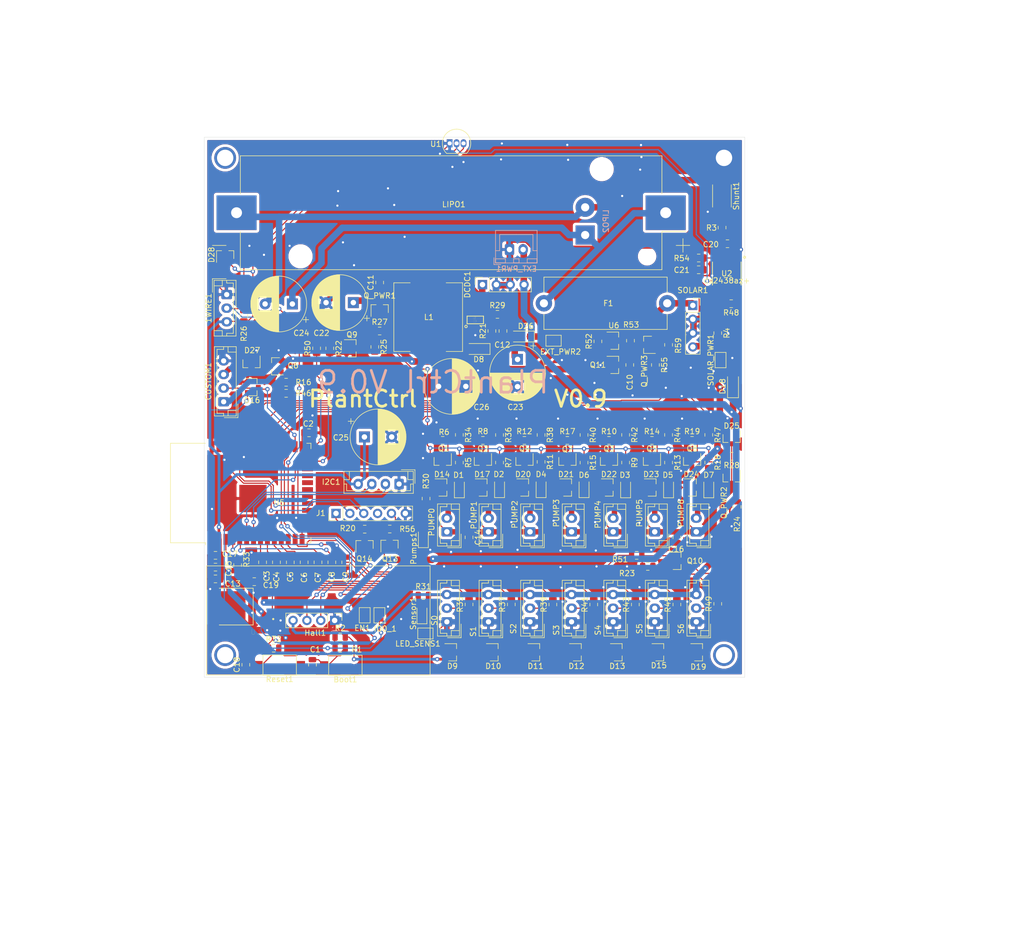
<source format=kicad_pcb>
(kicad_pcb (version 20171130) (host pcbnew 5.1.9)
  (layers (0 F.Cu signal) (31 B.Cu signal) (34 B.Paste user) (35 F.Paste user) (36 B.SilkS user) (37 F.SilkS user) (38 B.Mask user) (39 F.Mask user) (44 Edge.Cuts user))
  (net 0 "")
  (net 1 PLANT1_PUMP)
  (net 2 PLANT2_PUMP)
  (net 3 PLANT3_PUMP)
  (net 4 PLANT4_PUMP)
  (net 5 PLANT5_PUMP)
  (net 6 PLANT6_PUMP)
  (net 7 GND)
  (net 8 PLANT6_MOIST)
  (net 9 PLANT5_MOIST)
  (net 10 PLANT4_MOIST)
  (net 11 PLANT3_MOIST)
  (net 12 PLANT2_MOIST)
  (net 13 PLANT1_MOIST)
  (net 14 PLANT_CTRL_PUMP_0)
  (net 15 PUMP_PWR)
  (net 16 PWR_PUMP_CONVERTER)
  (net 17 3_3V)
  (net 18 Temp)
  (net 19 PLANT0_PUMP)
  (net 20 PWR_SENSORS)
  (net 21 PLANT0_MOIST)
  (net 22 "Net-(R35-Pad1)")
  (net 23 PLANT_CTRL_PUMP_1)
  (net 24 "Net-(R37-Pad1)")
  (net 25 PLANT_CTRL_PUMP_2)
  (net 26 "Net-(R39-Pad1)")
  (net 27 PLANT_CTRL_PUMP_3)
  (net 28 "Net-(R41-Pad1)")
  (net 29 PLANT_CTRL_PUMP_4)
  (net 30 "Net-(R43-Pad1)")
  (net 31 PLANT_CTRL_PUMP_5)
  (net 32 "Net-(R45-Pad1)")
  (net 33 PLANT_CTRL_PUMP_6)
  (net 34 "Net-(R49-Pad1)")
  (net 35 PUMP_ENABLE)
  (net 36 SENSORS_ENABLE)
  (net 37 "Net-(C10-Pad2)")
  (net 38 VCC_BATT)
  (net 39 "Net-(D8-Pad2)")
  (net 40 "Net-(R21-Pad2)")
  (net 41 "Net-(D1-Pad2)")
  (net 42 "Net-(D2-Pad2)")
  (net 43 "Net-(D3-Pad2)")
  (net 44 "Net-(D4-Pad2)")
  (net 45 "Net-(D5-Pad2)")
  (net 46 "Net-(D6-Pad2)")
  (net 47 "Net-(D7-Pad2)")
  (net 48 "Net-(Pumps1-Pad2)")
  (net 49 "Net-(Q1-Pad1)")
  (net 50 "Net-(Q2-Pad1)")
  (net 51 "Net-(Q3-Pad1)")
  (net 52 "Net-(Q4-Pad1)")
  (net 53 "Net-(Q5-Pad1)")
  (net 54 "Net-(Q6-Pad1)")
  (net 55 "Net-(Q7-Pad1)")
  (net 56 "Net-(Q8-Pad1)")
  (net 57 "Net-(Q9-Pad3)")
  (net 58 "Net-(Q9-Pad1)")
  (net 59 "Net-(Q10-Pad3)")
  (net 60 "Net-(Q10-Pad1)")
  (net 61 "Net-(Q_PWR1-Pad1)")
  (net 62 "Net-(Q_PWR2-Pad1)")
  (net 63 "Net-(R31-Pad1)")
  (net 64 "Net-(C12-Pad1)")
  (net 65 "Net-(C19-Pad2)")
  (net 66 VCC)
  (net 67 "Net-(C18-Pad2)")
  (net 68 "Net-(Q_PWR3-Pad1)")
  (net 69 SOLAR_IN)
  (net 70 "Net-(C2-Pad2)")
  (net 71 "Net-(C20-Pad1)")
  (net 72 "Net-(D18-Pad2)")
  (net 73 "Net-(I2C1-Pad3)")
  (net 74 "Net-(I2C1-Pad2)")
  (net 75 "Net-(R4-Pad1)")
  (net 76 "Net-(C21-Pad1)")
  (net 77 "Net-(CUSTOM1-Pad3)")
  (net 78 "Net-(LED_SENS1-Pad1)")
  (net 79 Rsense+)
  (net 80 HALL_TX)
  (net 81 EN)
  (net 82 IO0)
  (net 83 RTS)
  (net 84 "Net-(Q13-Pad2)")
  (net 85 DTR)
  (net 86 "Net-(Q14-Pad2)")
  (net 87 ESP_RX)
  (net 88 ESP_TX)
  (net 89 "Net-(Boot1-Pad2)")
  (net 90 CUSTOM_GPIO1)
  (net 91 VCC_FUSED_ALWAYS)
  (net 92 HALL_RX)
  (net 93 "Net-(Q11-Pad3)")
  (net 94 GPIO2)
  (net 95 "Net-(R52-Pad2)")
  (module Button_Switch_SMD:SW_SPST_CK_RS282G05A3 (layer F.Cu) (at 183.98 137.47 180)
    (fp_text reference Reset1 (at 0 -2.6) (layer F.SilkS))
    (fp_text value SW_Push)
    (pad 2 smd rect (at 3.9 0 180) (size 1.5 1.5) (layers F.Cu F.Paste F.Mask) (net 67 "Net-(C18-Pad2)"))
    (pad 1 smd rect (at -3.9 0 180) (size 1.5 1.5) (layers F.Cu F.Paste F.Mask) (net 7 GND))
  )
  (module Button_Switch_SMD:SW_SPST_CK_RS282G05A3 (layer F.Cu) (at 196.0245 137.5156 180)
    (fp_text reference Boot1 (at 0 -2.6) (layer F.SilkS))
    (fp_text value Boot)
    (pad 2 smd rect (at 3.9 0 180) (size 1.5 1.5) (layers F.Cu F.Paste F.Mask) (net 89 "Net-(Boot1-Pad2)"))
    (pad 1 smd rect (at -3.9 0 180) (size 1.5 1.5) (layers F.Cu F.Paste F.Mask) (net 7 GND))
  )
  (module Capacitor_THT:CP_Radial_D10.0mm_P5.00mm (layer F.Cu) (at 213.106 86.36)
    (fp_text reference C26 (at 7.874 3.81) (layer F.SilkS))
    (fp_text value 1000uF)
    (pad 2 thru_hole circle (at 5 0) (size 2 2) (drill 1) (layers *.Cu *.Mask) (net 7 GND))
    (pad 1 thru_hole rect (at 0 0) (size 2 2) (drill 1) (layers *.Cu *.Mask) (net 66 VCC))
  )
  (module Package_TO_SOT_SMD:SOT-23 (layer F.Cu) (at 173.99 62.23 90)
    (fp_text reference D28 (at 0 -2.5 90) (layer F.SilkS))
    (fp_text value BAS40-04)
    (pad 3 smd rect (at 1 0 90) (size 0.9 0.8) (layers F.Cu F.Paste F.Mask) (net 18 Temp))
    (pad 2 smd rect (at -1 0.95 90) (size 0.9 0.8) (layers F.Cu F.Paste F.Mask) (net 17 3_3V))
    (pad 1 smd rect (at -1 -0.95 90) (size 0.9 0.8) (layers F.Cu F.Paste F.Mask) (net 7 GND))
  )
  (module Jumper:SolderJumper-2_P1.3mm_Open_Pad1.0x1.5mm (layer F.Cu) (at 264.795 81.534 90)
    (fp_text reference SOLAR_PWR1 (at 0 -1.8 90) (layer F.SilkS))
    (fp_text value NC)
    (pad 1 smd rect (at -0.65 0 90) (size 1 1.5) (layers F.Cu F.Mask) (net 72 "Net-(D18-Pad2)"))
    (pad 2 smd rect (at 0.65 0 90) (size 1 1.5) (layers F.Cu F.Mask) (net 69 SOLAR_IN))
  )
  (module Connector_PinSocket_2.54mm:PinSocket_1x04_P2.54mm_Vertical (layer F.Cu) (at 259.715 71.501)
    (fp_text reference SOLAR1 (at 0 -2.77) (layer F.SilkS))
    (fp_text value Conn_01x04)
    (pad 4 thru_hole oval (at 0 7.62) (size 1.7 1.7) (drill 1) (layers *.Cu *.Mask) (net 69 SOLAR_IN))
    (pad 3 thru_hole oval (at 0 5.08) (size 1.7 1.7) (drill 1) (layers *.Cu *.Mask) (net 7 GND))
    (pad 2 thru_hole oval (at 0 2.54) (size 1.7 1.7) (drill 1) (layers *.Cu *.Mask) (net 7 GND))
    (pad 1 thru_hole rect (at 0 0) (size 1.7 1.7) (drill 1) (layers *.Cu *.Mask) (net 91 VCC_FUSED_ALWAYS))
  )
  (module Resistor_SMD:R_0805_2012Metric (layer F.Cu) (at 252.857 82.423 270)
    (fp_text reference R55 (at 0 -1.65 90) (layer F.SilkS))
    (fp_text value 1k)
    (pad 2 smd roundrect (at 0.9375 0 270) (size 0.975 1.4) (layers F.Cu F.Paste F.Mask) (net 93 "Net-(Q11-Pad3)"))
    (pad 1 smd roundrect (at -0.9375 0 270) (size 0.975 1.4) (layers F.Cu F.Paste F.Mask) (net 68 "Net-(Q_PWR3-Pad1)"))
  )
  (module Resistor_SMD:R_0805_2012Metric (layer F.Cu) (at 248.285 77.978 270)
    (fp_text reference R53 (at -2.921 -0.127 180) (layer F.SilkS))
    (fp_text value 100k)
    (pad 2 smd roundrect (at 0.9375 0 270) (size 0.975 1.4) (layers F.Cu F.Paste F.Mask) (net 37 "Net-(C10-Pad2)"))
    (pad 1 smd roundrect (at -0.9375 0 270) (size 0.975 1.4) (layers F.Cu F.Paste F.Mask) (net 91 VCC_FUSED_ALWAYS))
  )
  (module Resistor_SMD:R_0805_2012Metric (layer F.Cu) (at 242.316 78.105 90)
    (fp_text reference R52 (at 0 -1.65 90) (layer F.SilkS))
    (fp_text value 1k)
    (pad 2 smd roundrect (at 0.9375 0 90) (size 0.975 1.4) (layers F.Cu F.Paste F.Mask) (net 95 "Net-(R52-Pad2)"))
    (pad 1 smd roundrect (at -0.9375 0 90) (size 0.975 1.4) (layers F.Cu F.Paste F.Mask) (net 37 "Net-(C10-Pad2)"))
  )
  (module Resistor_SMD:R_0805_2012Metric (layer F.Cu) (at 201.422 79.121 270)
    (fp_text reference R25 (at 0 -1.65 90) (layer F.SilkS))
    (fp_text value 1k)
    (pad 2 smd roundrect (at 0.9375 0 270) (size 0.975 1.4) (layers F.Cu F.Paste F.Mask) (net 57 "Net-(Q9-Pad3)"))
    (pad 1 smd roundrect (at -0.9375 0 270) (size 0.975 1.4) (layers F.Cu F.Paste F.Mask) (net 61 "Net-(Q_PWR1-Pad1)"))
  )
  (module Resistor_SMD:R_0805_2012Metric (layer F.Cu) (at 267.843 108.458 270)
    (fp_text reference R24 (at 3.175 0 90) (layer F.SilkS))
    (fp_text value 1k)
    (pad 2 smd roundrect (at 0.9375 0 270) (size 0.975 1.4) (layers F.Cu F.Paste F.Mask) (net 59 "Net-(Q10-Pad3)"))
    (pad 1 smd roundrect (at -0.9375 0 270) (size 0.975 1.4) (layers F.Cu F.Paste F.Mask) (net 62 "Net-(Q_PWR2-Pad1)"))
  )
  (module Package_TO_SOT_SMD:SOT-23 (layer F.Cu) (at 245.364 82.423)
    (fp_text reference Q11 (at -3.048 0) (layer F.SilkS))
    (fp_text value "N-channel 30V 5A")
    (pad 3 smd rect (at 1 0) (size 0.9 0.8) (layers F.Cu F.Paste F.Mask) (net 93 "Net-(Q11-Pad3)"))
    (pad 2 smd rect (at -1 0.95) (size 0.9 0.8) (layers F.Cu F.Paste F.Mask) (net 7 GND))
    (pad 1 smd rect (at -1 -0.95) (size 0.9 0.8) (layers F.Cu F.Paste F.Mask) (net 37 "Net-(C10-Pad2)"))
  )
  (module Package_TO_SOT_SMD:SOT-23 (layer F.Cu) (at 178.816 82.169 270)
    (fp_text reference D27 (at -2.413 -0.127 180) (layer F.SilkS))
    (fp_text value BAS40-04)
    (pad 3 smd rect (at 1 0 270) (size 0.9 0.8) (layers F.Cu F.Paste F.Mask) (net 77 "Net-(CUSTOM1-Pad3)"))
    (pad 2 smd rect (at -1 0.95 270) (size 0.9 0.8) (layers F.Cu F.Paste F.Mask) (net 66 VCC))
    (pad 1 smd rect (at -1 -0.95 270) (size 0.9 0.8) (layers F.Cu F.Paste F.Mask) (net 7 GND))
  )
  (module Capacitor_THT:CP_Radial_D10.0mm_P5.00mm (layer F.Cu) (at 199.517 95.631)
    (fp_text reference C25 (at -4.318 0.127) (layer F.SilkS))
    (fp_text value 1000uF)
    (pad 2 thru_hole circle (at 5 0) (size 2 2) (drill 1) (layers *.Cu *.Mask) (net 7 GND))
    (pad 1 thru_hole rect (at 0 0) (size 2 2) (drill 1) (layers *.Cu *.Mask) (net 17 3_3V))
  )
  (module Capacitor_SMD:C_0805_2012Metric (layer F.Cu) (at 248.158 82.423 90)
    (fp_text reference C10 (at -3.175 0 90) (layer F.SilkS))
    (fp_text value 100n)
    (pad 2 smd roundrect (at 0.9375 0 90) (size 0.975 1.4) (layers F.Cu F.Paste F.Mask) (net 37 "Net-(C10-Pad2)"))
    (pad 1 smd roundrect (at -0.9375 0 90) (size 0.975 1.4) (layers F.Cu F.Paste F.Mask) (net 7 GND))
  )
  (module LED_SMD:LED_0805_2012Metric_Castellated (layer F.Cu) (at 210.058 128.016 90)
    (fp_text reference Sensor1 (at 0 -1.6 90) (layer F.SilkS))
    (fp_text value LED_green)
    (pad 2 smd roundrect (at 0.9625 0 90) (size 1.325 1.3) (layers F.Cu F.Paste F.Mask) (roundrect_rratio 0.192308) (net 63 "Net-(R31-Pad1)"))
    (pad 1 smd roundrect (at -0.9625 0 90) (size 1.325 1.3) (layers F.Cu F.Paste F.Mask) (roundrect_rratio 0.192308) (net 78 "Net-(LED_SENS1-Pad1)"))
  )
  (module Resistor_SMD:R_0805_2012Metric (layer F.Cu) (at 255.27 78.74 90)
    (fp_text reference R59 (at -0.127 1.778 90) (layer F.SilkS))
    (fp_text value 10k)
    (pad 2 smd roundrect (at 0.9375 0 90) (size 0.975 1.4) (layers F.Cu F.Paste F.Mask) (net 91 VCC_FUSED_ALWAYS))
    (pad 1 smd roundrect (at -0.9375 0 90) (size 0.975 1.4) (layers F.Cu F.Paste F.Mask) (net 68 "Net-(Q_PWR3-Pad1)"))
  )
  (module Resistor_SMD:R_0805_2012Metric (layer F.Cu) (at 204.1652 112.522)
    (fp_text reference R56 (at 3.2258 0) (layer F.SilkS))
    (fp_text value 10k)
    (pad 2 smd roundrect (at 0.9375 0) (size 0.975 1.4) (layers F.Cu F.Paste F.Mask) (net 83 RTS))
    (pad 1 smd roundrect (at -0.9375 0) (size 0.975 1.4) (layers F.Cu F.Paste F.Mask) (net 86 "Net-(Q14-Pad2)"))
  )
  (module Resistor_SMD:R_0805_2012Metric (layer F.Cu) (at 260.7818 64.9732)
    (fp_text reference R54 (at -3.0988 -2.1082) (layer F.SilkS))
    (fp_text value 100k)
    (pad 2 smd roundrect (at 0.9375 0) (size 0.975 1.4) (layers F.Cu F.Paste F.Mask) (net 76 "Net-(C21-Pad1)"))
    (pad 1 smd roundrect (at -0.9375 0) (size 0.975 1.4) (layers F.Cu F.Paste F.Mask) (net 75 "Net-(R4-Pad1)"))
  )
  (module Resistor_SMD:R_0805_2012Metric (layer F.Cu) (at 249.428 117.348 180)
    (fp_text reference R51 (at 3.048 -0.762) (layer F.SilkS))
    (fp_text value 1k)
    (pad 2 smd roundrect (at 0.9375 0 180) (size 0.975 1.4) (layers F.Cu F.Paste F.Mask) (net 36 SENSORS_ENABLE))
    (pad 1 smd roundrect (at -0.9375 0 180) (size 0.975 1.4) (layers F.Cu F.Paste F.Mask) (net 60 "Net-(Q10-Pad1)"))
  )
  (module Resistor_SMD:R_0805_2012Metric (layer F.Cu) (at 190.754 79.375 270)
    (fp_text reference R50 (at 0 1.651 90) (layer F.SilkS))
    (fp_text value 1k)
    (pad 2 smd roundrect (at 0.9375 0 270) (size 0.975 1.4) (layers F.Cu F.Paste F.Mask) (net 35 PUMP_ENABLE))
    (pad 1 smd roundrect (at -0.9375 0 270) (size 0.975 1.4) (layers F.Cu F.Paste F.Mask) (net 58 "Net-(Q9-Pad1)"))
  )
  (module Resistor_SMD:R_0805_2012Metric (layer F.Cu) (at 264.287 126.238 90)
    (fp_text reference R49 (at 0 -1.65 90) (layer F.SilkS))
    (fp_text value 1k)
    (pad 2 smd roundrect (at 0.9375 0 90) (size 0.975 1.4) (layers F.Cu F.Paste F.Mask) (net 8 PLANT6_MOIST))
    (pad 1 smd roundrect (at -0.9375 0 90) (size 0.975 1.4) (layers F.Cu F.Paste F.Mask) (net 34 "Net-(R49-Pad1)"))
  )
  (module Resistor_SMD:R_0805_2012Metric (layer F.Cu) (at 266.7508 71.1962 180)
    (fp_text reference R48 (at 0 -1.65) (layer F.SilkS))
    (fp_text value 10k)
    (pad 2 smd roundrect (at 0.9375 0 180) (size 0.975 1.4) (layers F.Cu F.Paste F.Mask) (net 75 "Net-(R4-Pad1)"))
    (pad 1 smd roundrect (at -0.9375 0 180) (size 0.975 1.4) (layers F.Cu F.Paste F.Mask) (net 79 Rsense+))
  )
  (module Resistor_SMD:R_0805_2012Metric (layer F.Cu) (at 262.636 95.25 270)
    (fp_text reference R47 (at 0 -1.65 90) (layer F.SilkS))
    (fp_text value 1k)
    (pad 2 smd roundrect (at 0.9375 0 270) (size 0.975 1.4) (layers F.Cu F.Paste F.Mask) (net 56 "Net-(Q8-Pad1)"))
    (pad 1 smd roundrect (at -0.9375 0 270) (size 0.975 1.4) (layers F.Cu F.Paste F.Mask) (net 33 PLANT_CTRL_PUMP_6))
  )
  (module Resistor_SMD:R_0805_2012Metric (layer F.Cu) (at 185.166 87.63)
    (fp_text reference R46 (at 3.175 0) (layer F.SilkS))
    (fp_text value 1k)
    (pad 2 smd roundrect (at 0.9375 0) (size 0.975 1.4) (layers F.Cu F.Paste F.Mask) (net 94 GPIO2))
    (pad 1 smd roundrect (at -0.9375 0) (size 0.975 1.4) (layers F.Cu F.Paste F.Mask) (net 54 "Net-(Q6-Pad1)"))
  )
  (module Resistor_SMD:R_0805_2012Metric (layer F.Cu) (at 256.794 126.365 90)
    (fp_text reference R45 (at 0 -1.65 90) (layer F.SilkS))
    (fp_text value 1k)
    (pad 2 smd roundrect (at 0.9375 0 90) (size 0.975 1.4) (layers F.Cu F.Paste F.Mask) (net 9 PLANT5_MOIST))
    (pad 1 smd roundrect (at -0.9375 0 90) (size 0.975 1.4) (layers F.Cu F.Paste F.Mask) (net 32 "Net-(R45-Pad1)"))
  )
  (module Resistor_SMD:R_0805_2012Metric (layer F.Cu) (at 255.27 95.25 270)
    (fp_text reference R44 (at 0 -1.65 90) (layer F.SilkS))
    (fp_text value 1k)
    (pad 2 smd roundrect (at 0.9375 0 270) (size 0.975 1.4) (layers F.Cu F.Paste F.Mask) (net 53 "Net-(Q5-Pad1)"))
    (pad 1 smd roundrect (at -0.9375 0 270) (size 0.975 1.4) (layers F.Cu F.Paste F.Mask) (net 31 PLANT_CTRL_PUMP_5))
  )
  (module Resistor_SMD:R_0805_2012Metric (layer F.Cu) (at 249.174 126.365 90)
    (fp_text reference R43 (at 0 -1.65 90) (layer F.SilkS))
    (fp_text value 1k)
    (pad 2 smd roundrect (at 0.9375 0 90) (size 0.975 1.4) (layers F.Cu F.Paste F.Mask) (net 10 PLANT4_MOIST))
    (pad 1 smd roundrect (at -0.9375 0 90) (size 0.975 1.4) (layers F.Cu F.Paste F.Mask) (net 30 "Net-(R43-Pad1)"))
  )
  (module Resistor_SMD:R_0805_2012Metric (layer F.Cu) (at 247.396 95.25 270)
    (fp_text reference R42 (at 0 -1.65 90) (layer F.SilkS))
    (fp_text value 1k)
    (pad 2 smd roundrect (at 0.9375 0 270) (size 0.975 1.4) (layers F.Cu F.Paste F.Mask) (net 51 "Net-(Q3-Pad1)"))
    (pad 1 smd roundrect (at -0.9375 0 270) (size 0.975 1.4) (layers F.Cu F.Paste F.Mask) (net 29 PLANT_CTRL_PUMP_4))
  )
  (module Resistor_SMD:R_0805_2012Metric (layer F.Cu) (at 241.554 126.365 90)
    (fp_text reference R41 (at 0 -1.65 90) (layer F.SilkS))
    (fp_text value 1k)
    (pad 2 smd roundrect (at 0.9375 0 90) (size 0.975 1.4) (layers F.Cu F.Paste F.Mask) (net 11 PLANT3_MOIST))
    (pad 1 smd roundrect (at -0.9375 0 90) (size 0.975 1.4) (layers F.Cu F.Paste F.Mask) (net 28 "Net-(R41-Pad1)"))
  )
  (module Resistor_SMD:R_0805_2012Metric (layer F.Cu) (at 239.776 95.266 270)
    (fp_text reference R40 (at 0 -1.65 90) (layer F.SilkS))
    (fp_text value 1k)
    (pad 2 smd roundrect (at 0.9375 0 270) (size 0.975 1.4) (layers F.Cu F.Paste F.Mask) (net 55 "Net-(Q7-Pad1)"))
    (pad 1 smd roundrect (at -0.9375 0 270) (size 0.975 1.4) (layers F.Cu F.Paste F.Mask) (net 27 PLANT_CTRL_PUMP_3))
  )
  (module Resistor_SMD:R_0805_2012Metric (layer F.Cu) (at 234.061 126.365 90)
    (fp_text reference R39 (at 0 -1.65 90) (layer F.SilkS))
    (fp_text value 1k)
    (pad 2 smd roundrect (at 0.9375 0 90) (size 0.975 1.4) (layers F.Cu F.Paste F.Mask) (net 12 PLANT2_MOIST))
    (pad 1 smd roundrect (at -0.9375 0 90) (size 0.975 1.4) (layers F.Cu F.Paste F.Mask) (net 26 "Net-(R39-Pad1)"))
  )
  (module Resistor_SMD:R_0805_2012Metric (layer F.Cu) (at 231.902 95.266 270)
    (fp_text reference R38 (at 0 -1.65 90) (layer F.SilkS))
    (fp_text value 1k)
    (pad 2 smd roundrect (at 0.9375 0 270) (size 0.975 1.4) (layers F.Cu F.Paste F.Mask) (net 52 "Net-(Q4-Pad1)"))
    (pad 1 smd roundrect (at -0.9375 0 270) (size 0.975 1.4) (layers F.Cu F.Paste F.Mask) (net 25 PLANT_CTRL_PUMP_2))
  )
  (module Resistor_SMD:R_0805_2012Metric (layer F.Cu) (at 226.441 126.349 90)
    (fp_text reference R37 (at 0 -1.65 90) (layer F.SilkS))
    (fp_text value 1k)
    (pad 2 smd roundrect (at 0.9375 0 90) (size 0.975 1.4) (layers F.Cu F.Paste F.Mask) (net 13 PLANT1_MOIST))
    (pad 1 smd roundrect (at -0.9375 0 90) (size 0.975 1.4) (layers F.Cu F.Paste F.Mask) (net 24 "Net-(R37-Pad1)"))
  )
  (module Resistor_SMD:R_0805_2012Metric (layer F.Cu) (at 224.282 95.266 270)
    (fp_text reference R36 (at 0 -1.65 90) (layer F.SilkS))
    (fp_text value 1k)
    (pad 2 smd roundrect (at 0.9375 0 270) (size 0.975 1.4) (layers F.Cu F.Paste F.Mask) (net 50 "Net-(Q2-Pad1)"))
    (pad 1 smd roundrect (at -0.9375 0 270) (size 0.975 1.4) (layers F.Cu F.Paste F.Mask) (net 23 PLANT_CTRL_PUMP_1))
  )
  (module Resistor_SMD:R_0805_2012Metric (layer F.Cu) (at 218.694 126.349 90)
    (fp_text reference R35 (at 0 -1.65 90) (layer F.SilkS))
    (fp_text value 1k)
    (pad 2 smd roundrect (at 0.9375 0 90) (size 0.975 1.4) (layers F.Cu F.Paste F.Mask) (net 21 PLANT0_MOIST))
    (pad 1 smd roundrect (at -0.9375 0 90) (size 0.975 1.4) (layers F.Cu F.Paste F.Mask) (net 22 "Net-(R35-Pad1)"))
  )
  (module Resistor_SMD:R_0805_2012Metric (layer F.Cu) (at 216.916 95.25 270)
    (fp_text reference R34 (at 0 -1.65 90) (layer F.SilkS))
    (fp_text value 1k)
    (pad 2 smd roundrect (at 0.9375 0 270) (size 0.975 1.4) (layers F.Cu F.Paste F.Mask) (net 49 "Net-(Q1-Pad1)"))
    (pad 1 smd roundrect (at -0.9375 0 270) (size 0.975 1.4) (layers F.Cu F.Paste F.Mask) (net 14 PLANT_CTRL_PUMP_0))
  )
  (module Resistor_SMD:R_0805_2012Metric (layer F.Cu) (at 176.276 119.126 270)
    (fp_text reference R33 (at -1.016 -1.651 90) (layer F.SilkS))
    (fp_text value 10k)
    (pad 2 smd roundrect (at 0.9375 0 270) (size 0.975 1.4) (layers F.Cu F.Paste F.Mask) (net 17 3_3V))
    (pad 1 smd roundrect (at -0.9375 0 270) (size 0.975 1.4) (layers F.Cu F.Paste F.Mask) (net 65 "Net-(C19-Pad2)"))
  )
  (module Resistor_SMD:R_0805_2012Metric (layer F.Cu) (at 182.88 134.366)
    (fp_text reference R32 (at 0 -1.65) (layer F.SilkS))
    (fp_text value 1k)
    (pad 2 smd roundrect (at 0.9375 0) (size 0.975 1.4) (layers F.Cu F.Paste F.Mask) (net 67 "Net-(C18-Pad2)"))
    (pad 1 smd roundrect (at -0.9375 0) (size 0.975 1.4) (layers F.Cu F.Paste F.Mask) (net 65 "Net-(C19-Pad2)"))
  )
  (module Resistor_SMD:R_0805_2012Metric (layer F.Cu) (at 210.312 124.714)
    (fp_text reference R31 (at 0 -1.65) (layer F.SilkS))
    (fp_text value 4,7K)
    (pad 2 smd roundrect (at 0.9375 0) (size 0.975 1.4) (layers F.Cu F.Paste F.Mask) (net 20 PWR_SENSORS))
    (pad 1 smd roundrect (at -0.9375 0) (size 0.975 1.4) (layers F.Cu F.Paste F.Mask) (net 63 "Net-(R31-Pad1)"))
  )
  (module Resistor_SMD:R_0805_2012Metric (layer F.Cu) (at 210.82 106.934 270)
    (fp_text reference R30 (at -3.175 0 90) (layer F.SilkS))
    (fp_text value 270)
    (pad 2 smd roundrect (at 0.9375 0 270) (size 0.975 1.4) (layers F.Cu F.Paste F.Mask) (net 48 "Net-(Pumps1-Pad2)"))
    (pad 1 smd roundrect (at -0.9375 0 270) (size 0.975 1.4) (layers F.Cu F.Paste F.Mask) (net 16 PWR_PUMP_CONVERTER))
  )
  (module Resistor_SMD:R_0805_2012Metric (layer F.Cu) (at 223.901 73.152)
    (fp_text reference R29 (at 0 -1.65) (layer F.SilkS))
    (fp_text value 1k)
    (pad 2 smd roundrect (at 0.9375 0) (size 0.975 1.4) (layers F.Cu F.Paste F.Mask) (net 7 GND))
    (pad 1 smd roundrect (at -0.9375 0) (size 0.975 1.4) (layers F.Cu F.Paste F.Mask) (net 40 "Net-(R21-Pad2)"))
  )
  (module Resistor_SMD:R_0805_2012Metric (layer F.Cu) (at 266.827 99.187 180)
    (fp_text reference R28 (at 0 -1.65) (layer F.SilkS))
    (fp_text value 10k)
    (pad 2 smd roundrect (at 0.9375 0 180) (size 0.975 1.4) (layers F.Cu F.Paste F.Mask) (net 66 VCC))
    (pad 1 smd roundrect (at -0.9375 0 180) (size 0.975 1.4) (layers F.Cu F.Paste F.Mask) (net 62 "Net-(Q_PWR2-Pad1)"))
  )
  (module Resistor_SMD:R_0805_2012Metric (layer F.Cu) (at 202.311 76.2)
    (fp_text reference R27 (at 0 -1.65) (layer F.SilkS))
    (fp_text value 10k)
    (pad 2 smd roundrect (at 0.9375 0) (size 0.975 1.4) (layers F.Cu F.Paste F.Mask) (net 66 VCC))
    (pad 1 smd roundrect (at -0.9375 0) (size 0.975 1.4) (layers F.Cu F.Paste F.Mask) (net 61 "Net-(Q_PWR1-Pad1)"))
  )
  (module Resistor_SMD:R_0805_2012Metric (layer F.Cu) (at 177.419 73.406 270)
    (fp_text reference R26 (at 3.302 0 90) (layer F.SilkS))
    (fp_text value 2.2k)
    (pad 2 smd roundrect (at 0.9375 0 270) (size 0.975 1.4) (layers F.Cu F.Paste F.Mask) (net 17 3_3V))
    (pad 1 smd roundrect (at -0.9375 0 270) (size 0.975 1.4) (layers F.Cu F.Paste F.Mask) (net 18 Temp))
  )
  (module Resistor_SMD:R_0805_2012Metric (layer F.Cu) (at 251.46 119.38)
    (fp_text reference R23 (at -3.81 1.27) (layer F.SilkS))
    (fp_text value 10k)
    (pad 2 smd roundrect (at 0.9375 0) (size 0.975 1.4) (layers F.Cu F.Paste F.Mask) (net 7 GND))
    (pad 1 smd roundrect (at -0.9375 0) (size 0.975 1.4) (layers F.Cu F.Paste F.Mask) (net 60 "Net-(Q10-Pad1)"))
  )
  (module Resistor_SMD:R_0805_2012Metric (layer F.Cu) (at 193.167 79.375 270)
    (fp_text reference R22 (at 0 -1.65 90) (layer F.SilkS))
    (fp_text value 10k)
    (pad 2 smd roundrect (at 0.9375 0 270) (size 0.975 1.4) (layers F.Cu F.Paste F.Mask) (net 7 GND))
    (pad 1 smd roundrect (at -0.9375 0 270) (size 0.975 1.4) (layers F.Cu F.Paste F.Mask) (net 58 "Net-(Q9-Pad1)"))
  )
  (module Resistor_SMD:R_0805_2012Metric (layer F.Cu) (at 222.885 76.2 90)
    (fp_text reference R21 (at 0 -1.65 90) (layer F.SilkS))
    (fp_text value 19k-19.5K)
    (pad 2 smd roundrect (at 0.9375 0 90) (size 0.975 1.4) (layers F.Cu F.Paste F.Mask) (net 40 "Net-(R21-Pad2)"))
    (pad 1 smd roundrect (at -0.9375 0 90) (size 0.975 1.4) (layers F.Cu F.Paste F.Mask) (net 64 "Net-(C12-Pad1)"))
  )
  (module Resistor_SMD:R_0805_2012Metric (layer F.Cu) (at 199.5678 112.5474 180)
    (fp_text reference R20 (at 3.0988 0.1524) (layer F.SilkS))
    (fp_text value 10k)
    (pad 2 smd roundrect (at 0.9375 0 180) (size 0.975 1.4) (layers F.Cu F.Paste F.Mask) (net 85 DTR))
    (pad 1 smd roundrect (at -0.9375 0 180) (size 0.975 1.4) (layers F.Cu F.Paste F.Mask) (net 84 "Net-(Q13-Pad2)"))
  )
  (module Resistor_SMD:R_0805_2012Metric (layer F.Cu) (at 259.572 96.266 180)
    (fp_text reference R19 (at -0.016 1.651) (layer F.SilkS))
    (fp_text value 10k)
    (pad 2 smd roundrect (at 0.9375 0 180) (size 0.975 1.4) (layers F.Cu F.Paste F.Mask) (net 7 GND))
    (pad 1 smd roundrect (at -0.9375 0 180) (size 0.975 1.4) (layers F.Cu F.Paste F.Mask) (net 56 "Net-(Q8-Pad1)"))
  )
  (module Resistor_SMD:R_0805_2012Metric (layer F.Cu) (at 262.636 100.314 270)
    (fp_text reference R18 (at 0 -1.65 90) (layer F.SilkS))
    (fp_text value 270)
    (pad 2 smd roundrect (at 0.9375 0 270) (size 0.975 1.4) (layers F.Cu F.Paste F.Mask) (net 47 "Net-(D7-Pad2)"))
    (pad 1 smd roundrect (at -0.9375 0 270) (size 0.975 1.4) (layers F.Cu F.Paste F.Mask) (net 16 PWR_PUMP_CONVERTER))
  )
  (module Resistor_SMD:R_0805_2012Metric (layer F.Cu) (at 236.712 96.266 180)
    (fp_text reference R17 (at -0.016 1.651) (layer F.SilkS))
    (fp_text value 10K)
    (pad 2 smd roundrect (at 0.9375 0 180) (size 0.975 1.4) (layers F.Cu F.Paste F.Mask) (net 7 GND))
    (pad 1 smd roundrect (at -0.9375 0 180) (size 0.975 1.4) (layers F.Cu F.Paste F.Mask) (net 55 "Net-(Q7-Pad1)"))
  )
  (module Resistor_SMD:R_0805_2012Metric (layer F.Cu) (at 185.166 85.598)
    (fp_text reference R16 (at 3.175 0) (layer F.SilkS))
    (fp_text value 10k)
    (pad 2 smd roundrect (at 0.9375 0) (size 0.975 1.4) (layers F.Cu F.Paste F.Mask) (net 7 GND))
    (pad 1 smd roundrect (at -0.9375 0) (size 0.975 1.4) (layers F.Cu F.Paste F.Mask) (net 54 "Net-(Q6-Pad1)"))
  )
  (module Resistor_SMD:R_0805_2012Metric (layer F.Cu) (at 239.776 100.346 270)
    (fp_text reference R15 (at 0 -1.65 90) (layer F.SilkS))
    (fp_text value 270)
    (pad 2 smd roundrect (at 0.9375 0 270) (size 0.975 1.4) (layers F.Cu F.Paste F.Mask) (net 46 "Net-(D6-Pad2)"))
    (pad 1 smd roundrect (at -0.9375 0 270) (size 0.975 1.4) (layers F.Cu F.Paste F.Mask) (net 16 PWR_PUMP_CONVERTER))
  )
  (module Resistor_SMD:R_0805_2012Metric (layer F.Cu) (at 252.222 96.266 180)
    (fp_text reference R14 (at 0 1.651) (layer F.SilkS))
    (fp_text value 10k)
    (pad 2 smd roundrect (at 0.9375 0 180) (size 0.975 1.4) (layers F.Cu F.Paste F.Mask) (net 7 GND))
    (pad 1 smd roundrect (at -0.9375 0 180) (size 0.975 1.4) (layers F.Cu F.Paste F.Mask) (net 53 "Net-(Q5-Pad1)"))
  )
  (module Resistor_SMD:R_0805_2012Metric (layer F.Cu) (at 255.27 100.33 270)
    (fp_text reference R13 (at 0 -1.65 90) (layer F.SilkS))
    (fp_text value 270)
    (pad 2 smd roundrect (at 0.9375 0 270) (size 0.975 1.4) (layers F.Cu F.Paste F.Mask) (net 45 "Net-(D5-Pad2)"))
    (pad 1 smd roundrect (at -0.9375 0 270) (size 0.975 1.4) (layers F.Cu F.Paste F.Mask) (net 16 PWR_PUMP_CONVERTER))
  )
  (module Resistor_SMD:R_0805_2012Metric (layer F.Cu) (at 228.838 96.266 180)
    (fp_text reference R12 (at 0 1.651) (layer F.SilkS))
    (fp_text value 10k)
    (pad 2 smd roundrect (at 0.9375 0 180) (size 0.975 1.4) (layers F.Cu F.Paste F.Mask) (net 7 GND))
    (pad 1 smd roundrect (at -0.9375 0 180) (size 0.975 1.4) (layers F.Cu F.Paste F.Mask) (net 52 "Net-(Q4-Pad1)"))
  )
  (module Resistor_SMD:R_0805_2012Metric (layer F.Cu) (at 231.902 100.203 270)
    (fp_text reference R11 (at 0 -1.65 90) (layer F.SilkS))
    (fp_text value 270)
    (pad 2 smd roundrect (at 0.9375 0 270) (size 0.975 1.4) (layers F.Cu F.Paste F.Mask) (net 44 "Net-(D4-Pad2)"))
    (pad 1 smd roundrect (at -0.9375 0 270) (size 0.975 1.4) (layers F.Cu F.Paste F.Mask) (net 16 PWR_PUMP_CONVERTER))
  )
  (module Resistor_SMD:R_0805_2012Metric (layer F.Cu) (at 244.348 96.266 180)
    (fp_text reference R10 (at 0 1.651) (layer F.SilkS))
    (fp_text value 10K)
    (pad 2 smd roundrect (at 0.9375 0 180) (size 0.975 1.4) (layers F.Cu F.Paste F.Mask) (net 7 GND))
    (pad 1 smd roundrect (at -0.9375 0 180) (size 0.975 1.4) (layers F.Cu F.Paste F.Mask) (net 51 "Net-(Q3-Pad1)"))
  )
  (module Resistor_SMD:R_0805_2012Metric (layer F.Cu) (at 247.396 100.33 270)
    (fp_text reference R9 (at 0 -1.65 90) (layer F.SilkS))
    (fp_text value 270)
    (pad 2 smd roundrect (at 0.9375 0 270) (size 0.975 1.4) (layers F.Cu F.Paste F.Mask) (net 43 "Net-(D3-Pad2)"))
    (pad 1 smd roundrect (at -0.9375 0 270) (size 0.975 1.4) (layers F.Cu F.Paste F.Mask) (net 16 PWR_PUMP_CONVERTER))
  )
  (module Resistor_SMD:R_0805_2012Metric (layer F.Cu) (at 221.234 96.266)
    (fp_text reference R8 (at 0 -1.65) (layer F.SilkS))
    (fp_text value 10k)
    (pad 2 smd roundrect (at 0.9375 0) (size 0.975 1.4) (layers F.Cu F.Paste F.Mask) (net 50 "Net-(Q2-Pad1)"))
    (pad 1 smd roundrect (at -0.9375 0) (size 0.975 1.4) (layers F.Cu F.Paste F.Mask) (net 7 GND))
  )
  (module Resistor_SMD:R_0805_2012Metric (layer F.Cu) (at 224.282 100.33 270)
    (fp_text reference R7 (at 0 -1.65 90) (layer F.SilkS))
    (fp_text value 270)
    (pad 2 smd roundrect (at 0.9375 0 270) (size 0.975 1.4) (layers F.Cu F.Paste F.Mask) (net 42 "Net-(D2-Pad2)"))
    (pad 1 smd roundrect (at -0.9375 0 270) (size 0.975 1.4) (layers F.Cu F.Paste F.Mask) (net 16 PWR_PUMP_CONVERTER))
  )
  (module Resistor_SMD:R_0805_2012Metric (layer F.Cu) (at 213.868 96.266 180)
    (fp_text reference R6 (at -0.254 1.524) (layer F.SilkS))
    (fp_text value 10k)
    (pad 2 smd roundrect (at 0.9375 0 180) (size 0.975 1.4) (layers F.Cu F.Paste F.Mask) (net 7 GND))
    (pad 1 smd roundrect (at -0.9375 0 180) (size 0.975 1.4) (layers F.Cu F.Paste F.Mask) (net 49 "Net-(Q1-Pad1)"))
  )
  (module Resistor_SMD:R_0805_2012Metric (layer F.Cu) (at 216.916 100.33 270)
    (fp_text reference R5 (at 0 -1.65 90) (layer F.SilkS))
    (fp_text value 270)
    (pad 2 smd roundrect (at 0.9375 0 270) (size 0.975 1.4) (layers F.Cu F.Paste F.Mask) (net 41 "Net-(D1-Pad2)"))
    (pad 1 smd roundrect (at -0.9375 0 270) (size 0.975 1.4) (layers F.Cu F.Paste F.Mask) (net 16 PWR_PUMP_CONVERTER))
  )
  (module Resistor_SMD:R_0805_2012Metric (layer F.Cu) (at 264.287 76.581 270)
    (fp_text reference R4 (at 0 -1.65 90) (layer F.SilkS))
    (fp_text value 10k)
    (pad 2 smd roundrect (at 0.9375 0 270) (size 0.975 1.4) (layers F.Cu F.Paste F.Mask) (net 69 SOLAR_IN))
    (pad 1 smd roundrect (at -0.9375 0 270) (size 0.975 1.4) (layers F.Cu F.Paste F.Mask) (net 75 "Net-(R4-Pad1)"))
  )
  (module Resistor_SMD:R_0805_2012Metric (layer F.Cu) (at 265.0744 57.2352 270)
    (fp_text reference R3 (at 0.0418 1.9304 180) (layer F.SilkS))
    (fp_text value 100k)
    (pad 2 smd roundrect (at 0.9375 0 270) (size 0.975 1.4) (layers F.Cu F.Paste F.Mask) (net 71 "Net-(C20-Pad1)"))
    (pad 1 smd roundrect (at -0.9375 0 270) (size 0.975 1.4) (layers F.Cu F.Paste F.Mask) (net 7 GND))
  )
  (module Resistor_SMD:R_0805_2012Metric (layer F.Cu) (at 195.072 132.334)
    (fp_text reference R2 (at 0 -1.65) (layer F.SilkS))
    (fp_text value 10k)
    (pad 2 smd roundrect (at 0.9375 0) (size 0.975 1.4) (layers F.Cu F.Paste F.Mask) (net 17 3_3V))
    (pad 1 smd roundrect (at -0.9375 0) (size 0.975 1.4) (layers F.Cu F.Paste F.Mask) (net 70 "Net-(C2-Pad2)"))
  )
  (module Resistor_SMD:R_0805_2012Metric (layer F.Cu) (at 195.072 134.366)
    (fp_text reference R1 (at 3.048 0.254) (layer F.SilkS))
    (fp_text value 1k)
    (pad 2 smd roundrect (at 0.9375 0) (size 0.975 1.4) (layers F.Cu F.Paste F.Mask) (net 89 "Net-(Boot1-Pad2)"))
    (pad 1 smd roundrect (at -0.9375 0) (size 0.975 1.4) (layers F.Cu F.Paste F.Mask) (net 70 "Net-(C2-Pad2)"))
  )
  (module Package_TO_SOT_SMD:SOT-23 (layer F.Cu) (at 251.46 78.74 180)
    (fp_text reference Q_PWR3 (at 0.635 -4.826 90) (layer F.SilkS))
    (fp_text value "P-channel 50v 4A")
    (pad 3 smd rect (at 1 0 180) (size 0.9 0.8) (layers F.Cu F.Paste F.Mask) (net 66 VCC))
    (pad 2 smd rect (at -1 0.95 180) (size 0.9 0.8) (layers F.Cu F.Paste F.Mask) (net 91 VCC_FUSED_ALWAYS))
    (pad 1 smd rect (at -1 -0.95 180) (size 0.9 0.8) (layers F.Cu F.Paste F.Mask) (net 68 "Net-(Q_PWR3-Pad1)"))
  )
  (module Package_TO_SOT_SMD:SOT-23 (layer F.Cu) (at 266.827 103.124 270)
    (fp_text reference Q_PWR2 (at 4.572 1.397 90) (layer F.SilkS))
    (fp_text value "P-channel 50v 4A")
    (pad 3 smd rect (at 1 0 270) (size 0.9 0.8) (layers F.Cu F.Paste F.Mask) (net 20 PWR_SENSORS))
    (pad 2 smd rect (at -1 0.95 270) (size 0.9 0.8) (layers F.Cu F.Paste F.Mask) (net 66 VCC))
    (pad 1 smd rect (at -1 -0.95 270) (size 0.9 0.8) (layers F.Cu F.Paste F.Mask) (net 62 "Net-(Q_PWR2-Pad1)"))
  )
  (module Package_TO_SOT_SMD:SOT-23 (layer F.Cu) (at 202.311 72.136 90)
    (fp_text reference Q_PWR1 (at 2.413 0 180) (layer F.SilkS))
    (fp_text value "P-channel 50v 4A")
    (pad 3 smd rect (at 1 0 90) (size 0.9 0.8) (layers F.Cu F.Paste F.Mask) (net 16 PWR_PUMP_CONVERTER))
    (pad 2 smd rect (at -1 0.95 90) (size 0.9 0.8) (layers F.Cu F.Paste F.Mask) (net 66 VCC))
    (pad 1 smd rect (at -1 -0.95 90) (size 0.9 0.8) (layers F.Cu F.Paste F.Mask) (net 61 "Net-(Q_PWR1-Pad1)"))
  )
  (module Package_TO_SOT_SMD:SOT-23 (layer F.Cu) (at 256.794 118.364)
    (fp_text reference Q10 (at 3.302 0) (layer F.SilkS))
    (fp_text value "N-channel 30V 5A")
    (pad 3 smd rect (at 1 0) (size 0.9 0.8) (layers F.Cu F.Paste F.Mask) (net 59 "Net-(Q10-Pad3)"))
    (pad 2 smd rect (at -1 0.95) (size 0.9 0.8) (layers F.Cu F.Paste F.Mask) (net 7 GND))
    (pad 1 smd rect (at -1 -0.95) (size 0.9 0.8) (layers F.Cu F.Paste F.Mask) (net 60 "Net-(Q10-Pad1)"))
  )
  (module Package_TO_SOT_SMD:SOT-23 (layer F.Cu) (at 197.231 79.375)
    (fp_text reference Q9 (at 0 -2.5) (layer F.SilkS))
    (fp_text value "N-channel 30V 5A")
    (pad 3 smd rect (at 1 0) (size 0.9 0.8) (layers F.Cu F.Paste F.Mask) (net 57 "Net-(Q9-Pad3)"))
    (pad 2 smd rect (at -1 0.95) (size 0.9 0.8) (layers F.Cu F.Paste F.Mask) (net 7 GND))
    (pad 1 smd rect (at -1 -0.95) (size 0.9 0.8) (layers F.Cu F.Paste F.Mask) (net 58 "Net-(Q9-Pad1)"))
  )
  (module Package_TO_SOT_SMD:SOT-23 (layer F.Cu) (at 259.588 100.076 270)
    (fp_text reference Q8 (at -2.286 0 180) (layer F.SilkS))
    (fp_text value "N-channel 30V 5A")
    (pad 3 smd rect (at 1 0 270) (size 0.9 0.8) (layers F.Cu F.Paste F.Mask) (net 6 PLANT6_PUMP))
    (pad 2 smd rect (at -1 0.95 270) (size 0.9 0.8) (layers F.Cu F.Paste F.Mask) (net 7 GND))
    (pad 1 smd rect (at -1 -0.95 270) (size 0.9 0.8) (layers F.Cu F.Paste F.Mask) (net 56 "Net-(Q8-Pad1)"))
  )
  (module Package_TO_SOT_SMD:SOT-23 (layer F.Cu) (at 236.728 100.076 270)
    (fp_text reference Q7 (at -2.159 0 180) (layer F.SilkS))
    (fp_text value "N-channel 30V 5A")
    (pad 3 smd rect (at 1 0 270) (size 0.9 0.8) (layers F.Cu F.Paste F.Mask) (net 3 PLANT3_PUMP))
    (pad 2 smd rect (at -1 0.95 270) (size 0.9 0.8) (layers F.Cu F.Paste F.Mask) (net 7 GND))
    (pad 1 smd rect (at -1 -0.95 270) (size 0.9 0.8) (layers F.Cu F.Paste F.Mask) (net 55 "Net-(Q7-Pad1)"))
  )
  (module Package_TO_SOT_SMD:SOT-23 (layer F.Cu) (at 183.261 82.677 180)
    (fp_text reference Q6 (at -3.175 0.127) (layer F.SilkS))
    (fp_text value "N-channel 30V 5A")
    (pad 3 smd rect (at 1 0 180) (size 0.9 0.8) (layers F.Cu F.Paste F.Mask) (net 77 "Net-(CUSTOM1-Pad3)"))
    (pad 2 smd rect (at -1 0.95 180) (size 0.9 0.8) (layers F.Cu F.Paste F.Mask) (net 7 GND))
    (pad 1 smd rect (at -1 -0.95 180) (size 0.9 0.8) (layers F.Cu F.Paste F.Mask) (net 54 "Net-(Q6-Pad1)"))
  )
  (module Package_TO_SOT_SMD:SOT-23 (layer F.Cu) (at 252.222 100.076 270)
    (fp_text reference Q5 (at -2.286 0 180) (layer F.SilkS))
    (fp_text value "N-channel 30V 5A")
    (pad 3 smd rect (at 1 0 270) (size 0.9 0.8) (layers F.Cu F.Paste F.Mask) (net 5 PLANT5_PUMP))
    (pad 2 smd rect (at -1 0.95 270) (size 0.9 0.8) (layers F.Cu F.Paste F.Mask) (net 7 GND))
    (pad 1 smd rect (at -1 -0.95 270) (size 0.9 0.8) (layers F.Cu F.Paste F.Mask) (net 53 "Net-(Q5-Pad1)"))
  )
  (module Package_TO_SOT_SMD:SOT-23 (layer F.Cu) (at 228.854 100.076 270)
    (fp_text reference Q4 (at -2.286 0 180) (layer F.SilkS))
    (fp_text value "N-channel 30V 5A")
    (pad 3 smd rect (at 1 0 270) (size 0.9 0.8) (layers F.Cu F.Paste F.Mask) (net 2 PLANT2_PUMP))
    (pad 2 smd rect (at -1 0.95 270) (size 0.9 0.8) (layers F.Cu F.Paste F.Mask) (net 7 GND))
    (pad 1 smd rect (at -1 -0.95 270) (size 0.9 0.8) (layers F.Cu F.Paste F.Mask) (net 52 "Net-(Q4-Pad1)"))
  )
  (module Package_TO_SOT_SMD:SOT-23 (layer F.Cu) (at 244.348 100.076 270)
    (fp_text reference Q3 (at -2.286 0 180) (layer F.SilkS))
    (fp_text value "N-channel 30V 5A")
    (pad 3 smd rect (at 1 0 270) (size 0.9 0.8) (layers F.Cu F.Paste F.Mask) (net 4 PLANT4_PUMP))
    (pad 2 smd rect (at -1 0.95 270) (size 0.9 0.8) (layers F.Cu F.Paste F.Mask) (net 7 GND))
    (pad 1 smd rect (at -1 -0.95 270) (size 0.9 0.8) (layers F.Cu F.Paste F.Mask) (net 51 "Net-(Q3-Pad1)"))
  )
  (module Package_TO_SOT_SMD:SOT-23 (layer F.Cu) (at 221.234 100.076 270)
    (fp_text reference Q2 (at -2.286 0 180) (layer F.SilkS))
    (fp_text value "N-channel 30V 5A")
    (pad 3 smd rect (at 1 0 270) (size 0.9 0.8) (layers F.Cu F.Paste F.Mask) (net 1 PLANT1_PUMP))
    (pad 2 smd rect (at -1 0.95 270) (size 0.9 0.8) (layers F.Cu F.Paste F.Mask) (net 7 GND))
    (pad 1 smd rect (at -1 -0.95 270) (size 0.9 0.8) (layers F.Cu F.Paste F.Mask) (net 50 "Net-(Q2-Pad1)"))
  )
  (module Package_TO_SOT_SMD:SOT-23 (layer F.Cu) (at 213.868 100.076 270)
    (fp_text reference Q1 (at -2.286 -0.127 180) (layer F.SilkS))
    (fp_text value "N-channel 30V 5A")
    (pad 3 smd rect (at 1 0 270) (size 0.9 0.8) (layers F.Cu F.Paste F.Mask) (net 19 PLANT0_PUMP))
    (pad 2 smd rect (at -1 0.95 270) (size 0.9 0.8) (layers F.Cu F.Paste F.Mask) (net 7 GND))
    (pad 1 smd rect (at -1 -0.95 270) (size 0.9 0.8) (layers F.Cu F.Paste F.Mask) (net 49 "Net-(Q1-Pad1)"))
  )
  (module LED_SMD:LED_0805_2012Metric_Castellated (layer F.Cu) (at 210.312 114.046 90)
    (fp_text reference Pumps1 (at -2.032 -1.778 270) (layer F.SilkS))
    (fp_text value LED_red)
    (pad 2 smd roundrect (at 0.9625 0 90) (size 1.325 1.3) (layers F.Cu F.Paste F.Mask) (roundrect_rratio 0.192308) (net 48 "Net-(Pumps1-Pad2)"))
    (pad 1 smd roundrect (at -0.9625 0 90) (size 1.325 1.3) (layers F.Cu F.Paste F.Mask) (roundrect_rratio 0.192308) (net 7 GND))
  )
  (module LED_SMD:LED_0805_2012Metric_Castellated (layer F.Cu) (at 262.636 104.902 90)
    (fp_text reference D7 (at 2.286 0 180) (layer F.SilkS))
    (fp_text value LED_Blue)
    (pad 2 smd roundrect (at 0.9625 0 90) (size 1.325 1.3) (layers F.Cu F.Paste F.Mask) (roundrect_rratio 0.192308) (net 47 "Net-(D7-Pad2)"))
    (pad 1 smd roundrect (at -0.9625 0 90) (size 1.325 1.3) (layers F.Cu F.Paste F.Mask) (roundrect_rratio 0.192308) (net 6 PLANT6_PUMP))
  )
  (module LED_SMD:LED_0805_2012Metric_Castellated (layer F.Cu) (at 239.776 104.8655 90)
    (fp_text reference D6 (at 2.2495 0 180) (layer F.SilkS))
    (fp_text value LED)
    (pad 2 smd roundrect (at 0.9625 0 90) (size 1.325 1.3) (layers F.Cu F.Paste F.Mask) (roundrect_rratio 0.192308) (net 46 "Net-(D6-Pad2)"))
    (pad 1 smd roundrect (at -0.9625 0 90) (size 1.325 1.3) (layers F.Cu F.Paste F.Mask) (roundrect_rratio 0.192308) (net 3 PLANT3_PUMP))
  )
  (module LED_SMD:LED_0805_2012Metric_Castellated (layer F.Cu) (at 255.27 104.902 90)
    (fp_text reference D5 (at 2.286 -0.127 180) (layer F.SilkS))
    (fp_text value LED)
    (pad 2 smd roundrect (at 0.9625 0 90) (size 1.325 1.3) (layers F.Cu F.Paste F.Mask) (roundrect_rratio 0.192308) (net 45 "Net-(D5-Pad2)"))
    (pad 1 smd roundrect (at -0.9625 0 90) (size 1.325 1.3) (layers F.Cu F.Paste F.Mask) (roundrect_rratio 0.192308) (net 5 PLANT5_PUMP))
  )
  (module LED_SMD:LED_0805_2012Metric_Castellated (layer F.Cu) (at 231.902 104.8655 90)
    (fp_text reference D4 (at 2.3765 0 180) (layer F.SilkS))
    (fp_text value LED_Blue)
    (pad 2 smd roundrect (at 0.9625 0 90) (size 1.325 1.3) (layers F.Cu F.Paste F.Mask) (roundrect_rratio 0.192308) (net 44 "Net-(D4-Pad2)"))
    (pad 1 smd roundrect (at -0.9625 0 90) (size 1.325 1.3) (layers F.Cu F.Paste F.Mask) (roundrect_rratio 0.192308) (net 2 PLANT2_PUMP))
  )
  (module LED_SMD:LED_0805_2012Metric_Castellated (layer F.Cu) (at 247.396 104.902 90)
    (fp_text reference D3 (at 2.286 -0.127 180) (layer F.SilkS))
    (fp_text value LED_Blue)
    (pad 2 smd roundrect (at 0.9625 0 90) (size 1.325 1.3) (layers F.Cu F.Paste F.Mask) (roundrect_rratio 0.192308) (net 43 "Net-(D3-Pad2)"))
    (pad 1 smd roundrect (at -0.9625 0 90) (size 1.325 1.3) (layers F.Cu F.Paste F.Mask) (roundrect_rratio 0.192308) (net 4 PLANT4_PUMP))
  )
  (module LED_SMD:LED_0805_2012Metric_Castellated (layer F.Cu) (at 224.282 104.8655 90)
    (fp_text reference D2 (at 2.3765 -0.127 180) (layer F.SilkS))
    (fp_text value LED)
    (pad 2 smd roundrect (at 0.9625 0 90) (size 1.325 1.3) (layers F.Cu F.Paste F.Mask) (roundrect_rratio 0.192308) (net 42 "Net-(D2-Pad2)"))
    (pad 1 smd roundrect (at -0.9625 0 90) (size 1.325 1.3) (layers F.Cu F.Paste F.Mask) (roundrect_rratio 0.192308) (net 1 PLANT1_PUMP))
  )
  (module LED_SMD:LED_0805_2012Metric_Castellated (layer F.Cu) (at 216.916 104.902 90)
    (fp_text reference D1 (at 2.286 -0.127 180) (layer F.SilkS))
    (fp_text value LED_Blue)
    (pad 2 smd roundrect (at 0.9625 0 90) (size 1.325 1.3) (layers F.Cu F.Paste F.Mask) (roundrect_rratio 0.192308) (net 41 "Net-(D1-Pad2)"))
    (pad 1 smd roundrect (at -0.9625 0 90) (size 1.325 1.3) (layers F.Cu F.Paste F.Mask) (roundrect_rratio 0.192308) (net 19 PLANT0_PUMP))
  )
  (module Capacitor_SMD:C_0805_2012Metric (layer F.Cu) (at 260.7908 62.8142 180)
    (fp_text reference C21 (at 3.1078 -2.2098) (layer F.SilkS))
    (fp_text value 100n)
    (pad 2 smd roundrect (at 0.9375 0 180) (size 0.975 1.4) (layers F.Cu F.Paste F.Mask) (net 7 GND))
    (pad 1 smd roundrect (at -0.9375 0 180) (size 0.975 1.4) (layers F.Cu F.Paste F.Mask) (net 76 "Net-(C21-Pad1)"))
  )
  (module Capacitor_SMD:C_0805_2012Metric (layer F.Cu) (at 266.065 60.198)
    (fp_text reference C20 (at -3.048 0.127) (layer F.SilkS))
    (fp_text value 100n)
    (pad 2 smd roundrect (at 0.9375 0) (size 0.975 1.4) (layers F.Cu F.Paste F.Mask) (net 79 Rsense+))
    (pad 1 smd roundrect (at -0.9375 0) (size 0.975 1.4) (layers F.Cu F.Paste F.Mask) (net 71 "Net-(C20-Pad1)"))
  )
  (module Capacitor_SMD:C_0805_2012Metric (layer F.Cu) (at 179.324 122.174)
    (fp_text reference C19 (at 3.048 0.635) (layer F.SilkS))
    (fp_text value 22uf)
    (pad 2 smd roundrect (at 0.9375 0) (size 0.975 1.4) (layers F.Cu F.Paste F.Mask) (net 65 "Net-(C19-Pad2)"))
    (pad 1 smd roundrect (at -0.9375 0) (size 0.975 1.4) (layers F.Cu F.Paste F.Mask) (net 7 GND))
  )
  (module Capacitor_SMD:C_0805_2012Metric (layer F.Cu) (at 177.78 137.414 90)
    (fp_text reference C18 (at 0 -1.65 90) (layer F.SilkS))
    (fp_text value 100n)
    (pad 2 smd roundrect (at 0.9375 0 90) (size 0.975 1.4) (layers F.Cu F.Paste F.Mask) (net 67 "Net-(C18-Pad2)"))
    (pad 1 smd roundrect (at -0.9375 0 90) (size 0.975 1.4) (layers F.Cu F.Paste F.Mask) (net 7 GND))
  )
  (module Capacitor_SMD:C_0805_2012Metric (layer F.Cu) (at 172.212 117.348)
    (fp_text reference C17 (at 2.667 -0.254) (layer F.SilkS))
    (fp_text value 100n)
    (pad 2 smd roundrect (at 0.9375 0) (size 0.975 1.4) (layers F.Cu F.Paste F.Mask) (net 17 3_3V))
    (pad 1 smd roundrect (at -0.9375 0) (size 0.975 1.4) (layers F.Cu F.Paste F.Mask) (net 7 GND))
  )
  (module Capacitor_SMD:C_0805_2012Metric (layer F.Cu) (at 256.794 114.046 270)
    (fp_text reference C16 (at 2.159 0.127 180) (layer F.SilkS))
    (fp_text value 22uf)
    (pad 2 smd roundrect (at 0.9375 0 270) (size 0.975 1.4) (layers F.Cu F.Paste F.Mask) (net 7 GND))
    (pad 1 smd roundrect (at -0.9375 0 270) (size 0.975 1.4) (layers F.Cu F.Paste F.Mask) (net 15 PUMP_PWR))
  )
  (module Capacitor_SMD:C_0805_2012Metric (layer F.Cu) (at 172.212 119.507 180)
    (fp_text reference C15 (at -2.413 -0.254 90) (layer F.SilkS))
    (fp_text value 22uf)
    (pad 2 smd roundrect (at 0.9375 0 180) (size 0.975 1.4) (layers F.Cu F.Paste F.Mask) (net 7 GND))
    (pad 1 smd roundrect (at -0.9375 0 180) (size 0.975 1.4) (layers F.Cu F.Paste F.Mask) (net 17 3_3V))
  )
  (module Capacitor_SMD:C_0805_2012Metric (layer F.Cu) (at 218.694 114.046 270)
    (fp_text reference C14 (at 0 -1.65 90) (layer F.SilkS))
    (fp_text value 22uf)
    (pad 2 smd roundrect (at 0.9375 0 270) (size 0.975 1.4) (layers F.Cu F.Paste F.Mask) (net 7 GND))
    (pad 1 smd roundrect (at -0.9375 0 270) (size 0.975 1.4) (layers F.Cu F.Paste F.Mask) (net 15 PUMP_PWR))
  )
  (module Capacitor_SMD:C_0805_2012Metric (layer F.Cu) (at 172.212 121.666 180)
    (fp_text reference C13 (at -3.175 -0.889) (layer F.SilkS))
    (fp_text value 22uf)
    (pad 2 smd roundrect (at 0.9375 0 180) (size 0.975 1.4) (layers F.Cu F.Paste F.Mask) (net 7 GND))
    (pad 1 smd roundrect (at -0.9375 0 180) (size 0.975 1.4) (layers F.Cu F.Paste F.Mask) (net 17 3_3V))
  )
  (module Capacitor_SMD:C_0805_2012Metric (layer F.Cu) (at 224.917 76.2 90)
    (fp_text reference C12 (at -2.54 -0.127 180) (layer F.SilkS))
    (fp_text value 22uf)
    (pad 2 smd roundrect (at 0.9375 0 90) (size 0.975 1.4) (layers F.Cu F.Paste F.Mask) (net 7 GND))
    (pad 1 smd roundrect (at -0.9375 0 90) (size 0.975 1.4) (layers F.Cu F.Paste F.Mask) (net 64 "Net-(C12-Pad1)"))
  )
  (module Capacitor_SMD:C_0805_2012Metric (layer F.Cu) (at 202.311 67.31 90)
    (fp_text reference C11 (at 0 -1.65 90) (layer F.SilkS))
    (fp_text value 22uf)
    (pad 2 smd roundrect (at 0.9375 0 90) (size 0.975 1.4) (layers F.Cu F.Paste F.Mask) (net 7 GND))
    (pad 1 smd roundrect (at -0.9375 0 90) (size 0.975 1.4) (layers F.Cu F.Paste F.Mask) (net 16 PWR_PUMP_CONVERTER))
  )
  (module Capacitor_SMD:C_0805_2012Metric (layer F.Cu) (at 196.088 118.618 90)
    (fp_text reference C9 (at -2.667 0 90) (layer F.SilkS))
    (fp_text value 100n)
    (pad 2 smd roundrect (at 0.9375 0 90) (size 0.975 1.4) (layers F.Cu F.Paste F.Mask) (net 8 PLANT6_MOIST))
    (pad 1 smd roundrect (at -0.9375 0 90) (size 0.975 1.4) (layers F.Cu F.Paste F.Mask) (net 7 GND))
  )
  (module Capacitor_SMD:C_0805_2012Metric (layer F.Cu) (at 193.548 118.618 90)
    (fp_text reference C8 (at -2.667 0 90) (layer F.SilkS))
    (fp_text value 100n)
    (pad 2 smd roundrect (at 0.9375 0 90) (size 0.975 1.4) (layers F.Cu F.Paste F.Mask) (net 9 PLANT5_MOIST))
    (pad 1 smd roundrect (at -0.9375 0 90) (size 0.975 1.4) (layers F.Cu F.Paste F.Mask) (net 7 GND))
  )
  (module Capacitor_SMD:C_0805_2012Metric (layer F.Cu) (at 191.008 118.618 90)
    (fp_text reference C7 (at -2.794 0 90) (layer F.SilkS))
    (fp_text value 100n)
    (pad 2 smd roundrect (at 0.9375 0 90) (size 0.975 1.4) (layers F.Cu F.Paste F.Mask) (net 10 PLANT4_MOIST))
    (pad 1 smd roundrect (at -0.9375 0 90) (size 0.975 1.4) (layers F.Cu F.Paste F.Mask) (net 7 GND))
  )
  (module Capacitor_SMD:C_0805_2012Metric (layer F.Cu) (at 188.468 118.618 90)
    (fp_text reference C6 (at -2.794 0 90) (layer F.SilkS))
    (fp_text value 100n)
    (pad 2 smd roundrect (at 0.9375 0 90) (size 0.975 1.4) (layers F.Cu F.Paste F.Mask) (net 11 PLANT3_MOIST))
    (pad 1 smd roundrect (at -0.9375 0 90) (size 0.975 1.4) (layers F.Cu F.Paste F.Mask) (net 7 GND))
  )
  (module Capacitor_SMD:C_0805_2012Metric (layer F.Cu) (at 185.928 118.627 90)
    (fp_text reference C5 (at -2.658 0 90) (layer F.SilkS))
    (fp_text value 100n)
    (pad 2 smd roundrect (at 0.9375 0 90) (size 0.975 1.4) (layers F.Cu F.Paste F.Mask) (net 12 PLANT2_MOIST))
    (pad 1 smd roundrect (at -0.9375 0 90) (size 0.975 1.4) (layers F.Cu F.Paste F.Mask) (net 7 GND))
  )
  (module Capacitor_SMD:C_0805_2012Metric (layer F.Cu) (at 183.388 118.618 90)
    (fp_text reference C4 (at -2.667 0 90) (layer F.SilkS))
    (fp_text value 100n)
    (pad 2 smd roundrect (at 0.9375 0 90) (size 0.975 1.4) (layers F.Cu F.Paste F.Mask) (net 13 PLANT1_MOIST))
    (pad 1 smd roundrect (at -0.9375 0 90) (size 0.975 1.4) (layers F.Cu F.Paste F.Mask) (net 7 GND))
  )
  (module Capacitor_SMD:C_0805_2012Metric (layer F.Cu) (at 180.848 118.618 90)
    (fp_text reference C3 (at -2.54 0.762 90) (layer F.SilkS))
    (fp_text value 100n)
    (pad 2 smd roundrect (at 0.9375 0 90) (size 0.975 1.4) (layers F.Cu F.Paste F.Mask) (net 21 PLANT0_MOIST))
    (pad 1 smd roundrect (at -0.9375 0 90) (size 0.975 1.4) (layers F.Cu F.Paste F.Mask) (net 7 GND))
  )
  (module Capacitor_SMD:C_0805_2012Metric (layer F.Cu) (at 189.357 94.869 180)
    (fp_text reference C2 (at 0.127 1.651) (layer F.SilkS))
    (fp_text value 22uf)
    (pad 2 smd roundrect (at 0.9375 0 180) (size 0.975 1.4) (layers F.Cu F.Paste F.Mask) (net 70 "Net-(C2-Pad2)"))
    (pad 1 smd roundrect (at -0.9375 0 180) (size 0.975 1.4) (layers F.Cu F.Paste F.Mask) (net 7 GND))
  )
  (module Capacitor_SMD:C_0805_2012Metric (layer F.Cu) (at 189.992 137.414 90)
    (fp_text reference C1 (at 2.794 0.508 180) (layer F.SilkS))
    (fp_text value 100n)
    (pad 2 smd roundrect (at 0.9375 0 90) (size 0.975 1.4) (layers F.Cu F.Paste F.Mask) (net 89 "Net-(Boot1-Pad2)"))
    (pad 1 smd roundrect (at -0.9375 0 90) (size 0.975 1.4) (layers F.Cu F.Paste F.Mask) (net 7 GND))
  )
  (module Package_TO_SOT_SMD:SOT-23 (layer F.Cu) (at 245.364 77.978)
    (fp_text reference U6 (at -0.127 -2.794) (layer F.SilkS))
    (fp_text value CN61CN33)
    (pad 3 smd rect (at 1 0) (size 0.9 0.8) (layers F.Cu F.Paste F.Mask) (net 91 VCC_FUSED_ALWAYS))
    (pad 2 smd rect (at -1 0.95) (size 0.9 0.8) (layers F.Cu F.Paste F.Mask) (net 7 GND))
    (pad 1 smd rect (at -1 -0.95) (size 0.9 0.8) (layers F.Cu F.Paste F.Mask) (net 95 "Net-(R52-Pad2)"))
  )
  (module Capacitor_THT:CP_Radial_D10.0mm_P5.00mm (layer F.Cu) (at 186.309 71.247 180)
    (fp_text reference C24 (at -1.651 -5.334) (layer F.SilkS))
    (fp_text value 1000uF)
    (pad 2 thru_hole circle (at 5 0 180) (size 2 2) (drill 1) (layers *.Cu *.Mask) (net 79 Rsense+))
    (pad 1 thru_hole rect (at 0 0 180) (size 2 2) (drill 1) (layers *.Cu *.Mask) (net 38 VCC_BATT))
  )
  (module Package_TO_SOT_SMD:SOT-23 (layer F.Cu) (at 199.5424 115.3922 90)
    (fp_text reference Q14 (at -2.5908 -0.0254 180) (layer F.SilkS))
    (fp_text value BC817)
    (pad 3 smd rect (at 1 0 90) (size 0.9 0.8) (layers F.Cu F.Paste F.Mask) (net 85 DTR))
    (pad 2 smd rect (at -1 0.95 90) (size 0.9 0.8) (layers F.Cu F.Paste F.Mask) (net 86 "Net-(Q14-Pad2)"))
    (pad 1 smd rect (at -1 -0.95 90) (size 0.9 0.8) (layers F.Cu F.Paste F.Mask) (net 82 IO0))
  )
  (module Package_TO_SOT_SMD:SOT-23 (layer F.Cu) (at 204.1144 115.3414 90)
    (fp_text reference Q13 (at -2.6416 0.1016 180) (layer F.SilkS))
    (fp_text value BC817)
    (pad 3 smd rect (at 1 0 90) (size 0.9 0.8) (layers F.Cu F.Paste F.Mask) (net 83 RTS))
    (pad 2 smd rect (at -1 0.95 90) (size 0.9 0.8) (layers F.Cu F.Paste F.Mask) (net 84 "Net-(Q13-Pad2)"))
    (pad 1 smd rect (at -1 -0.95 90) (size 0.9 0.8) (layers F.Cu F.Paste F.Mask) (net 81 EN))
  )
  (module Connector_PinHeader_2.54mm:PinHeader_1x06_P2.54mm_Vertical (layer F.Cu) (at 194.31 109.6518 90)
    (fp_text reference J1 (at 0.0508 -2.794 180) (layer F.SilkS))
    (fp_text value Conn_01x06_Female)
    (pad 6 thru_hole oval (at 0 12.7 90) (size 1.7 1.7) (drill 1) (layers *.Cu *.Mask) (net 7 GND))
    (pad 5 thru_hole oval (at 0 10.16 90) (size 1.7 1.7) (drill 1) (layers *.Cu *.Mask) (net 83 RTS))
    (pad 4 thru_hole oval (at 0 7.62 90) (size 1.7 1.7) (drill 1) (layers *.Cu *.Mask))
    (pad 3 thru_hole oval (at 0 5.08 90) (size 1.7 1.7) (drill 1) (layers *.Cu *.Mask) (net 87 ESP_RX))
    (pad 2 thru_hole oval (at 0 2.54 90) (size 1.7 1.7) (drill 1) (layers *.Cu *.Mask) (net 88 ESP_TX))
    (pad 1 thru_hole rect (at 0 0 90) (size 1.7 1.7) (drill 1) (layers *.Cu *.Mask) (net 85 DTR))
  )
  (module Jumper:SolderJumper-2_P1.3mm_Bridged_Pad1.0x1.5mm (layer F.Cu) (at 202.2602 128.3462 90)
    (fp_text reference IO0_1 (at -2.4638 1.0668 180) (layer F.SilkS))
    (fp_text value NC)
    (fp_poly (pts (xy -0.25 -0.3) (xy 0.25 -0.3) (xy 0.25 0.3) (xy -0.25 0.3)) (layer F.Cu) (width 0))
    (pad 2 smd rect (at 0.65 0 90) (size 1 1.5) (layers F.Cu F.Mask) (net 82 IO0))
    (pad 1 smd rect (at -0.65 0 90) (size 1 1.5) (layers F.Cu F.Mask) (net 70 "Net-(C2-Pad2)"))
  )
  (module Jumper:SolderJumper-2_P1.3mm_Bridged_Pad1.0x1.5mm (layer F.Cu) (at 199.57288 128.33604 90)
    (fp_text reference EN1 (at -2.34696 -0.43688 180) (layer F.SilkS))
    (fp_text value NC)
    (fp_poly (pts (xy -0.25 -0.3) (xy 0.25 -0.3) (xy 0.25 0.3) (xy -0.25 0.3)) (layer F.Cu) (width 0))
    (pad 2 smd rect (at 0.65 0 90) (size 1 1.5) (layers F.Cu F.Mask) (net 81 EN))
    (pad 1 smd rect (at -0.65 0 90) (size 1 1.5) (layers F.Cu F.Mask) (net 65 "Net-(C19-Pad2)"))
  )
  (module Capacitor_THT:CP_Radial_D10.0mm_P5.00mm (layer F.Cu) (at 227.584 81.407 270)
    (fp_text reference C23 (at 8.763 0.381 180) (layer F.SilkS))
    (fp_text value 1000uF)
    (pad 2 thru_hole circle (at 5 0 270) (size 2 2) (drill 1) (layers *.Cu *.Mask) (net 7 GND))
    (pad 1 thru_hole rect (at 0 0 270) (size 2 2) (drill 1) (layers *.Cu *.Mask) (net 64 "Net-(C12-Pad1)"))
  )
  (module Capacitor_THT:CP_Radial_D10.0mm_P5.00mm (layer F.Cu) (at 197.485 70.993 180)
    (fp_text reference C22 (at 5.842 -5.588) (layer F.SilkS))
    (fp_text value 1000uF)
    (pad 2 thru_hole circle (at 5 0 180) (size 2 2) (drill 1) (layers *.Cu *.Mask) (net 7 GND))
    (pad 1 thru_hole rect (at 0 0 180) (size 2 2) (drill 1) (layers *.Cu *.Mask) (net 16 PWR_PUMP_CONVERTER))
  )
  (module Connector_Wire:SolderWirePad_1x02_P5.08mm_Drill1.5mm (layer B.Cu) (at 239.9792 58.5978 90)
    (fp_text reference LIPO2 (at 2.54 3.81 -90) (layer B.SilkS) (effects (justify mirror)))
    (fp_text value Conn_01x02_Female)
    (pad 2 thru_hole circle (at 5.08 0 90) (size 3.50012 3.50012) (drill 1.50114) (layers *.Cu *.Mask) (net 79 Rsense+))
    (pad 1 thru_hole rect (at 0 0 90) (size 3.50012 3.50012) (drill 1.50114) (layers *.Cu *.Mask) (net 38 VCC_BATT))
  )
  (module misc_footprints:BatteryHolder_Keystone_1042_1x18650 (layer F.Cu) (at 215.4066 54.5084 180)
    (fp_text reference LIPO1 (at -0.4934 1.524) (layer F.SilkS))
    (fp_text value Conn_01x02_Female)
    (pad 1 thru_hole rect (at -39.33 0 180) (size 7.34 6.35) (drill 2) (layers *.Cu *.Mask) (net 38 VCC_BATT))
    (pad 2 thru_hole rect (at 39.33 0 180) (size 7.34 6.35) (drill 2) (layers *.Cu *.Mask) (net 79 Rsense+))
    (pad "" np_thru_hole circle (at 27.6 -8 180) (size 3.45 3.45) (drill 3.45) (layers *.Cu *.Mask))
    (pad "" np_thru_hole circle (at -27.6 8 180) (size 3.45 3.45) (drill 3.45) (layers *.Cu *.Mask))
    (pad "" np_thru_hole circle (at -35.93 -8 180) (size 2.39 2.39) (drill 2.39) (layers *.Cu *.Mask))
  )
  (module Jumper:SolderJumper-2_P1.3mm_Bridged_Pad1.0x1.5mm (layer F.Cu) (at 210.693 131.6736)
    (fp_text reference LED_SENS1 (at -1.3716 1.8796) (layer F.SilkS))
    (fp_text value NC)
    (fp_poly (pts (xy -0.25 -0.3) (xy 0.25 -0.3) (xy 0.25 0.3) (xy -0.25 0.3)) (layer F.Cu) (width 0))
    (pad 2 smd rect (at 0.65 0) (size 1 1.5) (layers F.Cu F.Mask) (net 7 GND))
    (pad 1 smd rect (at -0.65 0) (size 1 1.5) (layers F.Cu F.Mask) (net 78 "Net-(LED_SENS1-Pad1)"))
  )
  (module Jumper:SolderJumper-2_P1.3mm_Open_Pad1.0x1.5mm (layer F.Cu) (at 234.188 77.978)
    (fp_text reference EXT_PWR2 (at 1.27 2.032) (layer F.SilkS))
    (fp_text value SolderJumper_2_Open)
    (pad 1 smd rect (at -0.65 0) (size 1 1.5) (layers F.Cu F.Mask) (net 15 PUMP_PWR))
    (pad 2 smd rect (at 0.65 0) (size 1 1.5) (layers F.Cu F.Mask) (net 66 VCC))
  )
  (module Connector_JST:JST_XH_B2B-XH-A_1x02_P2.50mm_Vertical (layer B.Cu) (at 226.1108 61.2648)
    (fp_text reference EXT_PWR1 (at 1.25 3.55) (layer B.SilkS) (effects (justify mirror)))
    (fp_text value Conn_01x02)
    (pad 2 thru_hole oval (at 2.5 0) (size 1.7 2) (drill 1) (layers *.Cu *.Mask) (net 15 PUMP_PWR))
    (pad 1 thru_hole roundrect (at 0 0) (size 1.7 2) (drill 1) (layers *.Cu *.Mask) (roundrect_rratio 0.147059) (net 7 GND))
  )
  (module Connector_PinSocket_2.54mm:PinSocket_1x04_P2.54mm_Vertical (layer F.Cu) (at 221.1578 67.691 90)
    (fp_text reference DCDC1 (at 0 -2.77 90) (layer F.SilkS))
    (fp_text value Conn_01x04)
    (pad 4 thru_hole oval (at 0 7.62 90) (size 1.7 1.7) (drill 1) (layers *.Cu *.Mask) (net 15 PUMP_PWR))
    (pad 3 thru_hole oval (at 0 5.08 90) (size 1.7 1.7) (drill 1) (layers *.Cu *.Mask) (net 7 GND))
    (pad 2 thru_hole oval (at 0 2.54 90) (size 1.7 1.7) (drill 1) (layers *.Cu *.Mask) (net 7 GND))
    (pad 1 thru_hole rect (at 0 0 90) (size 1.7 1.7) (drill 1) (layers *.Cu *.Mask) (net 16 PWR_PUMP_CONVERTER))
  )
  (module Connector_JST:JST_EH_B4B-EH-A_1x04_P2.50mm_Vertical (layer F.Cu) (at 173.7106 89.1794 90)
    (fp_text reference CUSTOM1 (at 3.75 -2.8 90) (layer F.SilkS))
    (fp_text value Conn_01x04)
    (pad 4 thru_hole oval (at 7.5 0 90) (size 1.7 1.95) (drill 0.95) (layers *.Cu *.Mask) (net 7 GND))
    (pad 3 thru_hole oval (at 5 0 90) (size 1.7 1.95) (drill 0.95) (layers *.Cu *.Mask) (net 77 "Net-(CUSTOM1-Pad3)"))
    (pad 2 thru_hole oval (at 2.5 0 90) (size 1.7 1.95) (drill 0.95) (layers *.Cu *.Mask) (net 90 CUSTOM_GPIO1))
    (pad 1 thru_hole roundrect (at 0 0 90) (size 1.7 1.95) (drill 0.95) (layers *.Cu *.Mask) (roundrect_rratio 0.147059) (net 66 VCC))
  )
  (module Connector_JST:JST_EH_B3B-EH-A_1x03_P2.50mm_Vertical (layer F.Cu) (at 174.2694 69.5198 270)
    (fp_text reference 1WIRE1 (at 2.4892 3.302 90) (layer F.SilkS))
    (fp_text value Conn_01x03)
    (pad 3 thru_hole oval (at 5 0 270) (size 1.7 1.95) (drill 0.95) (layers *.Cu *.Mask) (net 17 3_3V))
    (pad 2 thru_hole oval (at 2.5 0 270) (size 1.7 1.95) (drill 0.95) (layers *.Cu *.Mask) (net 18 Temp))
    (pad 1 thru_hole roundrect (at 0 0 270) (size 1.7 1.95) (drill 0.95) (layers *.Cu *.Mask) (roundrect_rratio 0.147059) (net 7 GND))
  )
  (module misc_footprints:ds2438az&plus_ (layer F.Cu) (at 265.938 65.659 270)
    (fp_text reference U2 (at 0 0 180) (layer F.SilkS))
    (fp_text value ds2438az+ (at 1.2954 0 180) (layer F.SilkS))
    (fp_text user * (at -2.97815 -3.5814 90) (layer F.SilkS))
    (fp_text user * (at -2.97815 -3.5814 90) (layer F.SilkS))
    (pad 8 smd rect (at 2.72415 -1.905 270) (size 1.4605 0.5334) (layers F.Cu F.Paste F.Mask) (net 18 Temp))
    (pad 7 smd rect (at 2.72415 -0.635 270) (size 1.4605 0.5334) (layers F.Cu F.Paste F.Mask))
    (pad 6 smd rect (at 2.72415 0.635 270) (size 1.4605 0.5334) (layers F.Cu F.Paste F.Mask))
    (pad 5 smd rect (at 2.72415 1.905 270) (size 1.4605 0.5334) (layers F.Cu F.Paste F.Mask) (net 66 VCC))
    (pad 4 smd rect (at -2.72415 1.905 270) (size 1.4605 0.5334) (layers F.Cu F.Paste F.Mask) (net 76 "Net-(C21-Pad1)"))
    (pad 3 smd rect (at -2.72415 0.635 270) (size 1.4605 0.5334) (layers F.Cu F.Paste F.Mask) (net 71 "Net-(C20-Pad1)"))
    (pad 2 smd rect (at -2.72415 -0.635 270) (size 1.4605 0.5334) (layers F.Cu F.Paste F.Mask) (net 79 Rsense+))
    (pad 1 smd rect (at -2.72415 -1.905 270) (size 1.4605 0.5334) (layers F.Cu F.Paste F.Mask) (net 7 GND))
  )
  (module Resistor_SMD:R_2512_6332Metric (layer F.Cu) (at 265.049 51.435 270)
    (fp_text reference Shunt1 (at 0 -2.62 90) (layer F.SilkS))
    (fp_text value 0.025)
    (pad 1 smd roundrect (at -2.9 0 270) (size 1.35 3.35) (layers F.Cu F.Paste F.Mask) (roundrect_rratio 0.185185) (net 79 Rsense+))
    (pad 2 smd roundrect (at 2.9 0 270) (size 1.35 3.35) (layers F.Cu F.Paste F.Mask) (roundrect_rratio 0.185185) (net 7 GND))
  )
  (module Connector_JST:JST_EH_B4B-EH-A_1x04_P2.50mm_Vertical (layer F.Cu) (at 205.867 104.267 180)
    (fp_text reference I2C1 (at 12.446 0.381) (layer F.SilkS))
    (fp_text value Conn_01x04_Female)
    (pad 4 thru_hole oval (at 7.5 0 180) (size 1.7 1.95) (drill 0.95) (layers *.Cu *.Mask) (net 17 3_3V))
    (pad 3 thru_hole oval (at 5 0 180) (size 1.7 1.95) (drill 0.95) (layers *.Cu *.Mask) (net 73 "Net-(I2C1-Pad3)"))
    (pad 2 thru_hole oval (at 2.5 0 180) (size 1.7 1.95) (drill 0.95) (layers *.Cu *.Mask) (net 74 "Net-(I2C1-Pad2)"))
    (pad 1 thru_hole roundrect (at 0 0 180) (size 1.7 1.95) (drill 0.95) (layers *.Cu *.Mask) (roundrect_rratio 0.147059) (net 7 GND))
  )
  (module Diode_SMD:D_SOD-123F (layer F.Cu) (at 267.081 86.233 90)
    (fp_text reference D18 (at -0.127 -1.905 90) (layer F.SilkS))
    (fp_text value "40V >2A")
    (pad 2 smd rect (at 1.4 0 90) (size 1.1 1.1) (layers F.Cu F.Paste F.Mask) (net 72 "Net-(D18-Pad2)"))
    (pad 1 smd rect (at -1.4 0 90) (size 1.1 1.1) (layers F.Cu F.Paste F.Mask) (net 15 PUMP_PWR))
  )
  (module misc_footprints:SOT-23-6 (layer F.Cu) (at 219.837 74.168 90)
    (fp_text reference U4 (at 0.076237 -0.079439 270) (layer F.SilkS) (effects (font (size 0.600291 0.600291) (thickness 0.015))))
    (fp_text value SX1308)
    (pad 5 smd rect (at 1.35 0 90) (size 1 0.55) (layers F.Cu F.Paste F.Mask) (net 16 PWR_PUMP_CONVERTER))
    (pad 6 smd rect (at 1.35 -0.95 90) (size 1 0.55) (layers F.Cu F.Paste F.Mask))
    (pad 4 smd rect (at 1.35 0.95 90) (size 1 0.55) (layers F.Cu F.Paste F.Mask) (net 16 PWR_PUMP_CONVERTER))
    (pad 3 smd rect (at -1.35 0.95 90) (size 1 0.55) (layers F.Cu F.Paste F.Mask) (net 40 "Net-(R21-Pad2)"))
    (pad 1 smd rect (at -1.35 -0.95 90) (size 1 0.55) (layers F.Cu F.Paste F.Mask) (net 39 "Net-(D8-Pad2)"))
    (pad 2 smd rect (at -1.35 0 90) (size 1 0.55) (layers F.Cu F.Paste F.Mask) (net 7 GND))
  )
  (module ESP32:DPAK457P991X255-3N (layer F.Cu) (at 176.784 126.746 180)
    (fp_text reference U3 (at -2.825 -4.635) (layer F.SilkS) (effects (font (thickness 0.015))))
    (fp_text value LP38690DT-3.3)
    (pad 4 smd rect (at 2.32 0 180) (size 6.49 5.63) (layers F.Cu F.Mask) (net 7 GND))
    (pad 3 smd rect (at -4.45 2.285 180) (size 2.22 0.96) (layers F.Cu F.Paste F.Mask) (net 66 VCC))
    (pad 1 smd rect (at -4.45 -2.285 180) (size 2.22 0.96) (layers F.Cu F.Paste F.Mask) (net 17 3_3V))
  )
  (module Inductor_SMD:L_12x12mm_H4.5mm (layer F.Cu) (at 211.201 73.66 270)
    (fp_text reference L1 (at 0 -0.127 180) (layer F.SilkS))
    (fp_text value "4A 5-22uH min DCR")
    (pad 2 smd rect (at 4.95 0 270) (size 2.9 5.4) (layers F.Cu F.Paste F.Mask) (net 39 "Net-(D8-Pad2)"))
    (pad 1 smd rect (at -4.95 0 270) (size 2.9 5.4) (layers F.Cu F.Paste F.Mask) (net 16 PWR_PUMP_CONVERTER))
  )
  (module ESP32:SR04M-2PinHeader_1x04_P2.54mm_Vertical (layer F.Cu) (at 194.056 129.286 270)
    (fp_text reference Hall1 (at 2.286 3.556 180) (layer F.SilkS))
    (fp_text value Conn_01x04)
    (pad 4 thru_hole oval (at 0 7.62 270) (size 1.7 1.7) (drill 1) (layers *.Cu *.Mask) (net 20 PWR_SENSORS))
    (pad 3 thru_hole oval (at 0 5.08 270) (size 1.7 1.7) (drill 1) (layers *.Cu *.Mask) (net 92 HALL_RX))
    (pad 2 thru_hole oval (at 0 2.54 270) (size 1.7 1.7) (drill 1) (layers *.Cu *.Mask) (net 80 HALL_TX))
    (pad 1 thru_hole rect (at 0 0 270) (size 1.7 1.7) (drill 1) (layers *.Cu *.Mask) (net 7 GND))
  )
  (module Diode_SMD:D_SOD-123F (layer F.Cu) (at 228.473 77.216 180)
    (fp_text reference D26 (at -0.635 1.905) (layer F.SilkS))
    (fp_text value "40V >2A")
    (pad 2 smd rect (at 1.4 0 180) (size 1.1 1.1) (layers F.Cu F.Paste F.Mask) (net 64 "Net-(C12-Pad1)"))
    (pad 1 smd rect (at -1.4 0 180) (size 1.1 1.1) (layers F.Cu F.Paste F.Mask) (net 15 PUMP_PWR))
  )
  (module Package_TO_SOT_SMD:SOT-23 (layer F.Cu) (at 266.827 95.885 270)
    (fp_text reference D25 (at -2.286 0 180) (layer F.SilkS))
    (fp_text value BAS40-04)
    (pad 3 smd rect (at 1 0 270) (size 0.9 0.8) (layers F.Cu F.Paste F.Mask) (net 20 PWR_SENSORS))
    (pad 2 smd rect (at -1 0.95 270) (size 0.9 0.8) (layers F.Cu F.Paste F.Mask) (net 66 VCC))
    (pad 1 smd rect (at -1 -0.95 270) (size 0.9 0.8) (layers F.Cu F.Paste F.Mask) (net 7 GND))
  )
  (module Package_TO_SOT_SMD:SOT-23 (layer F.Cu) (at 179.07 86.487)
    (fp_text reference D16 (at -0.127 2.413) (layer F.SilkS))
    (fp_text value BAS40-04)
    (pad 3 smd rect (at 1 0) (size 0.9 0.8) (layers F.Cu F.Paste F.Mask) (net 90 CUSTOM_GPIO1))
    (pad 2 smd rect (at -1 0.95) (size 0.9 0.8) (layers F.Cu F.Paste F.Mask) (net 17 3_3V))
    (pad 1 smd rect (at -1 -0.95) (size 0.9 0.8) (layers F.Cu F.Paste F.Mask) (net 7 GND))
  )
  (module Diode_SMD:D_SOD-123F (layer F.Cu) (at 220.345 79.502 180)
    (fp_text reference D8 (at -0.127 -1.905) (layer F.SilkS))
    (fp_text value "40V >2A")
    (pad 2 smd rect (at 1.4 0 180) (size 1.1 1.1) (layers F.Cu F.Paste F.Mask) (net 39 "Net-(D8-Pad2)"))
    (pad 1 smd rect (at -1.4 0 180) (size 1.1 1.1) (layers F.Cu F.Paste F.Mask) (net 64 "Net-(C12-Pad1)"))
  )
  (module Fuse:Fuseholder_Cylinder-5x20mm_Stelvio-Kontek_PTF78_Horizontal_Open (layer F.Cu) (at 255.016 71.12 180)
    (fp_text reference F1 (at 10.795 0) (layer F.SilkS))
    (fp_text value Fuse)
    (pad 2 thru_hole circle (at 22.6 0 180) (size 3 3) (drill 1.5) (layers *.Cu *.Mask) (net 38 VCC_BATT))
    (pad 1 thru_hole circle (at 0 0 180) (size 3 3) (drill 1.5) (layers *.Cu *.Mask) (net 91 VCC_FUSED_ALWAYS))
  )
  (module Package_TO_SOT_SMD:SOT-23 (layer F.Cu) (at 260.731 135.128)
    (fp_text reference D19 (at 0 2.667) (layer F.SilkS))
    (fp_text value BAS40-04)
    (pad 3 smd rect (at 1 0) (size 0.9 0.8) (layers F.Cu F.Paste F.Mask) (net 8 PLANT6_MOIST))
    (pad 2 smd rect (at -1 0.95) (size 0.9 0.8) (layers F.Cu F.Paste F.Mask) (net 17 3_3V))
    (pad 1 smd rect (at -1 -0.95) (size 0.9 0.8) (layers F.Cu F.Paste F.Mask) (net 7 GND))
  )
  (module Package_TO_SOT_SMD:SOT-23 (layer F.Cu) (at 253.619 135.128)
    (fp_text reference D15 (at -0.127 2.413) (layer F.SilkS))
    (fp_text value BAS40-04)
    (pad 3 smd rect (at 1 0) (size 0.9 0.8) (layers F.Cu F.Paste F.Mask) (net 9 PLANT5_MOIST))
    (pad 2 smd rect (at -1 0.95) (size 0.9 0.8) (layers F.Cu F.Paste F.Mask) (net 17 3_3V))
    (pad 1 smd rect (at -1 -0.95) (size 0.9 0.8) (layers F.Cu F.Paste F.Mask) (net 7 GND))
  )
  (module Package_TO_SOT_SMD:SOT-23 (layer F.Cu) (at 245.999 135.128)
    (fp_text reference D13 (at -0.127 2.54) (layer F.SilkS))
    (fp_text value BAS40-04)
    (pad 3 smd rect (at 1 0) (size 0.9 0.8) (layers F.Cu F.Paste F.Mask) (net 10 PLANT4_MOIST))
    (pad 2 smd rect (at -1 0.95) (size 0.9 0.8) (layers F.Cu F.Paste F.Mask) (net 17 3_3V))
    (pad 1 smd rect (at -1 -0.95) (size 0.9 0.8) (layers F.Cu F.Paste F.Mask) (net 7 GND))
  )
  (module Package_TO_SOT_SMD:SOT-23 (layer F.Cu) (at 238.506 135.128)
    (fp_text reference D12 (at -0.127 2.54) (layer F.SilkS))
    (fp_text value BAS40-04)
    (pad 3 smd rect (at 1 0) (size 0.9 0.8) (layers F.Cu F.Paste F.Mask) (net 11 PLANT3_MOIST))
    (pad 2 smd rect (at -1 0.95) (size 0.9 0.8) (layers F.Cu F.Paste F.Mask) (net 17 3_3V))
    (pad 1 smd rect (at -1 -0.95) (size 0.9 0.8) (layers F.Cu F.Paste F.Mask) (net 7 GND))
  )
  (module Package_TO_SOT_SMD:SOT-23 (layer F.Cu) (at 230.886 135.128)
    (fp_text reference D11 (at 0 2.54) (layer F.SilkS))
    (fp_text value BAS40-04)
    (pad 3 smd rect (at 1 0) (size 0.9 0.8) (layers F.Cu F.Paste F.Mask) (net 12 PLANT2_MOIST))
    (pad 2 smd rect (at -1 0.95) (size 0.9 0.8) (layers F.Cu F.Paste F.Mask) (net 17 3_3V))
    (pad 1 smd rect (at -1 -0.95) (size 0.9 0.8) (layers F.Cu F.Paste F.Mask) (net 7 GND))
  )
  (module Package_TO_SOT_SMD:SOT-23 (layer F.Cu) (at 223.266 135.128)
    (fp_text reference D10 (at -0.127 2.54) (layer F.SilkS))
    (fp_text value BAS40-04)
    (pad 3 smd rect (at 1 0) (size 0.9 0.8) (layers F.Cu F.Paste F.Mask) (net 13 PLANT1_MOIST))
    (pad 2 smd rect (at -1 0.95) (size 0.9 0.8) (layers F.Cu F.Paste F.Mask) (net 17 3_3V))
    (pad 1 smd rect (at -1 -0.95) (size 0.9 0.8) (layers F.Cu F.Paste F.Mask) (net 7 GND))
  )
  (module Package_TO_SOT_SMD:SOT-23 (layer F.Cu) (at 215.646 135.128)
    (fp_text reference D9 (at 0 2.54) (layer F.SilkS))
    (fp_text value BAS40-04)
    (pad 3 smd rect (at 1 0) (size 0.9 0.8) (layers F.Cu F.Paste F.Mask) (net 21 PLANT0_MOIST))
    (pad 2 smd rect (at -1 0.95) (size 0.9 0.8) (layers F.Cu F.Paste F.Mask) (net 17 3_3V))
    (pad 1 smd rect (at -1 -0.95) (size 0.9 0.8) (layers F.Cu F.Paste F.Mask) (net 7 GND))
  )
  (module Package_TO_SOT_THT:TO-92_Inline (layer F.Cu) (at 215.138 41.783)
    (fp_text reference U1 (at -2.54 0.127) (layer F.SilkS))
    (fp_text value DS18B20)
    (pad 1 thru_hole rect (at 0 0) (size 1.05 1.5) (drill 0.75) (layers *.Cu *.Mask) (net 7 GND))
    (pad 3 thru_hole oval (at 2.54 0) (size 1.05 1.5) (drill 0.75) (layers *.Cu *.Mask) (net 17 3_3V))
    (pad 2 thru_hole oval (at 1.27 0) (size 1.05 1.5) (drill 0.75) (layers *.Cu *.Mask) (net 18 Temp))
  )
  (module Connector_JST:JST_EH_B3B-EH-A_1x03_P2.50mm_Vertical (layer F.Cu) (at 260.35 129.54 90)
    (fp_text reference S6 (at -1.27 -2.794 90) (layer F.SilkS))
    (fp_text value Conn_01x03_Male)
    (pad 3 thru_hole oval (at 5 0 90) (size 1.7 1.95) (drill 0.95) (layers *.Cu *.Mask) (net 20 PWR_SENSORS))
    (pad 2 thru_hole oval (at 2.5 0 90) (size 1.7 1.95) (drill 0.95) (layers *.Cu *.Mask) (net 34 "Net-(R49-Pad1)"))
    (pad 1 thru_hole roundrect (at 0 0 90) (size 1.7 1.95) (drill 0.95) (layers *.Cu *.Mask) (roundrect_rratio 0.147059) (net 7 GND))
  )
  (module Connector_JST:JST_EH_B3B-EH-A_1x03_P2.50mm_Vertical (layer F.Cu) (at 252.73 129.54 90)
    (fp_text reference S5 (at -1.27 -2.794 90) (layer F.SilkS))
    (fp_text value Conn_01x03_Male)
    (pad 3 thru_hole oval (at 5 0 90) (size 1.7 1.95) (drill 0.95) (layers *.Cu *.Mask) (net 20 PWR_SENSORS))
    (pad 2 thru_hole oval (at 2.5 0 90) (size 1.7 1.95) (drill 0.95) (layers *.Cu *.Mask) (net 32 "Net-(R45-Pad1)"))
    (pad 1 thru_hole roundrect (at 0 0 90) (size 1.7 1.95) (drill 0.95) (layers *.Cu *.Mask) (roundrect_rratio 0.147059) (net 7 GND))
  )
  (module Connector_JST:JST_EH_B3B-EH-A_1x03_P2.50mm_Vertical (layer F.Cu) (at 245.11 129.54 90)
    (fp_text reference S4 (at -1.524 -2.794 90) (layer F.SilkS))
    (fp_text value Conn_01x03_Male)
    (pad 3 thru_hole oval (at 5 0 90) (size 1.7 1.95) (drill 0.95) (layers *.Cu *.Mask) (net 20 PWR_SENSORS))
    (pad 2 thru_hole oval (at 2.5 0 90) (size 1.7 1.95) (drill 0.95) (layers *.Cu *.Mask) (net 30 "Net-(R43-Pad1)"))
    (pad 1 thru_hole roundrect (at 0 0 90) (size 1.7 1.95) (drill 0.95) (layers *.Cu *.Mask) (roundrect_rratio 0.147059) (net 7 GND))
  )
  (module Connector_JST:JST_EH_B3B-EH-A_1x03_P2.50mm_Vertical (layer F.Cu) (at 237.49 129.54 90)
    (fp_text reference S3 (at -1.524 -2.8 90) (layer F.SilkS))
    (fp_text value Conn_01x03_Male)
    (pad 3 thru_hole oval (at 5 0 90) (size 1.7 1.95) (drill 0.95) (layers *.Cu *.Mask) (net 20 PWR_SENSORS))
    (pad 2 thru_hole oval (at 2.5 0 90) (size 1.7 1.95) (drill 0.95) (layers *.Cu *.Mask) (net 28 "Net-(R41-Pad1)"))
    (pad 1 thru_hole roundrect (at 0 0 90) (size 1.7 1.95) (drill 0.95) (layers *.Cu *.Mask) (roundrect_rratio 0.147059) (net 7 GND))
  )
  (module Connector_JST:JST_EH_B3B-EH-A_1x03_P2.50mm_Vertical (layer F.Cu) (at 229.87 129.54 90)
    (fp_text reference S2 (at -1.27 -3.048 90) (layer F.SilkS))
    (fp_text value Conn_01x03_Male)
    (pad 3 thru_hole oval (at 5 0 90) (size 1.7 1.95) (drill 0.95) (layers *.Cu *.Mask) (net 20 PWR_SENSORS))
    (pad 2 thru_hole oval (at 2.5 0 90) (size 1.7 1.95) (drill 0.95) (layers *.Cu *.Mask) (net 26 "Net-(R39-Pad1)"))
    (pad 1 thru_hole roundrect (at 0 0 90) (size 1.7 1.95) (drill 0.95) (layers *.Cu *.Mask) (roundrect_rratio 0.147059) (net 7 GND))
  )
  (module Connector_JST:JST_EH_B3B-EH-A_1x03_P2.50mm_Vertical (layer F.Cu) (at 222.25 129.54 90)
    (fp_text reference S1 (at -1.778 -2.794 90) (layer F.SilkS))
    (fp_text value Conn_01x03_Male)
    (pad 3 thru_hole oval (at 5 0 90) (size 1.7 1.95) (drill 0.95) (layers *.Cu *.Mask) (net 20 PWR_SENSORS))
    (pad 2 thru_hole oval (at 2.5 0 90) (size 1.7 1.95) (drill 0.95) (layers *.Cu *.Mask) (net 24 "Net-(R37-Pad1)"))
    (pad 1 thru_hole roundrect (at 0 0 90) (size 1.7 1.95) (drill 0.95) (layers *.Cu *.Mask) (roundrect_rratio 0.147059) (net 7 GND))
  )
  (module Connector_JST:JST_EH_B3B-EH-A_1x03_P2.50mm_Vertical (layer F.Cu) (at 214.63 129.54 90)
    (fp_text reference S0 (at 0.254 -2.286 90) (layer F.SilkS))
    (fp_text value Conn_01x03_Male)
    (pad 3 thru_hole oval (at 5 0 90) (size 1.7 1.95) (drill 0.95) (layers *.Cu *.Mask) (net 20 PWR_SENSORS))
    (pad 2 thru_hole oval (at 2.5 0 90) (size 1.7 1.95) (drill 0.95) (layers *.Cu *.Mask) (net 22 "Net-(R35-Pad1)"))
    (pad 1 thru_hole roundrect (at 0 0 90) (size 1.7 1.95) (drill 0.95) (layers *.Cu *.Mask) (roundrect_rratio 0.147059) (net 7 GND))
  )
  (module Connector_JST:JST_EH_B2B-EH-A_1x02_P2.50mm_Vertical (layer F.Cu) (at 260.35 113.03 90)
    (fp_text reference PUMP6 (at 3.429 -2.8 90) (layer F.SilkS))
    (fp_text value Conn_01x02_Female)
    (pad 2 thru_hole oval (at 2.5 0 90) (size 1.7 2) (drill 1) (layers *.Cu *.Mask) (net 6 PLANT6_PUMP))
    (pad 1 thru_hole roundrect (at 0 0 90) (size 1.7 2) (drill 1) (layers *.Cu *.Mask) (roundrect_rratio 0.147059) (net 15 PUMP_PWR))
  )
  (module Connector_JST:JST_EH_B2B-EH-A_1x02_P2.50mm_Vertical (layer F.Cu) (at 252.73 113.03 90)
    (fp_text reference PUMP5 (at 3.429 -2.794 90) (layer F.SilkS))
    (fp_text value Conn_01x02_Female)
    (pad 2 thru_hole oval (at 2.5 0 90) (size 1.7 2) (drill 1) (layers *.Cu *.Mask) (net 5 PLANT5_PUMP))
    (pad 1 thru_hole roundrect (at 0 0 90) (size 1.7 2) (drill 1) (layers *.Cu *.Mask) (roundrect_rratio 0.147059) (net 15 PUMP_PWR))
  )
  (module Connector_JST:JST_EH_B2B-EH-A_1x02_P2.50mm_Vertical (layer F.Cu) (at 245.11 113.03 90)
    (fp_text reference PUMP4 (at 3.175 -2.8 90) (layer F.SilkS))
    (fp_text value Conn_01x02_Female)
    (pad 2 thru_hole oval (at 2.5 0 90) (size 1.7 2) (drill 1) (layers *.Cu *.Mask) (net 4 PLANT4_PUMP))
    (pad 1 thru_hole roundrect (at 0 0 90) (size 1.7 2) (drill 1) (layers *.Cu *.Mask) (roundrect_rratio 0.147059) (net 15 PUMP_PWR))
  )
  (module Connector_JST:JST_EH_B2B-EH-A_1x02_P2.50mm_Vertical (layer F.Cu) (at 237.49 113.03 90)
    (fp_text reference PUMP3 (at 3.429 -2.8 90) (layer F.SilkS))
    (fp_text value Conn_01x02_Female)
    (pad 2 thru_hole oval (at 2.5 0 90) (size 1.7 2) (drill 1) (layers *.Cu *.Mask) (net 3 PLANT3_PUMP))
    (pad 1 thru_hole roundrect (at 0 0 90) (size 1.7 2) (drill 1) (layers *.Cu *.Mask) (roundrect_rratio 0.147059) (net 15 PUMP_PWR))
  )
  (module Connector_JST:JST_EH_B2B-EH-A_1x02_P2.50mm_Vertical (layer F.Cu) (at 229.87 113.03 90)
    (fp_text reference PUMP2 (at 3.175 -2.8 90) (layer F.SilkS))
    (fp_text value Conn_01x02_Female)
    (pad 2 thru_hole oval (at 2.5 0 90) (size 1.7 2) (drill 1) (layers *.Cu *.Mask) (net 2 PLANT2_PUMP))
    (pad 1 thru_hole roundrect (at 0 0 90) (size 1.7 2) (drill 1) (layers *.Cu *.Mask) (roundrect_rratio 0.147059) (net 15 PUMP_PWR))
  )
  (module Connector_JST:JST_EH_B2B-EH-A_1x02_P2.50mm_Vertical (layer F.Cu) (at 222.25 113.03 90)
    (fp_text reference PUMP1 (at 3.048 -2.667 90) (layer F.SilkS))
    (fp_text value Conn_01x02_Female)
    (pad 2 thru_hole oval (at 2.5 0 90) (size 1.7 2) (drill 1) (layers *.Cu *.Mask) (net 1 PLANT1_PUMP))
    (pad 1 thru_hole roundrect (at 0 0 90) (size 1.7 2) (drill 1) (layers *.Cu *.Mask) (roundrect_rratio 0.147059) (net 15 PUMP_PWR))
  )
  (module Connector_JST:JST_EH_B2B-EH-A_1x02_P2.50mm_Vertical (layer F.Cu) (at 214.63 113.03 90)
    (fp_text reference PUMP0 (at 1.778 -2.794 270) (layer F.SilkS))
    (fp_text value Conn_01x02_Female)
    (pad 2 thru_hole oval (at 2.5 0 90) (size 1.7 2) (drill 1) (layers *.Cu *.Mask) (net 19 PLANT0_PUMP))
    (pad 1 thru_hole roundrect (at 0 0 90) (size 1.7 2) (drill 1) (layers *.Cu *.Mask) (roundrect_rratio 0.147059) (net 15 PUMP_PWR))
  )
  (module Package_TO_SOT_SMD:SOT-23 (layer F.Cu) (at 213.868 104.902)
    (fp_text reference D14 (at -0.127 -2.413) (layer F.SilkS))
    (fp_text value BAS40-04)
    (pad 3 smd rect (at 1 0) (size 0.9 0.8) (layers F.Cu F.Paste F.Mask) (net 19 PLANT0_PUMP))
    (pad 2 smd rect (at -1 0.95) (size 0.9 0.8) (layers F.Cu F.Paste F.Mask) (net 15 PUMP_PWR))
    (pad 1 smd rect (at -1 -0.95) (size 0.9 0.8) (layers F.Cu F.Paste F.Mask) (net 7 GND))
  )
  (module Package_TO_SOT_SMD:SOT-23 (layer F.Cu) (at 221.234 104.902)
    (fp_text reference D17 (at -0.127 -2.413 180) (layer F.SilkS))
    (fp_text value BAS40-04)
    (pad 1 smd rect (at -1 -0.95) (size 0.9 0.8) (layers F.Cu F.Paste F.Mask) (net 7 GND))
    (pad 2 smd rect (at -1 0.95) (size 0.9 0.8) (layers F.Cu F.Paste F.Mask) (net 15 PUMP_PWR))
    (pad 3 smd rect (at 1 0) (size 0.9 0.8) (layers F.Cu F.Paste F.Mask) (net 1 PLANT1_PUMP))
  )
  (module Package_TO_SOT_SMD:SOT-23 (layer F.Cu) (at 228.854 104.902)
    (fp_text reference D20 (at -0.254 -2.413) (layer F.SilkS))
    (fp_text value BAS40-04)
    (pad 3 smd rect (at 1 0) (size 0.9 0.8) (layers F.Cu F.Paste F.Mask) (net 2 PLANT2_PUMP))
    (pad 2 smd rect (at -1 0.95) (size 0.9 0.8) (layers F.Cu F.Paste F.Mask) (net 15 PUMP_PWR))
    (pad 1 smd rect (at -1 -0.95) (size 0.9 0.8) (layers F.Cu F.Paste F.Mask) (net 7 GND))
  )
  (module Package_TO_SOT_SMD:SOT-23 (layer F.Cu) (at 236.728 104.902)
    (fp_text reference D21 (at -0.254 -2.413) (layer F.SilkS))
    (fp_text value BAS40-04)
    (pad 3 smd rect (at 1 0) (size 0.9 0.8) (layers F.Cu F.Paste F.Mask) (net 3 PLANT3_PUMP))
    (pad 2 smd rect (at -1 0.95) (size 0.9 0.8) (layers F.Cu F.Paste F.Mask) (net 15 PUMP_PWR))
    (pad 1 smd rect (at -1 -0.95) (size 0.9 0.8) (layers F.Cu F.Paste F.Mask) (net 7 GND))
  )
  (module Package_TO_SOT_SMD:SOT-23 (layer F.Cu) (at 244.348 104.902)
    (fp_text reference D22 (at 0 -2.413) (layer F.SilkS))
    (fp_text value BAS40-04)
    (pad 1 smd rect (at -1 -0.95) (size 0.9 0.8) (layers F.Cu F.Paste F.Mask) (net 7 GND))
    (pad 2 smd rect (at -1 0.95) (size 0.9 0.8) (layers F.Cu F.Paste F.Mask) (net 15 PUMP_PWR))
    (pad 3 smd rect (at 1 0) (size 0.9 0.8) (layers F.Cu F.Paste F.Mask) (net 4 PLANT4_PUMP))
  )
  (module Package_TO_SOT_SMD:SOT-23 (layer F.Cu) (at 252.222 104.902)
    (fp_text reference D23 (at -0.127 -2.413) (layer F.SilkS))
    (fp_text value BAS40-04)
    (pad 1 smd rect (at -1 -0.95) (size 0.9 0.8) (layers F.Cu F.Paste F.Mask) (net 7 GND))
    (pad 2 smd rect (at -1 0.95) (size 0.9 0.8) (layers F.Cu F.Paste F.Mask) (net 15 PUMP_PWR))
    (pad 3 smd rect (at 1 0) (size 0.9 0.8) (layers F.Cu F.Paste F.Mask) (net 5 PLANT5_PUMP))
  )
  (module Package_TO_SOT_SMD:SOT-23 (layer F.Cu) (at 259.588 104.902)
    (fp_text reference D24 (at -0.127 -2.413) (layer F.SilkS))
    (fp_text value BAS40-04)
    (pad 1 smd rect (at -1 -0.95) (size 0.9 0.8) (layers F.Cu F.Paste F.Mask) (net 7 GND))
    (pad 2 smd rect (at -1 0.95) (size 0.9 0.8) (layers F.Cu F.Paste F.Mask) (net 15 PUMP_PWR))
    (pad 3 smd rect (at 1 0) (size 0.9 0.8) (layers F.Cu F.Paste F.Mask) (net 6 PLANT6_PUMP))
  )
  (module RF_Module:ESP32-WROOM-32 (layer F.Cu) (at 179.832 105.918 90)
    (fp_text reference U5 (at -1.778 4.064) (layer F.SilkS))
    (fp_text value ESP32-WROOM-32D)
    (pad 39 smd rect (at -1 -0.755 90) (size 5 5) (layers F.Cu F.Paste F.Mask) (net 7 GND))
    (pad 1 smd rect (at -8.5 -8.255 90) (size 2 0.9) (layers F.Cu F.Paste F.Mask) (net 7 GND))
    (pad 2 smd rect (at -8.5 -6.985 90) (size 2 0.9) (layers F.Cu F.Paste F.Mask) (net 17 3_3V))
    (pad 3 smd rect (at -8.5 -5.715 90) (size 2 0.9) (layers F.Cu F.Paste F.Mask) (net 65 "Net-(C19-Pad2)"))
    (pad 4 smd rect (at -8.5 -4.445 90) (size 2 0.9) (layers F.Cu F.Paste F.Mask) (net 8 PLANT6_MOIST))
    (pad 5 smd rect (at -8.5 -3.175 90) (size 2 0.9) (layers F.Cu F.Paste F.Mask) (net 9 PLANT5_MOIST))
    (pad 6 smd rect (at -8.5 -1.905 90) (size 2 0.9) (layers F.Cu F.Paste F.Mask) (net 73 "Net-(I2C1-Pad3)"))
    (pad 7 smd rect (at -8.5 -0.635 90) (size 2 0.9) (layers F.Cu F.Paste F.Mask) (net 74 "Net-(I2C1-Pad2)"))
    (pad 8 smd rect (at -8.5 0.635 90) (size 2 0.9) (layers F.Cu F.Paste F.Mask) (net 21 PLANT0_MOIST))
    (pad 9 smd rect (at -8.5 1.905 90) (size 2 0.9) (layers F.Cu F.Paste F.Mask) (net 13 PLANT1_MOIST))
    (pad 10 smd rect (at -8.5 3.175 90) (size 2 0.9) (layers F.Cu F.Paste F.Mask) (net 12 PLANT2_MOIST))
    (pad 11 smd rect (at -8.5 4.445 90) (size 2 0.9) (layers F.Cu F.Paste F.Mask) (net 11 PLANT3_MOIST))
    (pad 12 smd rect (at -8.5 5.715 90) (size 2 0.9) (layers F.Cu F.Paste F.Mask) (net 10 PLANT4_MOIST))
    (pad 13 smd rect (at -8.5 6.985 90) (size 2 0.9) (layers F.Cu F.Paste F.Mask) (net 36 SENSORS_ENABLE))
    (pad 14 smd rect (at -8.5 8.255 90) (size 2 0.9) (layers F.Cu F.Paste F.Mask) (net 90 CUSTOM_GPIO1))
    (pad 15 smd rect (at -5.715 9.255 180) (size 2 0.9) (layers F.Cu F.Paste F.Mask) (net 7 GND))
    (pad 16 smd rect (at -4.445 9.255 180) (size 2 0.9) (layers F.Cu F.Paste F.Mask) (net 35 PUMP_ENABLE))
    (pad 17 smd rect (at -3.175 9.255 180) (size 2 0.9) (layers F.Cu F.Paste F.Mask))
    (pad 18 smd rect (at -1.905 9.255 180) (size 2 0.9) (layers F.Cu F.Paste F.Mask))
    (pad 19 smd rect (at -0.635 9.255 180) (size 2 0.9) (layers F.Cu F.Paste F.Mask))
    (pad 20 smd rect (at 0.635 9.255 180) (size 2 0.9) (layers F.Cu F.Paste F.Mask))
    (pad 21 smd rect (at 1.905 9.255 180) (size 2 0.9) (layers F.Cu F.Paste F.Mask))
    (pad 22 smd rect (at 3.175 9.255 180) (size 2 0.9) (layers F.Cu F.Paste F.Mask))
    (pad 23 smd rect (at 4.445 9.255 180) (size 2 0.9) (layers F.Cu F.Paste F.Mask) (net 14 PLANT_CTRL_PUMP_0))
    (pad 24 smd rect (at 5.715 9.255 180) (size 2 0.9) (layers F.Cu F.Paste F.Mask) (net 94 GPIO2))
    (pad 25 smd rect (at 8.5 8.255 90) (size 2 0.9) (layers F.Cu F.Paste F.Mask) (net 70 "Net-(C2-Pad2)"))
    (pad 26 smd rect (at 8.5 6.985 90) (size 2 0.9) (layers F.Cu F.Paste F.Mask) (net 18 Temp))
    (pad 27 smd rect (at 8.5 5.715 90) (size 2 0.9) (layers F.Cu F.Paste F.Mask) (net 80 HALL_TX))
    (pad 28 smd rect (at 8.5 4.445 90) (size 2 0.9) (layers F.Cu F.Paste F.Mask) (net 92 HALL_RX))
    (pad 29 smd rect (at 8.5 3.175 90) (size 2 0.9) (layers F.Cu F.Paste F.Mask) (net 23 PLANT_CTRL_PUMP_1))
    (pad 30 smd rect (at 8.5 1.905 90) (size 2 0.9) (layers F.Cu F.Paste F.Mask) (net 25 PLANT_CTRL_PUMP_2))
    (pad 31 smd rect (at 8.5 0.635 90) (size 2 0.9) (layers F.Cu F.Paste F.Mask) (net 27 PLANT_CTRL_PUMP_3))
    (pad 32 smd rect (at 8.5 -0.635 90) (size 2 0.9) (layers F.Cu F.Paste F.Mask))
    (pad 33 smd rect (at 8.5 -1.905 90) (size 2 0.9) (layers F.Cu F.Paste F.Mask) (net 29 PLANT_CTRL_PUMP_4))
    (pad 34 smd rect (at 8.5 -3.175 90) (size 2 0.9) (layers F.Cu F.Paste F.Mask) (net 87 ESP_RX))
    (pad 35 smd rect (at 8.5 -4.445 90) (size 2 0.9) (layers F.Cu F.Paste F.Mask) (net 88 ESP_TX))
    (pad 36 smd rect (at 8.5 -5.715 90) (size 2 0.9) (layers F.Cu F.Paste F.Mask) (net 31 PLANT_CTRL_PUMP_5))
    (pad 37 smd rect (at 8.5 -6.985 90) (size 2 0.9) (layers F.Cu F.Paste F.Mask) (net 33 PLANT_CTRL_PUMP_6))
    (pad 38 smd rect (at 8.5 -8.255 90) (size 2 0.9) (layers F.Cu F.Paste F.Mask) (net 7 GND))
  )
  (gr_text "PlantCtrl V0.9" (at 212.09 85.598) (layer B.SilkS) (effects (font (size 4 4) (thickness 0.5)) (justify mirror)))
  (gr_text "PlantCtrl           V0.9\n" (at 216.662 88.646) (layer F.SilkS) (effects (font (size 3 3) (thickness 0.5))))
  (gr_line (start 170.18 40.64) (end 269.24 40.64) (layer Edge.Cuts) (width 0.05))
  (gr_line (start 170.18 43.18) (end 170.18 40.64) (layer Edge.Cuts) (width 0.05))
  (gr_line (start 170.18 139.7) (end 170.18 43.18) (layer Edge.Cuts) (width 0.05))
  (gr_line (start 269.24 139.7) (end 269.24 40.64) (layer Edge.Cuts) (width 0.05))
  (gr_line (start 170.18 139.7) (end 269.24 139.7) (layer Edge.Cuts) (width 0.05))
  (via (at 173.99 135.636) (size 4) (drill 3) (layers F.Cu B.Cu) (net 0))
  (via (at 265.43 135.636) (size 4) (drill 3) (layers F.Cu B.Cu) (net 0))
  (via (at 173.99 44.45) (size 4) (drill 3) (layers F.Cu B.Cu) (net 0))
  (segment (start 223.685 106.353) (end 222.234 104.902) (width 0.2) (layer F.Cu) (net 1))
  (segment (start 224.282 106.353) (end 223.685 106.353) (width 0.2) (layer F.Cu) (net 1))
  (segment (start 222.25 104.918) (end 222.234 104.902) (width 1) (layer F.Cu) (net 1))
  (segment (start 222.25 110.53) (end 222.25 104.918) (width 1) (layer F.Cu) (net 1))
  (segment (start 222.234 102.576) (end 221.234 101.576) (width 1) (layer F.Cu) (net 1))
  (segment (start 222.234 104.902) (end 222.234 102.576) (width 1) (layer F.Cu) (net 1))
  (segment (start 229.87 104.918) (end 229.854 104.902) (width 1) (layer F.Cu) (net 2))
  (segment (start 229.87 110.53) (end 229.87 104.918) (width 1) (layer F.Cu) (net 2))
  (segment (start 229.854 102.576) (end 229.854 104.902) (width 1) (layer F.Cu) (net 2))
  (segment (start 228.854 101.576) (end 229.854 102.576) (width 1) (layer F.Cu) (net 2))
  (segment (start 231.305 106.353) (end 229.854 104.902) (width 0.2) (layer F.Cu) (net 2))
  (segment (start 231.902 106.353) (end 231.305 106.353) (width 0.2) (layer F.Cu) (net 2))
  (segment (start 239.179 106.353) (end 237.728 104.902) (width 0.2) (layer F.Cu) (net 3))
  (segment (start 239.776 106.353) (end 239.179 106.353) (width 0.2) (layer F.Cu) (net 3))
  (segment (start 237.49 102.338) (end 237.49 110.53) (width 1) (layer F.Cu) (net 3))
  (segment (start 236.728 101.576) (end 237.49 102.338) (width 1) (layer F.Cu) (net 3))
  (segment (start 246.8355 106.3895) (end 245.348 104.902) (width 0.2) (layer F.Cu) (net 4))
  (segment (start 247.396 106.3895) (end 246.8355 106.3895) (width 0.2) (layer F.Cu) (net 4))
  (segment (start 245.348 102.576) (end 245.348 104.902) (width 1) (layer F.Cu) (net 4))
  (segment (start 244.348 101.576) (end 245.348 102.576) (width 1) (layer F.Cu) (net 4))
  (segment (start 245.348 110.292) (end 245.11 110.53) (width 1) (layer F.Cu) (net 4))
  (segment (start 245.348 104.902) (end 245.348 110.292) (width 1) (layer F.Cu) (net 4))
  (segment (start 252.73 105.394) (end 253.222 104.902) (width 1) (layer F.Cu) (net 5))
  (segment (start 252.73 110.53) (end 252.73 105.394) (width 1) (layer F.Cu) (net 5))
  (segment (start 253.222 102.576) (end 253.222 104.902) (width 1) (layer F.Cu) (net 5))
  (segment (start 252.222 101.576) (end 253.222 102.576) (width 1) (layer F.Cu) (net 5))
  (segment (start 253.7825 104.902) (end 255.27 106.3895) (width 0.2) (layer F.Cu) (net 5))
  (segment (start 253.222 104.902) (end 253.7825 104.902) (width 0.2) (layer F.Cu) (net 5))
  (segment (start 261.1485 104.902) (end 262.636 106.3895) (width 0.2) (layer F.Cu) (net 6))
  (segment (start 260.588 104.902) (end 261.1485 104.902) (width 0.2) (layer F.Cu) (net 6))
  (segment (start 260.588 102.576) (end 260.588 104.902) (width 1) (layer F.Cu) (net 6))
  (segment (start 259.588 101.576) (end 260.588 102.576) (width 1) (layer F.Cu) (net 6))
  (segment (start 260.588 110.292) (end 260.35 110.53) (width 1) (layer F.Cu) (net 6))
  (segment (start 260.588 104.902) (end 260.588 110.292) (width 1) (layer F.Cu) (net 6))
  (via (at 265.43 44.45) (size 4) (drill 3) (layers F.Cu B.Cu) (net 7))
  (segment (start 260.255 129.635) (end 260.35 129.54) (width 0.2) (layer F.Cu) (net 7))
  (segment (start 212.918 103.902) (end 212.868 103.952) (width 0.2) (layer F.Cu) (net 7))
  (segment (start 212.918 98.576) (end 212.918 103.902) (width 0.2) (layer F.Cu) (net 7))
  (segment (start 220.284 103.902) (end 220.234 103.952) (width 0.2) (layer F.Cu) (net 7))
  (segment (start 220.284 98.576) (end 220.284 103.902) (width 0.2) (layer F.Cu) (net 7))
  (segment (start 227.904 103.902) (end 227.854 103.952) (width 0.2) (layer F.Cu) (net 7))
  (segment (start 227.904 98.576) (end 227.904 103.902) (width 0.2) (layer F.Cu) (net 7))
  (segment (start 235.778 103.902) (end 235.728 103.952) (width 0.2) (layer F.Cu) (net 7))
  (segment (start 235.778 98.576) (end 235.778 103.902) (width 0.2) (layer F.Cu) (net 7))
  (segment (start 243.398 103.902) (end 243.348 103.952) (width 0.2) (layer F.Cu) (net 7))
  (segment (start 243.398 98.576) (end 243.398 103.902) (width 0.2) (layer F.Cu) (net 7))
  (segment (start 220.284 98.576) (end 220.284 92.268) (width 1) (layer F.Cu) (net 7))
  (via (at 220.284 92.268) (size 0.8) (drill 0.4) (layers F.Cu B.Cu) (net 7))
  (segment (start 220.218 92.202) (end 220.284 92.268) (width 1) (layer B.Cu) (net 7))
  (segment (start 258.588 98.626) (end 258.638 98.576) (width 0.2) (layer F.Cu) (net 7))
  (segment (start 258.588 103.952) (end 258.588 98.626) (width 0.2) (layer F.Cu) (net 7))
  (segment (start 227.904 96.332) (end 227.838 96.266) (width 1) (layer F.Cu) (net 7))
  (segment (start 227.904 98.576) (end 227.904 96.332) (width 1) (layer F.Cu) (net 7))
  (via (at 257.744 92.268) (size 0.8) (drill 0.4) (layers F.Cu B.Cu) (net 7))
  (segment (start 257.744 92.268) (end 258.572 93.096) (width 1) (layer F.Cu) (net 7))
  (segment (start 258.572 93.096) (end 258.572 96.266) (width 1) (layer F.Cu) (net 7))
  (segment (start 258.572 98.51) (end 258.638 98.576) (width 1) (layer F.Cu) (net 7))
  (segment (start 258.572 96.266) (end 258.572 98.51) (width 1) (layer F.Cu) (net 7))
  (segment (start 251.272 96.316) (end 251.222 96.266) (width 1) (layer F.Cu) (net 7))
  (segment (start 251.272 98.576) (end 251.272 96.316) (width 1) (layer F.Cu) (net 7))
  (segment (start 251.222 92.604) (end 250.886 92.268) (width 1) (layer F.Cu) (net 7))
  (via (at 250.886 92.268) (size 0.8) (drill 0.4) (layers F.Cu B.Cu) (net 7))
  (segment (start 251.222 96.266) (end 251.222 92.604) (width 1) (layer F.Cu) (net 7))
  (segment (start 243.398 96.316) (end 243.348 96.266) (width 1) (layer F.Cu) (net 7))
  (segment (start 243.398 98.576) (end 243.398 96.316) (width 1) (layer F.Cu) (net 7))
  (via (at 242.25 92.268) (size 0.8) (drill 0.4) (layers F.Cu B.Cu) (net 7))
  (segment (start 243.348 96.266) (end 243.348 93.366) (width 1) (layer F.Cu) (net 7))
  (segment (start 242.25 92.268) (end 250.886 92.268) (width 1) (layer B.Cu) (net 7))
  (segment (start 243.348 93.366) (end 242.25 92.268) (width 1) (layer F.Cu) (net 7))
  (via (at 235.016 92.268) (size 0.8) (drill 0.4) (layers F.Cu B.Cu) (net 7))
  (segment (start 235.778 93.03) (end 235.016 92.268) (width 1) (layer F.Cu) (net 7))
  (segment (start 235.778 98.576) (end 235.778 93.03) (width 1) (layer F.Cu) (net 7))
  (segment (start 235.016 92.268) (end 242.25 92.268) (width 1) (layer B.Cu) (net 7))
  (via (at 227.396 92.268) (size 0.8) (drill 0.4) (layers F.Cu B.Cu) (net 7))
  (segment (start 227.838 92.71) (end 227.396 92.268) (width 1) (layer F.Cu) (net 7))
  (segment (start 227.838 96.266) (end 227.838 92.71) (width 1) (layer F.Cu) (net 7))
  (segment (start 227.396 92.268) (end 235.016 92.268) (width 1) (layer B.Cu) (net 7))
  (segment (start 220.284 92.268) (end 227.396 92.268) (width 1) (layer B.Cu) (net 7))
  (segment (start 251.222 98.626) (end 251.272 98.576) (width 0.2) (layer F.Cu) (net 7))
  (segment (start 251.222 103.952) (end 251.222 98.626) (width 0.2) (layer F.Cu) (net 7))
  (segment (start 214.63 129.54) (end 260.35 129.54) (width 1) (layer B.Cu) (net 7))
  (segment (start 214.63 134.162) (end 214.646 134.178) (width 0.2) (layer F.Cu) (net 7))
  (segment (start 214.63 129.54) (end 214.63 134.162) (width 0.2) (layer F.Cu) (net 7))
  (segment (start 222.25 134.162) (end 222.266 134.178) (width 0.2) (layer F.Cu) (net 7))
  (segment (start 222.25 129.54) (end 222.25 134.162) (width 0.2) (layer F.Cu) (net 7))
  (segment (start 229.87 129.54) (end 229.87 133.858) (width 0.2) (layer F.Cu) (net 7))
  (segment (start 229.886 133.874) (end 229.886 134.178) (width 0.2) (layer F.Cu) (net 7))
  (segment (start 229.87 133.858) (end 229.886 133.874) (width 0.2) (layer F.Cu) (net 7))
  (segment (start 237.49 134.162) (end 237.506 134.178) (width 0.2) (layer F.Cu) (net 7))
  (segment (start 237.49 129.54) (end 237.49 134.162) (width 0.2) (layer F.Cu) (net 7))
  (segment (start 245.11 134.067) (end 244.999 134.178) (width 0.2) (layer F.Cu) (net 7))
  (segment (start 245.11 129.54) (end 245.11 134.067) (width 0.2) (layer F.Cu) (net 7))
  (segment (start 252.73 134.067) (end 252.619 134.178) (width 0.2) (layer F.Cu) (net 7))
  (segment (start 252.73 129.54) (end 252.73 134.067) (width 0.2) (layer F.Cu) (net 7))
  (segment (start 260.35 133.559) (end 259.731 134.178) (width 0.2) (layer F.Cu) (net 7))
  (segment (start 260.35 129.54) (end 260.35 133.559) (width 0.2) (layer F.Cu) (net 7))
  (segment (start 212.486 131.684) (end 214.63 129.54) (width 0.2) (layer F.Cu) (net 7))
  (segment (start 211.328 131.684) (end 212.486 131.684) (width 0.2) (layer F.Cu) (net 7))
  (segment (start 256.474 92.268) (end 257.744 92.268) (width 1) (layer B.Cu) (net 7))
  (segment (start 250.886 92.268) (end 256.474 92.268) (width 1) (layer B.Cu) (net 7))
  (segment (start 227.584 92.08) (end 227.396 92.268) (width 0.2) (layer B.Cu) (net 7))
  (segment (start 258.488002 92.268) (end 257.744 92.268) (width 1) (layer B.Cu) (net 7))
  (segment (start 260.35 129.54) (end 261.325 129.54) (width 1) (layer B.Cu) (net 7))
  (segment (start 189.767 138.214) (end 189.992 138.439) (width 0.5) (layer F.Cu) (net 7))
  (segment (start 174.464 126.746) (end 174.464 126.526) (width 0.5) (layer F.Cu) (net 7))
  (segment (start 174.464 126.526) (end 177.292 123.698) (width 0.5) (layer F.Cu) (net 7))
  (segment (start 177.724 122.174) (end 178.299 122.174) (width 0.5) (layer F.Cu) (net 7))
  (segment (start 177.292 122.606) (end 177.724 122.174) (width 0.5) (layer F.Cu) (net 7))
  (segment (start 177.292 123.698) (end 177.292 122.606) (width 0.5) (layer F.Cu) (net 7))
  (segment (start 214.63 129.54) (end 214.63 131.318) (width 1) (layer F.Cu) (net 7))
  (segment (start 214.63 131.318) (end 207.734 138.214) (width 1) (layer F.Cu) (net 7))
  (via (at 181.356 121.158) (size 0.8) (drill 0.4) (layers F.Cu B.Cu) (net 7))
  (segment (start 180.848 119.643) (end 180.848 120.65) (width 0.2) (layer F.Cu) (net 7))
  (segment (start 180.848 120.65) (end 181.356 121.158) (width 0.2) (layer F.Cu) (net 7))
  (via (at 185.928 121.158) (size 0.8) (drill 0.4) (layers F.Cu B.Cu) (net 7))
  (segment (start 185.928 119.652) (end 185.928 121.158) (width 0.2) (layer F.Cu) (net 7))
  (segment (start 183.388 121.158) (end 185.928 121.158) (width 0.2) (layer B.Cu) (net 7))
  (via (at 183.388 121.158) (size 0.8) (drill 0.4) (layers F.Cu B.Cu) (net 7))
  (segment (start 183.388 119.643) (end 183.388 121.158) (width 0.2) (layer F.Cu) (net 7))
  (segment (start 185.928 121.158) (end 188.468 121.158) (width 0.2) (layer B.Cu) (net 7))
  (via (at 188.468 121.158) (size 0.8) (drill 0.4) (layers F.Cu B.Cu) (net 7))
  (segment (start 188.468 120.151) (end 188.468 121.158) (width 0.2) (layer F.Cu) (net 7))
  (segment (start 188.468 121.158) (end 191.008 121.158) (width 0.2) (layer B.Cu) (net 7))
  (via (at 191.008 121.158) (size 0.8) (drill 0.4) (layers F.Cu B.Cu) (net 7))
  (segment (start 191.008 120.151) (end 191.008 121.158) (width 0.2) (layer F.Cu) (net 7))
  (segment (start 191.008 121.158) (end 193.548 121.158) (width 0.2) (layer B.Cu) (net 7))
  (via (at 193.548 121.158) (size 0.8) (drill 0.4) (layers F.Cu B.Cu) (net 7))
  (segment (start 193.548 120.151) (end 193.548 121.158) (width 0.2) (layer F.Cu) (net 7))
  (via (at 196.088 121.158) (size 0.8) (drill 0.4) (layers F.Cu B.Cu) (net 7))
  (segment (start 193.548 121.158) (end 196.088 121.158) (width 0.2) (layer B.Cu) (net 7))
  (segment (start 196.088 120.151) (end 196.088 121.158) (width 0.2) (layer F.Cu) (net 7))
  (segment (start 183.388 121.158) (end 181.356 121.158) (width 0.2) (layer B.Cu) (net 7))
  (segment (start 204.834 138.214) (end 207.734 138.214) (width 1) (layer F.Cu) (net 7))
  (segment (start 194.056 129.286) (end 195.906 129.286) (width 1) (layer F.Cu) (net 7))
  (segment (start 181.356 121.723685) (end 183.134 123.501685) (width 0.2) (layer F.Cu) (net 7))
  (segment (start 181.356 121.158) (end 181.356 121.723685) (width 0.2) (layer F.Cu) (net 7))
  (segment (start 218.694 115.071) (end 256.794 115.071) (width 1) (layer F.Cu) (net 7))
  (segment (start 223.647 67.818) (end 226.187 67.818) (width 1.2) (layer F.Cu) (net 7))
  (segment (start 219.837 76.518) (end 220.027 76.708) (width 0.5) (layer F.Cu) (net 7))
  (segment (start 219.837 75.518) (end 219.837 76.518) (width 0.5) (layer F.Cu) (net 7))
  (segment (start 224.917 75.175) (end 224.917 73.161) (width 1.2) (layer F.Cu) (net 7))
  (segment (start 223.647 70.367) (end 223.402 70.612) (width 1.2) (layer F.Cu) (net 7))
  (segment (start 223.647 67.818) (end 223.647 70.367) (width 1.2) (layer F.Cu) (net 7))
  (segment (start 224.926 72.136) (end 224.926 73.152) (width 1.2) (layer F.Cu) (net 7))
  (segment (start 223.402 70.612) (end 224.926 72.136) (width 1.2) (layer F.Cu) (net 7))
  (via (at 219.837 76.962) (size 0.8) (drill 0.4) (layers F.Cu B.Cu) (net 7))
  (segment (start 219.837 76.518) (end 219.837 76.962) (width 1.2) (layer F.Cu) (net 7))
  (segment (start 223.647 73.152) (end 223.647 67.818) (width 1.2) (layer B.Cu) (net 7))
  (segment (start 219.837 76.962) (end 223.647 73.152) (width 1.2) (layer B.Cu) (net 7))
  (segment (start 226.187 60.96) (end 226.06 60.833) (width 1.2) (layer F.Cu) (net 7))
  (segment (start 226.187 67.818) (end 226.187 60.96) (width 1.2) (layer F.Cu) (net 7))
  (segment (start 215.138 41.783) (end 214.413 41.783) (width 0.2) (layer F.Cu) (net 7))
  (segment (start 173.99 66.675) (end 173.99 69.596) (width 0.2) (layer F.Cu) (net 7))
  (segment (start 171.187 121.666) (end 171.187 119.507) (width 1) (layer F.Cu) (net 7))
  (segment (start 171.187 119.507) (end 171.187 117.348) (width 1) (layer F.Cu) (net 7))
  (segment (start 171.577 116.958) (end 171.187 117.348) (width 1) (layer F.Cu) (net 7))
  (segment (start 171.577 114.418) (end 171.577 116.958) (width 1) (layer F.Cu) (net 7))
  (segment (start 171.187 123.469) (end 171.2425 123.5245) (width 1) (layer F.Cu) (net 7))
  (segment (start 171.187 121.666) (end 171.187 123.469) (width 1) (layer F.Cu) (net 7))
  (segment (start 256.794 118.364) (end 256.794 115.646) (width 0.2) (layer F.Cu) (net 7))
  (segment (start 256.794 115.646) (end 256.794 115.071) (width 0.2) (layer F.Cu) (net 7))
  (segment (start 255.844 119.314) (end 256.794 118.364) (width 0.2) (layer F.Cu) (net 7))
  (segment (start 255.294 119.314) (end 255.844 119.314) (width 0.2) (layer F.Cu) (net 7))
  (segment (start 255.228 119.38) (end 255.294 119.314) (width 0.2) (layer F.Cu) (net 7))
  (segment (start 252.485 119.38) (end 255.228 119.38) (width 0.2) (layer F.Cu) (net 7))
  (segment (start 173.015 69.596) (end 173.99 69.596) (width 0.2) (layer F.Cu) (net 7))
  (segment (start 172.71499 69.89601) (end 173.015 69.596) (width 0.2) (layer F.Cu) (net 7))
  (segment (start 172.71499 79.96399) (end 172.71499 69.89601) (width 0.2) (layer F.Cu) (net 7))
  (segment (start 173.482 80.731) (end 172.71499 79.96399) (width 0.2) (layer F.Cu) (net 7))
  (segment (start 173.482 81.781) (end 173.482 80.731) (width 0.2) (layer F.Cu) (net 7))
  (segment (start 267.777 93.411) (end 267.777 94.885) (width 0.2) (layer F.Cu) (net 7))
  (segment (start 266.766 92.268) (end 257.744 92.268) (width 0.2) (layer B.Cu) (net 7))
  (via (at 266.065 92.202) (size 0.8) (drill 0.4) (layers F.Cu B.Cu) (net 7))
  (segment (start 266.065 92.202) (end 267.777 93.411) (width 0.2) (layer F.Cu) (net 7))
  (segment (start 210.321 115.071) (end 210.2575 115.1345) (width 1.2) (layer F.Cu) (net 7))
  (segment (start 171.577 112.918) (end 171.577 114.418) (width 0.5) (layer F.Cu) (net 7))
  (segment (start 176.077 106.918) (end 171.577 111.418) (width 0.5) (layer F.Cu) (net 7))
  (segment (start 171.577 111.418) (end 171.577 112.918) (width 0.5) (layer F.Cu) (net 7))
  (segment (start 179.077 106.918) (end 176.077 106.918) (width 0.5) (layer F.Cu) (net 7))
  (segment (start 171.577 97.418) (end 171.577 98.918) (width 0.5) (layer F.Cu) (net 7))
  (segment (start 173.482 81.781) (end 173.482 79.731) (width 1.2) (layer B.Cu) (net 7))
  (segment (start 219.837 76.962) (end 220.284 77.409) (width 1.2) (layer B.Cu) (net 7))
  (via (at 197.612 64.135) (size 0.8) (drill 0.4) (layers F.Cu B.Cu) (net 7))
  (segment (start 193.99551 64.135) (end 197.612 64.135) (width 1.2) (layer B.Cu) (net 7))
  (via (at 206.248 129.032) (size 0.8) (drill 0.4) (layers F.Cu B.Cu) (net 7))
  (via (at 203.835 126.746) (size 0.8) (drill 0.4) (layers F.Cu B.Cu) (net 7))
  (via (at 235.839 125.857) (size 0.8) (drill 0.4) (layers F.Cu B.Cu) (net 7))
  (via (at 243.586 125.857) (size 0.8) (drill 0.4) (layers F.Cu B.Cu) (net 7))
  (via (at 251.079 125.857) (size 0.8) (drill 0.4) (layers F.Cu B.Cu) (net 7))
  (via (at 258.699 125.857) (size 0.8) (drill 0.4) (layers F.Cu B.Cu) (net 7))
  (via (at 258.318 123.19) (size 0.8) (drill 0.4) (layers F.Cu B.Cu) (net 7))
  (via (at 249.936 123.19) (size 0.8) (drill 0.4) (layers F.Cu B.Cu) (net 7))
  (via (at 243.332 123.19) (size 0.8) (drill 0.4) (layers F.Cu B.Cu) (net 7))
  (via (at 235.712 123.317) (size 0.8) (drill 0.4) (layers F.Cu B.Cu) (net 7))
  (via (at 218.821 111.125) (size 0.8) (drill 0.4) (layers F.Cu B.Cu) (net 7))
  (via (at 226.441 111.252) (size 0.8) (drill 0.4) (layers F.Cu B.Cu) (net 7))
  (via (at 234.188 110.998) (size 0.8) (drill 0.4) (layers F.Cu B.Cu) (net 7))
  (via (at 249.936 111.379) (size 0.8) (drill 0.4) (layers F.Cu B.Cu) (net 7))
  (via (at 241.808 111.252) (size 0.8) (drill 0.4) (layers F.Cu B.Cu) (net 7))
  (via (at 257.048 111.125) (size 0.8) (drill 0.4) (layers F.Cu B.Cu) (net 7))
  (via (at 262.763 108.585) (size 0.8) (drill 0.4) (layers F.Cu B.Cu) (net 7))
  (via (at 263.144 113.919) (size 0.8) (drill 0.4) (layers F.Cu B.Cu) (net 7))
  (via (at 178.435 60.579) (size 0.8) (drill 0.4) (layers F.Cu B.Cu) (net 7))
  (via (at 181.102 62.23) (size 0.8) (drill 0.4) (layers F.Cu B.Cu) (net 7))
  (via (at 194.691 50.546) (size 0.8) (drill 0.4) (layers F.Cu B.Cu) (net 7))
  (via (at 203.835 50.038) (size 0.8) (drill 0.4) (layers F.Cu B.Cu) (net 7))
  (via (at 217.678 45.212) (size 0.8) (drill 0.4) (layers F.Cu B.Cu) (net 7))
  (via (at 213.36 43.688) (size 0.8) (drill 0.4) (layers F.Cu B.Cu) (net 7))
  (via (at 189.992 91.694) (size 0.8) (drill 0.4) (layers F.Cu B.Cu) (net 7))
  (via (at 183.515 110.49) (size 0.8) (drill 0.4) (layers F.Cu B.Cu) (net 7))
  (via (at 184.15 129.286) (size 0.8) (drill 0.4) (layers F.Cu B.Cu) (net 7))
  (via (at 178.943 127.889) (size 0.8) (drill 0.4) (layers F.Cu B.Cu) (net 7))
  (via (at 250.063 46.609) (size 0.8) (drill 0.4) (layers F.Cu B.Cu) (net 7))
  (via (at 246.761 51.435) (size 0.8) (drill 0.4) (layers F.Cu B.Cu) (net 7))
  (via (at 247.65 119.38) (size 0.8) (drill 0.4) (layers F.Cu B.Cu) (net 7))
  (via (at 178.816 116.84) (size 0.8) (drill 0.4) (layers F.Cu B.Cu) (net 7))
  (via (at 266.827 112.014) (size 0.8) (drill 0.4) (layers F.Cu B.Cu) (net 7))
  (segment (start 171.577 108.839) (end 171.577 111.418) (width 0.5) (layer F.Cu) (net 7))
  (via (at 171.577 108.839) (size 0.8) (drill 0.4) (layers F.Cu B.Cu) (net 7))
  (segment (start 185.801 77.978) (end 185.801 77.724) (width 0.2) (layer B.Cu) (net 7))
  (via (at 210.2575 95.0505) (size 0.8) (drill 0.4) (layers F.Cu B.Cu) (net 7))
  (segment (start 210.2575 95.0505) (end 210.2575 99.5135) (width 1.2) (layer B.Cu) (net 7))
  (via (at 210.2575 99.5135) (size 0.8) (drill 0.4) (layers F.Cu B.Cu) (net 7))
  (segment (start 193.242 80.325) (end 193.167 80.4) (width 0.2) (layer F.Cu) (net 7))
  (segment (start 195.731 80.325) (end 193.242 80.325) (width 0.2) (layer F.Cu) (net 7))
  (segment (start 220.397 84.629) (end 223.393 84.629) (width 1.2) (layer B.Cu) (net 7))
  (segment (start 220.284 84.516) (end 220.397 84.629) (width 1.2) (layer B.Cu) (net 7))
  (segment (start 220.284 84.516) (end 220.284 92.268) (width 1.2) (layer B.Cu) (net 7))
  (segment (start 189.992 94.479) (end 190.382 94.869) (width 0.2) (layer F.Cu) (net 7))
  (segment (start 189.992 91.694) (end 189.992 94.479) (width 0.2) (layer F.Cu) (net 7))
  (segment (start 196.106 129.286) (end 206.9375 118.4545) (width 1.2) (layer B.Cu) (net 7))
  (segment (start 194.056 129.286) (end 196.106 129.286) (width 1.2) (layer B.Cu) (net 7))
  (via (at 214.122 119.38) (size 0.8) (drill 0.4) (layers F.Cu B.Cu) (net 7))
  (via (at 220.853 119.38) (size 0.8) (drill 0.4) (layers F.Cu B.Cu) (net 7))
  (via (at 227.457 119.507) (size 0.8) (drill 0.4) (layers F.Cu B.Cu) (net 7))
  (via (at 235.458 119.507) (size 0.8) (drill 0.4) (layers F.Cu B.Cu) (net 7))
  (via (at 242.062 119.38) (size 0.8) (drill 0.4) (layers F.Cu B.Cu) (net 7))
  (via (at 215.392 116.713) (size 0.8) (drill 0.4) (layers F.Cu B.Cu) (net 7))
  (via (at 220.853 116.586) (size 0.8) (drill 0.4) (layers F.Cu B.Cu) (net 7))
  (via (at 227.584 116.332) (size 0.8) (drill 0.4) (layers F.Cu B.Cu) (net 7))
  (via (at 235.458 116.459) (size 0.8) (drill 0.4) (layers F.Cu B.Cu) (net 7))
  (via (at 241.935 116.459) (size 0.8) (drill 0.4) (layers F.Cu B.Cu) (net 7))
  (via (at 252.095 116.332) (size 0.8) (drill 0.4) (layers F.Cu B.Cu) (net 7))
  (via (at 258.699 114.935) (size 0.8) (drill 0.4) (layers F.Cu B.Cu) (net 7))
  (via (at 257.175 107.188) (size 0.8) (drill 0.4) (layers F.Cu B.Cu) (net 7))
  (via (at 257.556 101.854) (size 0.8) (drill 0.4) (layers F.Cu B.Cu) (net 7))
  (via (at 264.16 100.203) (size 0.8) (drill 0.4) (layers F.Cu B.Cu) (net 7))
  (via (at 263.017 91.059) (size 0.8) (drill 0.4) (layers F.Cu B.Cu) (net 7))
  (via (at 266.954 81.153) (size 0.8) (drill 0.4) (layers F.Cu B.Cu) (net 7))
  (via (at 266.192 76.581) (size 0.8) (drill 0.4) (layers F.Cu B.Cu) (net 7))
  (via (at 263.271 66.04) (size 0.8) (drill 0.4) (layers F.Cu B.Cu) (net 7))
  (segment (start 180.086 62.23) (end 178.435 60.579) (width 0.2) (layer B.Cu) (net 7))
  (segment (start 181.102 62.23) (end 180.086 62.23) (width 0.2) (layer B.Cu) (net 7))
  (via (at 204.978 53.086) (size 0.8) (drill 0.4) (layers F.Cu B.Cu) (net 7))
  (segment (start 203.835 51.943) (end 203.835 50.038) (width 0.2) (layer B.Cu) (net 7))
  (segment (start 204.978 53.086) (end 203.835 51.943) (width 0.2) (layer B.Cu) (net 7))
  (via (at 194.564 53.213) (size 0.8) (drill 0.4) (layers F.Cu B.Cu) (net 7))
  (segment (start 194.564 50.673) (end 194.691 50.546) (width 0.2) (layer B.Cu) (net 7))
  (segment (start 194.564 53.213) (end 194.564 50.673) (width 0.2) (layer B.Cu) (net 7))
  (via (at 215.646 46.101) (size 0.8) (drill 0.4) (layers F.Cu B.Cu) (net 7))
  (segment (start 217.678 45.212) (end 216.535 45.212) (width 0.2) (layer F.Cu) (net 7))
  (segment (start 216.535 45.212) (end 215.646 46.101) (width 0.2) (layer F.Cu) (net 7))
  (segment (start 213.36 43.815) (end 213.36 43.688) (width 0.2) (layer B.Cu) (net 7))
  (segment (start 215.646 46.101) (end 213.36 43.815) (width 0.2) (layer B.Cu) (net 7))
  (segment (start 226.1108 62.2648) (end 226.1108 61.2648) (width 0.2) (layer B.Cu) (net 7))
  (segment (start 226.41081 62.56481) (end 226.1108 62.2648) (width 0.2) (layer B.Cu) (net 7))
  (segment (start 246.761 49.911) (end 250.063 46.609) (width 0.2) (layer F.Cu) (net 7))
  (segment (start 246.761 51.435) (end 246.761 49.911) (width 0.2) (layer F.Cu) (net 7))
  (segment (start 263.271 46.609) (end 265.43 44.45) (width 0.2) (layer F.Cu) (net 7))
  (segment (start 250.063 46.609) (end 263.271 46.609) (width 0.2) (layer F.Cu) (net 7))
  (segment (start 250.444 91.826) (end 250.886 92.268) (width 0.2) (layer B.Cu) (net 7))
  (segment (start 266.954 77.343) (end 266.192 76.581) (width 0.2) (layer B.Cu) (net 7))
  (segment (start 266.954 81.153) (end 266.954 77.343) (width 0.2) (layer B.Cu) (net 7))
  (segment (start 266.827 75.946) (end 266.827 72.771) (width 0.2) (layer B.Cu) (net 7))
  (segment (start 266.192 76.581) (end 266.827 75.946) (width 0.2) (layer B.Cu) (net 7))
  (segment (start 266.827 69.596) (end 263.271 66.04) (width 0.2) (layer B.Cu) (net 7))
  (segment (start 266.827 72.771) (end 266.827 69.596) (width 0.2) (layer B.Cu) (net 7))
  (segment (start 264.922 91.059) (end 266.065 92.202) (width 0.2) (layer B.Cu) (net 7))
  (segment (start 263.017 91.059) (end 264.922 91.059) (width 0.2) (layer B.Cu) (net 7))
  (segment (start 227.584 112.395) (end 227.584 116.332) (width 0.2) (layer B.Cu) (net 7))
  (segment (start 226.441 111.252) (end 227.584 112.395) (width 0.2) (layer B.Cu) (net 7))
  (segment (start 218.821 114.554) (end 220.853 116.586) (width 0.2) (layer B.Cu) (net 7))
  (segment (start 218.821 111.125) (end 218.821 114.554) (width 0.2) (layer B.Cu) (net 7))
  (segment (start 215.392 114.554) (end 218.821 111.125) (width 0.2) (layer B.Cu) (net 7))
  (segment (start 215.392 116.713) (end 215.392 114.554) (width 0.2) (layer B.Cu) (net 7))
  (segment (start 234.188 115.189) (end 234.188 110.998) (width 0.2) (layer B.Cu) (net 7))
  (segment (start 235.458 116.459) (end 234.188 115.189) (width 0.2) (layer B.Cu) (net 7))
  (segment (start 241.408001 115.932001) (end 241.535001 116.059001) (width 0.2) (layer B.Cu) (net 7))
  (segment (start 241.535001 116.059001) (end 241.935 116.459) (width 0.2) (layer B.Cu) (net 7))
  (segment (start 241.408001 111.651999) (end 241.408001 115.932001) (width 0.2) (layer B.Cu) (net 7))
  (segment (start 241.808 111.252) (end 241.408001 111.651999) (width 0.2) (layer B.Cu) (net 7))
  (segment (start 249.936 114.173) (end 252.095 116.332) (width 0.2) (layer B.Cu) (net 7))
  (segment (start 249.936 111.379) (end 249.936 114.173) (width 0.2) (layer B.Cu) (net 7))
  (segment (start 257.048 107.315) (end 257.175 107.188) (width 0.2) (layer B.Cu) (net 7))
  (segment (start 257.048 111.125) (end 257.048 107.315) (width 0.2) (layer B.Cu) (net 7))
  (segment (start 257.556 106.807) (end 257.175 107.188) (width 0.2) (layer B.Cu) (net 7))
  (segment (start 257.556 101.854) (end 257.556 106.807) (width 0.2) (layer B.Cu) (net 7))
  (segment (start 257.048 111.125) (end 254.127 108.204) (width 0.2) (layer B.Cu) (net 7))
  (segment (start 253.111 108.204) (end 249.936 111.379) (width 0.2) (layer B.Cu) (net 7))
  (segment (start 241.808 111.252) (end 241.808 110.617) (width 0.2) (layer B.Cu) (net 7))
  (segment (start 244.221 108.204) (end 253.873 108.204) (width 0.2) (layer B.Cu) (net 7))
  (segment (start 241.808 110.617) (end 244.221 108.204) (width 0.2) (layer B.Cu) (net 7))
  (segment (start 254.127 108.204) (end 253.873 108.204) (width 0.2) (layer B.Cu) (net 7))
  (segment (start 253.873 108.204) (end 253.111 108.204) (width 0.2) (layer B.Cu) (net 7))
  (segment (start 241.935 119.253) (end 242.062 119.38) (width 0.2) (layer F.Cu) (net 7))
  (segment (start 241.935 116.459) (end 241.935 119.253) (width 0.2) (layer F.Cu) (net 7))
  (segment (start 235.058001 116.858999) (end 235.458 116.459) (width 0.2) (layer F.Cu) (net 7))
  (segment (start 235.058001 119.107001) (end 235.058001 116.858999) (width 0.2) (layer F.Cu) (net 7))
  (segment (start 235.458 119.507) (end 235.058001 119.107001) (width 0.2) (layer F.Cu) (net 7))
  (segment (start 227.457 116.459) (end 227.584 116.332) (width 0.2) (layer F.Cu) (net 7))
  (segment (start 227.457 119.507) (end 227.457 116.459) (width 0.2) (layer F.Cu) (net 7))
  (segment (start 221.252999 118.980001) (end 221.252999 116.985999) (width 0.2) (layer F.Cu) (net 7))
  (segment (start 221.252999 116.985999) (end 220.853 116.586) (width 0.2) (layer F.Cu) (net 7))
  (segment (start 220.853 119.38) (end 221.252999 118.980001) (width 0.2) (layer F.Cu) (net 7))
  (segment (start 215.392 118.11) (end 215.392 116.713) (width 0.2) (layer F.Cu) (net 7))
  (segment (start 214.122 119.38) (end 215.392 118.11) (width 0.2) (layer F.Cu) (net 7))
  (segment (start 201.0135 134.2665) (end 206.248 129.032) (width 0.2) (layer F.Cu) (net 7))
  (segment (start 200.8865 134.2665) (end 201.0135 134.2665) (width 0.2) (layer F.Cu) (net 7))
  (segment (start 195.906 129.286) (end 200.8865 134.2665) (width 1) (layer F.Cu) (net 7))
  (segment (start 203.962 126.746) (end 203.835 126.746) (width 0.2) (layer F.Cu) (net 7))
  (segment (start 206.248 129.032) (end 203.962 126.746) (width 0.2) (layer F.Cu) (net 7))
  (via (at 183.515 110.49) (size 0.8) (drill 0.4) (layers F.Cu B.Cu) (net 7))
  (segment (start 183.115001 110.090001) (end 183.515 110.49) (width 0.5) (layer F.Cu) (net 7))
  (segment (start 173.652993 110.090001) (end 183.115001 110.090001) (width 0.5) (layer F.Cu) (net 7))
  (segment (start 171.577 112.165994) (end 173.652993 110.090001) (width 0.5) (layer F.Cu) (net 7))
  (segment (start 171.577 114.418) (end 171.577 112.165994) (width 0.5) (layer F.Cu) (net 7))
  (segment (start 178.816 117.405685) (end 178.816 116.84) (width 0.2) (layer F.Cu) (net 7))
  (segment (start 178.816 118.311) (end 178.816 117.405685) (width 0.2) (layer F.Cu) (net 7))
  (segment (start 180.148 119.643) (end 178.816 118.311) (width 0.2) (layer F.Cu) (net 7))
  (segment (start 180.848 119.643) (end 180.148 119.643) (width 0.2) (layer F.Cu) (net 7))
  (segment (start 249.936 121.666) (end 249.936 123.19) (width 0.2) (layer B.Cu) (net 7))
  (segment (start 247.65 119.38) (end 249.936 121.666) (width 0.2) (layer B.Cu) (net 7))
  (segment (start 243.332 125.603) (end 243.586 125.857) (width 0.2) (layer F.Cu) (net 7))
  (segment (start 243.332 123.19) (end 243.332 125.603) (width 0.2) (layer F.Cu) (net 7))
  (segment (start 251.079 124.333) (end 251.079 125.857) (width 0.2) (layer F.Cu) (net 7))
  (segment (start 249.936 123.19) (end 251.079 124.333) (width 0.2) (layer F.Cu) (net 7))
  (segment (start 243.586 126.422685) (end 243.586 125.857) (width 0.2) (layer F.Cu) (net 7))
  (segment (start 243.586 128.991) (end 243.586 126.422685) (width 0.2) (layer F.Cu) (net 7))
  (segment (start 244.135 129.54) (end 243.586 128.991) (width 0.2) (layer F.Cu) (net 7))
  (segment (start 245.11 129.54) (end 244.135 129.54) (width 0.2) (layer F.Cu) (net 7))
  (segment (start 251.079 128.864) (end 251.079 126.422685) (width 0.2) (layer F.Cu) (net 7))
  (segment (start 251.079 126.422685) (end 251.079 125.857) (width 0.2) (layer F.Cu) (net 7))
  (segment (start 251.755 129.54) (end 251.079 128.864) (width 0.2) (layer F.Cu) (net 7))
  (segment (start 252.73 129.54) (end 251.755 129.54) (width 0.2) (layer F.Cu) (net 7))
  (segment (start 258.699 126.422685) (end 258.699 125.857) (width 0.2) (layer F.Cu) (net 7))
  (segment (start 258.699 128.864) (end 258.699 126.422685) (width 0.2) (layer F.Cu) (net 7))
  (segment (start 259.375 129.54) (end 258.699 128.864) (width 0.2) (layer F.Cu) (net 7))
  (segment (start 260.35 129.54) (end 259.375 129.54) (width 0.2) (layer F.Cu) (net 7))
  (segment (start 258.699 123.571) (end 258.318 123.19) (width 0.2) (layer F.Cu) (net 7))
  (segment (start 258.699 125.857) (end 258.699 123.571) (width 0.2) (layer F.Cu) (net 7))
  (segment (start 262.763 113.538) (end 263.144 113.919) (width 0.2) (layer F.Cu) (net 7))
  (segment (start 262.763 108.585) (end 262.763 113.538) (width 0.2) (layer F.Cu) (net 7))
  (segment (start 265.049 112.014) (end 263.144 113.919) (width 0.2) (layer B.Cu) (net 7))
  (segment (start 266.827 112.014) (end 265.049 112.014) (width 0.2) (layer B.Cu) (net 7))
  (segment (start 258.563 115.071) (end 258.699 114.935) (width 0.2) (layer F.Cu) (net 7))
  (segment (start 256.794 115.071) (end 258.563 115.071) (width 0.2) (layer F.Cu) (net 7))
  (segment (start 262.128 114.935) (end 263.144 113.919) (width 0.2) (layer F.Cu) (net 7))
  (segment (start 258.699 114.935) (end 262.128 114.935) (width 0.2) (layer F.Cu) (net 7))
  (segment (start 258.638 99.726) (end 258.638 98.576) (width 0.2) (layer F.Cu) (net 7))
  (segment (start 259.115 100.203) (end 258.638 99.726) (width 0.2) (layer F.Cu) (net 7))
  (segment (start 264.16 100.203) (end 259.115 100.203) (width 0.2) (layer F.Cu) (net 7))
  (via (at 220.345 83.439) (size 0.8) (drill 0.4) (layers F.Cu B.Cu) (net 7))
  (segment (start 220.284 77.409) (end 220.345 83.439) (width 1.2) (layer B.Cu) (net 7))
  (segment (start 220.345 83.439) (end 220.284 84.516) (width 1.2) (layer B.Cu) (net 7))
  (segment (start 212.843 98.501) (end 212.918 98.576) (width 1.2) (layer F.Cu) (net 7))
  (segment (start 212.843 96.266) (end 212.843 98.501) (width 1.2) (layer F.Cu) (net 7))
  (segment (start 212.843 93.082) (end 212.725 92.964) (width 1.2) (layer F.Cu) (net 7))
  (segment (start 212.843 96.266) (end 212.843 93.082) (width 1.2) (layer F.Cu) (net 7))
  (via (at 212.725 92.964) (size 0.8) (drill 0.4) (layers F.Cu B.Cu) (net 7))
  (segment (start 210.6385 95.0505) (end 212.725 92.964) (width 1.2) (layer B.Cu) (net 7))
  (segment (start 210.2575 95.0505) (end 210.6385 95.0505) (width 1.2) (layer B.Cu) (net 7))
  (segment (start 213.421 92.268) (end 212.725 92.964) (width 1.2) (layer B.Cu) (net 7))
  (segment (start 220.284 92.268) (end 213.421 92.268) (width 1.2) (layer B.Cu) (net 7))
  (segment (start 171.577 99.695) (end 171.577 108.839) (width 0.5) (layer F.Cu) (net 7))
  (segment (start 171.577 98.918) (end 171.577 99.695) (width 0.5) (layer F.Cu) (net 7))
  (segment (start 197.193 66.285) (end 192.485 70.993) (width 1.2) (layer F.Cu) (net 7))
  (segment (start 202.311 66.285) (end 197.193 66.285) (width 1.2) (layer F.Cu) (net 7))
  (segment (start 197.193 64.554) (end 197.612 64.135) (width 1.2) (layer F.Cu) (net 7))
  (segment (start 197.193 66.285) (end 197.193 64.554) (width 1.2) (layer F.Cu) (net 7))
  (segment (start 223.313 86.407) (end 220.345 83.439) (width 1.2) (layer F.Cu) (net 7))
  (segment (start 227.584 86.407) (end 223.313 86.407) (width 1.2) (layer F.Cu) (net 7))
  (segment (start 265.049 54.335) (end 262.4538 54.335) (width 1.2) (layer F.Cu) (net 7))
  (segment (start 224.917 74.6) (end 224.917 75.175) (width 1.2) (layer F.Cu) (net 7))
  (segment (start 230.977327 61.147861) (end 229.262457 59.432991) (width 1.2) (layer F.Cu) (net 7))
  (segment (start 242.369261 61.147861) (end 230.977327 61.147861) (width 1.2) (layer F.Cu) (net 7))
  (segment (start 243.003723 60.513399) (end 242.369261 61.147861) (width 1.2) (layer F.Cu) (net 7))
  (segment (start 262.4538 55.076202) (end 257.016603 60.513399) (width 1.2) (layer F.Cu) (net 7))
  (segment (start 262.4538 54.335) (end 262.4538 55.076202) (width 1.2) (layer F.Cu) (net 7))
  (segment (start 226.1108 59.563) (end 226.1108 61.2648) (width 1.2) (layer F.Cu) (net 7))
  (segment (start 226.240809 59.432991) (end 226.1108 59.563) (width 1.2) (layer F.Cu) (net 7))
  (segment (start 229.262457 59.432991) (end 226.240809 59.432991) (width 1.2) (layer F.Cu) (net 7))
  (segment (start 210.439 76.962) (end 219.837 76.962) (width 1.2) (layer B.Cu) (net 7))
  (segment (start 197.612 64.135) (end 210.439 76.962) (width 1.2) (layer B.Cu) (net 7))
  (segment (start 258.164999 60.513399) (end 257.016603 60.513399) (width 0.2) (layer F.Cu) (net 7))
  (segment (start 259.7658 62.1142) (end 258.164999 60.513399) (width 0.2) (layer F.Cu) (net 7))
  (segment (start 259.7658 62.8142) (end 259.7658 62.1142) (width 0.2) (layer F.Cu) (net 7))
  (segment (start 263.271 66.04) (end 261.320766 66.04) (width 0.2) (layer F.Cu) (net 7))
  (via (at 268.478 90.3986) (size 0.8) (drill 0.4) (layers F.Cu B.Cu) (net 7))
  (segment (start 266.954 81.153) (end 266.954 88.8746) (width 0.2) (layer B.Cu) (net 7))
  (segment (start 266.954 88.8746) (end 268.478 90.3986) (width 0.2) (layer B.Cu) (net 7))
  (segment (start 267.240285 92.202) (end 268.478 90.964285) (width 0.2) (layer F.Cu) (net 7))
  (segment (start 268.478 90.964285) (end 268.478 90.3986) (width 0.2) (layer F.Cu) (net 7))
  (segment (start 266.065 92.202) (end 267.240285 92.202) (width 0.2) (layer F.Cu) (net 7))
  (segment (start 265.049 54.335) (end 267.3306 54.335) (width 0.2) (layer F.Cu) (net 7))
  (segment (start 265.7744 56.2102) (end 267.3306 54.654) (width 0.2) (layer F.Cu) (net 7))
  (segment (start 267.3306 54.654) (end 267.3306 54.335) (width 0.2) (layer F.Cu) (net 7))
  (segment (start 265.0744 56.2102) (end 265.7744 56.2102) (width 0.2) (layer F.Cu) (net 7))
  (segment (start 267.843 62.93485) (end 267.843 61.9506) (width 0.2) (layer F.Cu) (net 7))
  (via (at 268.5288 61.2648) (size 0.8) (drill 0.4) (layers F.Cu B.Cu) (net 7))
  (segment (start 267.843 61.9506) (end 268.5288 61.2648) (width 0.2) (layer F.Cu) (net 7))
  (segment (start 263.7536 66.04) (end 263.271 66.04) (width 0.2) (layer B.Cu) (net 7))
  (segment (start 268.5288 61.2648) (end 263.7536 66.04) (width 0.2) (layer B.Cu) (net 7))
  (via (at 262.4538 54.335) (size 0.8) (drill 0.4) (layers F.Cu B.Cu) (net 7))
  (segment (start 268.5288 61.2648) (end 268.5288 60.41) (width 0.2) (layer B.Cu) (net 7))
  (segment (start 268.5288 60.41) (end 262.4538 54.335) (width 0.2) (layer B.Cu) (net 7))
  (segment (start 262.4538 47.4262) (end 265.43 44.45) (width 0.2) (layer B.Cu) (net 7))
  (segment (start 262.4538 54.335) (end 262.4538 47.4262) (width 0.2) (layer B.Cu) (net 7))
  (via (at 224.7138 41.8084) (size 0.8) (drill 0.4) (layers F.Cu B.Cu) (net 7))
  (via (at 224.5614 44.7294) (size 0.8) (drill 0.4) (layers F.Cu B.Cu) (net 7))
  (via (at 236.7026 42.0624) (size 0.8) (drill 0.4) (layers F.Cu B.Cu) (net 7))
  (via (at 236.855 44.8056) (size 0.8) (drill 0.4) (layers F.Cu B.Cu) (net 7))
  (via (at 250.2154 42.0878) (size 0.8) (drill 0.4) (layers F.Cu B.Cu) (net 7))
  (via (at 250.2916 44.2976) (size 0.8) (drill 0.4) (layers F.Cu B.Cu) (net 7))
  (segment (start 250.2154 44.2214) (end 250.2916 44.2976) (width 0.2) (layer F.Cu) (net 7))
  (segment (start 250.2154 42.0878) (end 250.2154 44.2214) (width 0.2) (layer F.Cu) (net 7))
  (segment (start 250.2916 46.3804) (end 250.063 46.609) (width 0.2) (layer F.Cu) (net 7))
  (segment (start 250.2916 44.2976) (end 250.2916 46.3804) (width 0.2) (layer F.Cu) (net 7))
  (segment (start 236.455001 44.405601) (end 236.855 44.8056) (width 0.2) (layer F.Cu) (net 7))
  (segment (start 236.302601 44.253201) (end 236.455001 44.405601) (width 0.2) (layer F.Cu) (net 7))
  (segment (start 236.302601 42.462399) (end 236.302601 44.253201) (width 0.2) (layer F.Cu) (net 7))
  (segment (start 236.7026 42.0624) (end 236.302601 42.462399) (width 0.2) (layer F.Cu) (net 7))
  (segment (start 243.4844 51.435) (end 246.761 51.435) (width 0.2) (layer F.Cu) (net 7))
  (segment (start 236.855 44.8056) (end 243.4844 51.435) (width 0.2) (layer F.Cu) (net 7))
  (segment (start 224.7138 44.577) (end 224.5614 44.7294) (width 0.2) (layer F.Cu) (net 7))
  (segment (start 224.7138 41.8084) (end 224.7138 44.577) (width 0.2) (layer F.Cu) (net 7))
  (segment (start 218.1606 44.7294) (end 217.678 45.212) (width 0.2) (layer F.Cu) (net 7))
  (segment (start 224.5614 44.7294) (end 218.1606 44.7294) (width 0.2) (layer F.Cu) (net 7))
  (segment (start 177.8 126.746) (end 174.464 126.746) (width 0.2) (layer F.Cu) (net 7))
  (segment (start 178.943 127.889) (end 177.8 126.746) (width 0.2) (layer F.Cu) (net 7))
  (segment (start 183.3118 129.286) (end 184.15 129.286) (width 0.2) (layer F.Cu) (net 7))
  (segment (start 183.134 129.1082) (end 183.3118 129.286) (width 0.2) (layer F.Cu) (net 7))
  (segment (start 183.134 123.501685) (end 183.134 129.1082) (width 0.2) (layer F.Cu) (net 7))
  (segment (start 187.982002 135.128) (end 187.982002 135.105998) (width 0.2) (layer F.Cu) (net 7))
  (via (at 186.99705 110.463) (size 0.8) (drill 0.4) (layers F.Cu B.Cu) (net 7))
  (segment (start 189.087 111.633) (end 188.16705 111.633) (width 0.5) (layer F.Cu) (net 7))
  (segment (start 188.16705 111.633) (end 186.99705 110.463) (width 0.5) (layer F.Cu) (net 7))
  (segment (start 183.542 110.463) (end 183.515 110.49) (width 0.5) (layer B.Cu) (net 7))
  (segment (start 186.99705 110.463) (end 183.542 110.463) (width 0.5) (layer B.Cu) (net 7))
  (segment (start 207.01 115.062) (end 206.9375 115.1345) (width 0.2) (layer B.Cu) (net 7))
  (via (at 194.437 115.57) (size 0.8) (drill 0.4) (layers F.Cu B.Cu) (net 7))
  (segment (start 194.437 120.269) (end 193.548 121.158) (width 0.2) (layer B.Cu) (net 7))
  (segment (start 194.437 115.57) (end 194.437 120.269) (width 0.2) (layer B.Cu) (net 7))
  (segment (start 215.138 41.91) (end 215.138 41.783) (width 0.2) (layer F.Cu) (net 7))
  (segment (start 213.36 43.688) (end 215.138 41.91) (width 0.2) (layer F.Cu) (net 7))
  (segment (start 210.185 43.688) (end 203.835 50.038) (width 0.2) (layer F.Cu) (net 7))
  (segment (start 213.36 43.688) (end 210.185 43.688) (width 0.2) (layer F.Cu) (net 7))
  (segment (start 195.199 50.038) (end 194.691 50.546) (width 0.2) (layer F.Cu) (net 7))
  (segment (start 203.835 50.038) (end 195.199 50.038) (width 0.2) (layer F.Cu) (net 7))
  (segment (start 188.468 50.546) (end 178.435 60.579) (width 0.2) (layer F.Cu) (net 7))
  (segment (start 194.691 50.546) (end 188.468 50.546) (width 0.2) (layer F.Cu) (net 7))
  (segment (start 174.2694 69.5198) (end 174.2694 64.7446) (width 0.2) (layer F.Cu) (net 7))
  (segment (start 185.401001 78.123999) (end 185.801 77.724) (width 1.2) (layer B.Cu) (net 7))
  (segment (start 183.794 79.731) (end 185.401001 78.123999) (width 1.2) (layer B.Cu) (net 7))
  (segment (start 185.801 77.677) (end 192.485 70.993) (width 1.2) (layer B.Cu) (net 7))
  (segment (start 185.801 77.724) (end 185.801 77.677) (width 1.2) (layer B.Cu) (net 7))
  (via (at 185.801 60.579) (size 0.8) (drill 0.4) (layers F.Cu B.Cu) (net 7))
  (segment (start 181.667685 62.23) (end 182.937685 63.5) (width 0.2) (layer F.Cu) (net 7))
  (segment (start 181.102 62.23) (end 181.667685 62.23) (width 0.2) (layer F.Cu) (net 7))
  (segment (start 182.937685 63.442315) (end 185.801 60.579) (width 0.2) (layer F.Cu) (net 7))
  (segment (start 182.937685 63.5) (end 182.937685 63.442315) (width 0.2) (layer F.Cu) (net 7))
  (segment (start 206.883 54.991) (end 204.978 53.086) (width 0.2) (layer F.Cu) (net 7))
  (via (at 206.883 58.928) (size 0.8) (drill 0.4) (layers F.Cu B.Cu) (net 7))
  (segment (start 206.883 58.928) (end 206.883 54.991) (width 0.2) (layer F.Cu) (net 7))
  (segment (start 195.58 59.944) (end 194.564 53.213) (width 0.2) (layer F.Cu) (net 7))
  (via (at 195.58 59.944) (size 0.8) (drill 0.4) (layers F.Cu B.Cu) (net 7))
  (segment (start 228.34299 75.30799) (end 228.34299 74.03799) (width 0.2) (layer B.Cu) (net 7))
  (segment (start 260.858 65.580894) (end 261.317106 66.04) (width 0.2) (layer F.Cu) (net 7))
  (segment (start 261.317106 66.04) (end 262.705315 66.04) (width 0.2) (layer F.Cu) (net 7))
  (segment (start 260.858 63.3314) (end 260.858 65.580894) (width 0.2) (layer F.Cu) (net 7))
  (segment (start 260.3408 62.8142) (end 260.858 63.3314) (width 0.2) (layer F.Cu) (net 7))
  (segment (start 262.705315 66.04) (end 263.271 66.04) (width 0.2) (layer F.Cu) (net 7))
  (segment (start 259.8533 62.8142) (end 260.3408 62.8142) (width 0.2) (layer F.Cu) (net 7))
  (via (at 179.197 124.206) (size 0.8) (drill 0.4) (layers F.Cu B.Cu) (net 7))
  (segment (start 171.2425 123.5245) (end 174.464 126.746) (width 1) (layer F.Cu) (net 7))
  (via (at 171.2425 123.5245) (size 0.8) (drill 0.4) (layers F.Cu B.Cu) (net 7))
  (segment (start 259.842 76.454) (end 259.842 73.914) (width 1.2) (layer F.Cu) (net 7))
  (segment (start 245.014 78.928) (end 244.364 78.928) (width 0.2) (layer F.Cu) (net 7))
  (segment (start 248.477601 60.513399) (end 245.613999 63.377001) (width 0.2) (layer F.Cu) (net 7))
  (segment (start 248.477601 60.513399) (end 243.003723 60.513399) (width 1.2) (layer F.Cu) (net 7))
  (segment (start 257.016603 60.513399) (end 248.477601 60.513399) (width 1.2) (layer F.Cu) (net 7))
  (segment (start 241.31599 76.698516) (end 244.608506 73.406) (width 0.2) (layer F.Cu) (net 7))
  (segment (start 244.608506 73.406) (end 245.618 73.406) (width 0.2) (layer F.Cu) (net 7))
  (segment (start 241.31599 80.97499) (end 241.31599 76.698516) (width 0.2) (layer F.Cu) (net 7))
  (segment (start 243.714 83.373) (end 242.794 82.453) (width 0.2) (layer F.Cu) (net 7))
  (segment (start 244.364 83.373) (end 243.714 83.373) (width 0.2) (layer F.Cu) (net 7))
  (segment (start 245.613999 63.377001) (end 245.618 73.406) (width 0.2) (layer F.Cu) (net 7))
  (segment (start 248.1455 83.373) (end 248.158 83.3605) (width 0.2) (layer F.Cu) (net 7))
  (segment (start 244.364 83.373) (end 248.1455 83.373) (width 0.2) (layer F.Cu) (net 7))
  (via (at 259.334 82.931) (size 0.8) (drill 0.4) (layers F.Cu B.Cu) (net 7))
  (via (at 254.762 83.058) (size 0.8) (drill 0.4) (layers F.Cu B.Cu) (net 7))
  (via (at 240.03 81.534) (size 0.8) (drill 0.4) (layers F.Cu B.Cu) (net 7))
  (via (at 235.712 81.534) (size 0.8) (drill 0.4) (layers F.Cu B.Cu) (net 7))
  (segment (start 242.794 82.453) (end 241.31599 80.97499) (width 0.2) (layer F.Cu) (net 7))
  (via (at 242.794 82.453) (size 0.8) (drill 0.4) (layers F.Cu B.Cu) (net 7))
  (via (at 263.525 83.566) (size 0.8) (drill 0.4) (layers F.Cu B.Cu) (net 7))
  (via (at 262.636 86.614) (size 0.8) (drill 0.4) (layers F.Cu B.Cu) (net 7))
  (via (at 254.762 86.614) (size 0.8) (drill 0.4) (layers F.Cu B.Cu) (net 7))
  (via (at 241.681 85.725) (size 0.8) (drill 0.4) (layers F.Cu B.Cu) (net 7))
  (via (at 233.68 84.836) (size 0.8) (drill 0.4) (layers F.Cu B.Cu) (net 7))
  (via (at 236.728 87.884) (size 0.8) (drill 0.4) (layers F.Cu B.Cu) (net 7))
  (via (at 241.935 87.884) (size 0.8) (drill 0.4) (layers F.Cu B.Cu) (net 7))
  (via (at 248.666 88.011) (size 0.8) (drill 0.4) (layers F.Cu B.Cu) (net 7))
  (segment (start 259.715 76.581) (end 257.683 78.613) (width 1.2) (layer B.Cu) (net 7))
  (via (at 257.683 88.138) (size 0.8) (drill 0.4) (layers F.Cu B.Cu) (net 7))
  (segment (start 257.683 78.613) (end 257.683 88.138) (width 1.2) (layer B.Cu) (net 7))
  (segment (start 257.683 92.207) (end 257.744 92.268) (width 1.2) (layer F.Cu) (net 7))
  (segment (start 257.683 88.138) (end 257.683 92.207) (width 1.2) (layer F.Cu) (net 7))
  (segment (start 257.016603 64.321605) (end 257.016603 60.513399) (width 1.2) (layer F.Cu) (net 7))
  (segment (start 261.365001 68.670003) (end 257.016603 64.321605) (width 1.2) (layer F.Cu) (net 7))
  (segment (start 260.917081 74.041) (end 261.365001 73.59308) (width 1.2) (layer F.Cu) (net 7))
  (segment (start 261.365001 73.59308) (end 261.365001 68.670003) (width 1.2) (layer F.Cu) (net 7))
  (segment (start 259.715 74.041) (end 260.917081 74.041) (width 1.2) (layer F.Cu) (net 7))
  (segment (start 206.9375 118.4545) (end 210.2575 115.1345) (width 1.2) (layer B.Cu) (net 7))
  (segment (start 210.1522 109.6518) (end 207.01 109.6518) (width 1.2) (layer B.Cu) (net 7))
  (segment (start 210.2575 109.5465) (end 210.1522 109.6518) (width 1.2) (layer B.Cu) (net 7))
  (segment (start 210.2575 109.5465) (end 210.2575 115.1345) (width 1.2) (layer B.Cu) (net 7))
  (segment (start 210.203 104.267) (end 205.867 104.267) (width 0.5) (layer B.Cu) (net 7))
  (segment (start 210.2575 104.2125) (end 210.203 104.267) (width 0.5) (layer B.Cu) (net 7))
  (segment (start 210.2575 104.2125) (end 210.2575 109.5465) (width 1.2) (layer B.Cu) (net 7))
  (segment (start 210.2575 99.5135) (end 210.2575 104.2125) (width 1.2) (layer B.Cu) (net 7))
  (segment (start 205.867 96.981) (end 204.517 95.631) (width 0.5) (layer B.Cu) (net 7))
  (segment (start 205.867 104.267) (end 205.867 96.981) (width 0.5) (layer B.Cu) (net 7))
  (segment (start 173.482 79.731) (end 177.317 79.731) (width 1.2) (layer B.Cu) (net 7))
  (via (at 183.794 79.731) (size 0.8) (drill 0.4) (layers F.Cu B.Cu) (net 7))
  (segment (start 184.261 81.727) (end 184.261 80.198) (width 1) (layer F.Cu) (net 7))
  (segment (start 184.261 80.198) (end 183.794 79.731) (width 1) (layer F.Cu) (net 7))
  (via (at 185.928 82.804) (size 0.8) (drill 0.4) (layers F.Cu B.Cu) (net 7))
  (segment (start 184.261 81.727) (end 184.851 81.727) (width 1) (layer F.Cu) (net 7))
  (segment (start 184.851 81.727) (end 185.928 82.804) (width 1) (layer F.Cu) (net 7))
  (segment (start 189.992 86.868) (end 185.928 82.804) (width 0.2) (layer B.Cu) (net 7))
  (segment (start 189.992 91.694) (end 189.992 86.868) (width 0.2) (layer B.Cu) (net 7))
  (segment (start 191.485001 71.992999) (end 192.485 70.993) (width 0.2) (layer F.Cu) (net 7))
  (segment (start 189.75399 73.72401) (end 191.485001 71.992999) (width 0.2) (layer F.Cu) (net 7))
  (segment (start 189.75399 78.906484) (end 189.75399 73.72401) (width 0.2) (layer F.Cu) (net 7))
  (segment (start 190.072516 79.22501) (end 189.75399 78.906484) (width 0.2) (layer F.Cu) (net 7))
  (segment (start 191.37951 79.22501) (end 190.072516 79.22501) (width 0.2) (layer F.Cu) (net 7))
  (segment (start 192.467 80.3125) (end 191.37951 79.22501) (width 0.2) (layer F.Cu) (net 7))
  (segment (start 193.167 80.3125) (end 192.467 80.3125) (width 0.2) (layer F.Cu) (net 7))
  (segment (start 186.1035 82.9795) (end 185.928 82.804) (width 0.2) (layer F.Cu) (net 7))
  (segment (start 186.1035 85.598) (end 186.1035 82.9795) (width 0.2) (layer F.Cu) (net 7))
  (segment (start 171.704 99.822) (end 173.863 99.822) (width 0.2) (layer F.Cu) (net 7))
  (segment (start 171.577 99.695) (end 171.704 99.822) (width 0.2) (layer F.Cu) (net 7))
  (segment (start 177.419 99.314) (end 174.371 99.314) (width 0.2) (layer B.Cu) (net 7))
  (segment (start 174.371 99.314) (end 173.863 99.822) (width 0.2) (layer B.Cu) (net 7))
  (via (at 173.863 99.822) (size 0.8) (drill 0.4) (layers F.Cu B.Cu) (net 7))
  (via (at 177.419 99.314) (size 0.8) (drill 0.4) (layers F.Cu B.Cu) (net 7))
  (segment (start 172.2356 81.6794) (end 173.7106 81.6794) (width 0.5) (layer F.Cu) (net 7))
  (segment (start 171.577 82.338) (end 172.2356 81.6794) (width 0.5) (layer F.Cu) (net 7))
  (segment (start 171.577 97.418) (end 171.577 82.338) (width 0.5) (layer F.Cu) (net 7))
  (segment (start 184.261 82.327) (end 184.261 81.727) (width 0.2) (layer F.Cu) (net 7))
  (segment (start 181.051 85.537) (end 184.261 82.327) (width 0.2) (layer F.Cu) (net 7))
  (segment (start 178.07 85.537) (end 181.051 85.537) (width 0.2) (layer F.Cu) (net 7))
  (segment (start 179.73 79.731) (end 179.705 79.756) (width 0.2) (layer B.Cu) (net 7))
  (segment (start 179.73 79.731) (end 183.794 79.731) (width 1.2) (layer B.Cu) (net 7))
  (via (at 179.705 79.756) (size 0.8) (drill 0.4) (layers F.Cu B.Cu) (net 7))
  (segment (start 177.317 79.731) (end 179.73 79.731) (width 1.2) (layer B.Cu) (net 7))
  (segment (start 179.766 79.817) (end 179.705 79.756) (width 0.2) (layer F.Cu) (net 7))
  (segment (start 179.766 81.169) (end 179.766 79.817) (width 0.2) (layer F.Cu) (net 7))
  (segment (start 245.014 78.928) (end 245.364 78.578) (width 0.2) (layer F.Cu) (net 7))
  (segment (start 245.364 73.66) (end 245.618 73.406) (width 0.2) (layer F.Cu) (net 7))
  (segment (start 245.364 78.578) (end 245.364 73.66) (width 0.2) (layer F.Cu) (net 7))
  (segment (start 173.04 68.2904) (end 174.2694 69.5198) (width 0.2) (layer F.Cu) (net 7))
  (segment (start 173.04 63.23) (end 173.04 68.2904) (width 0.2) (layer F.Cu) (net 7))
  (segment (start 173.04 60.789998) (end 173.04 63.23) (width 0.2) (layer F.Cu) (net 7))
  (segment (start 173.650997 60.179001) (end 173.04 60.789998) (width 0.2) (layer F.Cu) (net 7))
  (segment (start 178.035001 60.179001) (end 173.650997 60.179001) (width 0.2) (layer F.Cu) (net 7))
  (segment (start 178.435 60.579) (end 178.035001 60.179001) (width 0.2) (layer F.Cu) (net 7))
  (via (at 211.582 116.332) (size 0.8) (drill 0.4) (layers F.Cu B.Cu) (net 7))
  (segment (start 212.9305 114.9835) (end 211.582 116.332) (width 1.2) (layer F.Cu) (net 7))
  (segment (start 218.694 114.9835) (end 212.9305 114.9835) (width 1.2) (layer F.Cu) (net 7))
  (segment (start 210.3845 115.1345) (end 210.2575 115.1345) (width 1.2) (layer B.Cu) (net 7))
  (segment (start 211.582 116.332) (end 210.3845 115.1345) (width 1.2) (layer B.Cu) (net 7))
  (segment (start 210.312 115.062) (end 211.582 116.332) (width 0.2) (layer F.Cu) (net 7))
  (segment (start 210.312 115.0085) (end 210.312 115.062) (width 0.2) (layer F.Cu) (net 7))
  (segment (start 218.106 85.678) (end 220.345 83.439) (width 1.2) (layer F.Cu) (net 7))
  (segment (start 218.106 86.36) (end 218.106 85.678) (width 1.2) (layer F.Cu) (net 7))
  (via (at 184.08 131.17) (size 0.8) (drill 0.4) (layers F.Cu B.Cu) (net 7))
  (via (at 181.68 131.07) (size 0.8) (drill 0.4) (layers F.Cu B.Cu) (net 7))
  (segment (start 199.9245 137.3255) (end 201.935 135.315) (width 0.2) (layer F.Cu) (net 7))
  (segment (start 199.9245 137.5156) (end 199.9245 137.3255) (width 0.2) (layer F.Cu) (net 7))
  (segment (start 201.935 135.315) (end 204.834 138.214) (width 1) (layer F.Cu) (net 7))
  (segment (start 200.8865 134.2665) (end 201.935 135.315) (width 1) (layer F.Cu) (net 7))
  (segment (start 189.1105 137.47) (end 189.992 138.3515) (width 0.2) (layer F.Cu) (net 7))
  (segment (start 187.88 137.47) (end 189.1105 137.47) (width 0.2) (layer F.Cu) (net 7))
  (segment (start 189.992 138.3515) (end 190.7105 139.07) (width 0.2) (layer F.Cu) (net 7))
  (segment (start 198.3701 139.07) (end 199.9245 137.5156) (width 0.2) (layer F.Cu) (net 7))
  (segment (start 190.7105 139.07) (end 198.3701 139.07) (width 0.2) (layer F.Cu) (net 7))
  (segment (start 186.512973 138.837027) (end 187.88 137.47) (width 0.2) (layer F.Cu) (net 7))
  (segment (start 178.265527 138.837027) (end 186.512973 138.837027) (width 0.2) (layer F.Cu) (net 7))
  (segment (start 177.78 138.3515) (end 178.265527 138.837027) (width 0.2) (layer F.Cu) (net 7))
  (segment (start 183.134 130.224) (end 184.08 131.17) (width 0.2) (layer F.Cu) (net 7))
  (segment (start 183.134 129.1082) (end 183.134 130.224) (width 0.2) (layer F.Cu) (net 7))
  (segment (start 178.788 131.07) (end 181.68 131.07) (width 1.2) (layer F.Cu) (net 7))
  (segment (start 174.464 126.746) (end 178.788 131.07) (width 1.2) (layer F.Cu) (net 7))
  (segment (start 192.172 131.17) (end 184.08 131.17) (width 1.2) (layer F.Cu) (net 7))
  (segment (start 194.056 129.286) (end 192.172 131.17) (width 1.2) (layer F.Cu) (net 7))
  (segment (start 183.98 131.07) (end 184.08 131.17) (width 1.2) (layer B.Cu) (net 7))
  (segment (start 181.68 131.07) (end 183.98 131.07) (width 1.2) (layer B.Cu) (net 7))
  (segment (start 265.28701 131.57199) (end 261.731 135.128) (width 0.2) (layer F.Cu) (net 8))
  (segment (start 265.28701 126.23801) (end 265.28701 131.57199) (width 0.2) (layer F.Cu) (net 8))
  (segment (start 264.287 125.238) (end 265.28701 126.23801) (width 0.2) (layer F.Cu) (net 8))
  (segment (start 208.64806 120.78994) (end 253.60606 120.78994) (width 0.2) (layer F.Cu) (net 8))
  (segment (start 196.788 117.593) (end 199.984942 120.789942) (width 0.2) (layer F.Cu) (net 8))
  (segment (start 196.088 117.593) (end 196.788 117.593) (width 0.2) (layer F.Cu) (net 8))
  (segment (start 208.648058 120.789942) (end 208.64806 120.78994) (width 0.2) (layer F.Cu) (net 8))
  (segment (start 199.984942 120.789942) (end 208.648058 120.789942) (width 0.2) (layer F.Cu) (net 8))
  (segment (start 264.287 124.638) (end 264.287 125.213) (width 0.2) (layer F.Cu) (net 8))
  (segment (start 260.43894 120.78994) (end 264.287 124.638) (width 0.2) (layer F.Cu) (net 8))
  (segment (start 253.60606 120.78994) (end 260.43894 120.78994) (width 0.2) (layer F.Cu) (net 8))
  (via (at 191.601975 115.357025) (size 0.8) (drill 0.4) (layers F.Cu B.Cu) (net 8))
  (segment (start 193.152025 115.357025) (end 191.601975 115.357025) (width 0.2) (layer F.Cu) (net 8))
  (segment (start 196.088 117.593) (end 195.388 117.593) (width 0.2) (layer F.Cu) (net 8))
  (segment (start 195.388 117.593) (end 193.152025 115.357025) (width 0.2) (layer F.Cu) (net 8))
  (segment (start 191.601975 115.357025) (end 191.03629 115.357025) (width 0.2) (layer B.Cu) (net 8))
  (via (at 175.387 116.332) (size 0.8) (drill 0.4) (layers F.Cu B.Cu) (net 8))
  (segment (start 191.601975 115.357025) (end 176.361975 115.357025) (width 0.2) (layer B.Cu) (net 8))
  (segment (start 176.361975 115.357025) (end 175.387 116.332) (width 0.2) (layer B.Cu) (net 8))
  (segment (start 175.387 116.332) (end 175.387 114.418) (width 0.2) (layer F.Cu) (net 8))
  (segment (start 257.79401 126.36501) (end 256.794 125.365) (width 0.2) (layer F.Cu) (net 9))
  (segment (start 257.79401 131.95299) (end 257.79401 126.36501) (width 0.2) (layer F.Cu) (net 9))
  (segment (start 254.619 135.128) (end 257.79401 131.95299) (width 0.2) (layer F.Cu) (net 9))
  (segment (start 252.61895 121.18995) (end 212.531559 121.18995) (width 0.2) (layer F.Cu) (net 9))
  (segment (start 256.794 125.365) (end 252.61895 121.18995) (width 0.2) (layer F.Cu) (net 9))
  (segment (start 212.531557 121.189952) (end 212.531554 121.189952) (width 0.2) (layer F.Cu) (net 9))
  (segment (start 212.531559 121.18995) (end 212.531557 121.189952) (width 0.2) (layer F.Cu) (net 9))
  (segment (start 210.597952 121.189952) (end 212.531557 121.189952) (width 0.2) (layer F.Cu) (net 9))
  (segment (start 210.363627 121.189952) (end 210.597952 121.189952) (width 0.2) (layer F.Cu) (net 9))
  (segment (start 199.421952 121.189952) (end 196.85 118.618) (width 0.2) (layer F.Cu) (net 9))
  (segment (start 210.597952 121.189952) (end 199.421952 121.189952) (width 0.2) (layer F.Cu) (net 9))
  (segment (start 195.556506 118.618) (end 196.85 118.618) (width 0.2) (layer F.Cu) (net 9))
  (segment (start 194.619006 117.6805) (end 195.556506 118.618) (width 0.2) (layer F.Cu) (net 9))
  (segment (start 193.548 117.6805) (end 194.619006 117.6805) (width 0.2) (layer F.Cu) (net 9))
  (via (at 192.532 116.332) (size 0.8) (drill 0.4) (layers F.Cu B.Cu) (net 9))
  (segment (start 193.548 117.6805) (end 193.548 117.348) (width 0.2) (layer F.Cu) (net 9))
  (segment (start 193.548 117.348) (end 192.532 116.332) (width 0.2) (layer F.Cu) (net 9))
  (segment (start 191.774314 116.139999) (end 177.103001 116.139999) (width 0.2) (layer B.Cu) (net 9))
  (via (at 176.784 116.459) (size 0.8) (drill 0.4) (layers F.Cu B.Cu) (net 9))
  (segment (start 192.532 116.332) (end 191.966315 116.332) (width 0.2) (layer B.Cu) (net 9))
  (segment (start 177.103001 116.139999) (end 176.784 116.459) (width 0.2) (layer B.Cu) (net 9))
  (segment (start 191.966315 116.332) (end 191.774314 116.139999) (width 0.2) (layer B.Cu) (net 9))
  (segment (start 176.784 114.545) (end 176.657 114.418) (width 0.2) (layer F.Cu) (net 9))
  (segment (start 176.784 116.459) (end 176.784 114.545) (width 0.2) (layer F.Cu) (net 9))
  (segment (start 250.17401 131.95299) (end 246.999 135.128) (width 0.2) (layer F.Cu) (net 10))
  (segment (start 250.17401 126.36501) (end 250.17401 131.95299) (width 0.2) (layer F.Cu) (net 10))
  (segment (start 249.174 125.365) (end 250.17401 126.36501) (width 0.2) (layer F.Cu) (net 10))
  (segment (start 249.174 125.365) (end 245.39896 121.58996) (width 0.2) (layer F.Cu) (net 10))
  (segment (start 208.982537 121.58996) (end 210.64204 121.58996) (width 0.2) (layer F.Cu) (net 10))
  (segment (start 210.64204 121.58996) (end 210.529317 121.58996) (width 0.2) (layer F.Cu) (net 10))
  (segment (start 245.39896 121.58996) (end 210.64204 121.58996) (width 0.2) (layer F.Cu) (net 10))
  (segment (start 185.547 115.618) (end 185.547 114.418) (width 0.2) (layer F.Cu) (net 10))
  (segment (start 186.15301 116.22401) (end 185.547 115.618) (width 0.2) (layer F.Cu) (net 10))
  (segment (start 190.21401 116.22401) (end 186.15301 116.22401) (width 0.2) (layer F.Cu) (net 10))
  (segment (start 191.008 117.018) (end 190.21401 116.22401) (width 0.2) (layer F.Cu) (net 10))
  (segment (start 191.008 117.593) (end 191.008 117.018) (width 0.2) (layer F.Cu) (net 10))
  (segment (start 192.024 121.666) (end 192.45596 122.09796) (width 0.2) (layer F.Cu) (net 10))
  (segment (start 206.601248 121.58996) (end 208.982537 121.58996) (width 0.2) (layer F.Cu) (net 10))
  (segment (start 206.093248 122.09796) (end 206.601248 121.58996) (width 0.2) (layer F.Cu) (net 10))
  (segment (start 192.45596 122.09796) (end 206.093248 122.09796) (width 0.2) (layer F.Cu) (net 10))
  (segment (start 192.00801 121.65001) (end 192.024 121.666) (width 0.2) (layer F.Cu) (net 10))
  (segment (start 192.00801 118.68051) (end 192.00801 121.65001) (width 0.2) (layer F.Cu) (net 10))
  (segment (start 191.008 117.6805) (end 192.00801 118.68051) (width 0.2) (layer F.Cu) (net 10))
  (segment (start 191.008 117.193) (end 191.008 117.018) (width 0.2) (layer F.Cu) (net 10))
  (segment (start 191.008 117.6805) (end 191.008 117.193) (width 0.2) (layer F.Cu) (net 10))
  (segment (start 242.55401 132.07999) (end 239.506 135.128) (width 0.2) (layer F.Cu) (net 11))
  (segment (start 242.55401 126.36501) (end 242.55401 132.07999) (width 0.2) (layer F.Cu) (net 11))
  (segment (start 241.554 125.365) (end 242.55401 126.36501) (width 0.2) (layer F.Cu) (net 11))
  (segment (start 238.17897 121.98997) (end 212.862933 121.98997) (width 0.2) (layer F.Cu) (net 11))
  (segment (start 241.554 125.365) (end 238.17897 121.98997) (width 0.2) (layer F.Cu) (net 11))
  (segment (start 210.88997 121.98997) (end 210.695005 121.98997) (width 0.2) (layer F.Cu) (net 11))
  (segment (start 212.862933 121.98997) (end 210.88997 121.98997) (width 0.2) (layer F.Cu) (net 11))
  (segment (start 184.277 114.418) (end 184.277 115.138002) (width 0.2) (layer F.Cu) (net 11))
  (segment (start 207.07997 121.98997) (end 210.88997 121.98997) (width 0.2) (layer F.Cu) (net 11))
  (segment (start 206.766936 121.98997) (end 207.07997 121.98997) (width 0.2) (layer F.Cu) (net 11))
  (segment (start 206.258936 122.49797) (end 206.766936 121.98997) (width 0.2) (layer F.Cu) (net 11))
  (segment (start 189.484 122.174) (end 189.80797 122.49797) (width 0.2) (layer F.Cu) (net 11))
  (segment (start 189.80797 122.49797) (end 206.258936 122.49797) (width 0.2) (layer F.Cu) (net 11))
  (segment (start 189.46801 122.15801) (end 189.484 122.174) (width 0.2) (layer F.Cu) (net 11))
  (segment (start 189.46801 118.68051) (end 189.46801 122.15801) (width 0.2) (layer F.Cu) (net 11))
  (segment (start 188.468 117.6805) (end 189.46801 118.68051) (width 0.2) (layer F.Cu) (net 11))
  (segment (start 187.768 117.6805) (end 188.468 117.6805) (width 0.2) (layer F.Cu) (net 11))
  (segment (start 186.71152 116.62402) (end 187.768 117.6805) (width 0.2) (layer F.Cu) (net 11))
  (segment (start 185.28302 116.62402) (end 186.71152 116.62402) (width 0.2) (layer F.Cu) (net 11))
  (segment (start 184.277 114.418) (end 184.277 115.618) (width 0.2) (layer F.Cu) (net 11))
  (segment (start 184.277 115.618) (end 185.28302 116.62402) (width 0.2) (layer F.Cu) (net 11))
  (segment (start 235.06101 126.36501) (end 235.06101 132.22299) (width 0.2) (layer F.Cu) (net 12))
  (segment (start 234.061 125.365) (end 235.06101 126.36501) (width 0.2) (layer F.Cu) (net 12))
  (segment (start 232.156 135.128) (end 231.886 135.128) (width 0.2) (layer F.Cu) (net 12))
  (segment (start 235.06101 132.22299) (end 232.156 135.128) (width 0.2) (layer F.Cu) (net 12))
  (segment (start 234.061 125.365) (end 231.08598 122.38998) (width 0.2) (layer F.Cu) (net 12))
  (segment (start 211.03598 122.38998) (end 210.860693 122.38998) (width 0.2) (layer F.Cu) (net 12))
  (segment (start 231.08598 122.38998) (end 211.03598 122.38998) (width 0.2) (layer F.Cu) (net 12))
  (segment (start 185.228 117.602) (end 185.928 117.602) (width 0.2) (layer F.Cu) (net 12))
  (segment (start 184.991 117.602) (end 185.228 117.602) (width 0.2) (layer F.Cu) (net 12))
  (segment (start 183.007 115.618) (end 184.991 117.602) (width 0.2) (layer F.Cu) (net 12))
  (segment (start 183.007 114.418) (end 183.007 115.618) (width 0.2) (layer F.Cu) (net 12))
  (segment (start 186.628 117.602) (end 185.928 117.602) (width 0.2) (layer F.Cu) (net 12))
  (segment (start 187.198 118.172) (end 186.628 117.602) (width 0.2) (layer F.Cu) (net 12))
  (segment (start 187.198 121.92) (end 187.198 118.172) (width 0.2) (layer F.Cu) (net 12))
  (segment (start 211.03598 122.38998) (end 206.932624 122.38998) (width 0.2) (layer F.Cu) (net 12))
  (segment (start 206.424624 122.89798) (end 188.17598 122.89798) (width 0.2) (layer F.Cu) (net 12))
  (segment (start 206.932624 122.38998) (end 206.424624 122.89798) (width 0.2) (layer F.Cu) (net 12))
  (segment (start 188.17598 122.89798) (end 187.198 121.92) (width 0.2) (layer F.Cu) (net 12))
  (segment (start 181.737 115.618) (end 181.737 114.418) (width 0.2) (layer F.Cu) (net 13))
  (segment (start 181.737 116.642) (end 181.737 115.618) (width 0.2) (layer F.Cu) (net 13))
  (segment (start 182.688 117.593) (end 181.737 116.642) (width 0.2) (layer F.Cu) (net 13))
  (segment (start 183.388 117.593) (end 182.688 117.593) (width 0.2) (layer F.Cu) (net 13))
  (segment (start 227.44101 131.95299) (end 224.266 135.128) (width 0.2) (layer F.Cu) (net 13))
  (segment (start 185.01999 123.29799) (end 206.590312 123.29799) (width 0.2) (layer F.Cu) (net 13))
  (segment (start 184.658 122.936) (end 185.01999 123.29799) (width 0.2) (layer F.Cu) (net 13))
  (segment (start 184.658 118.163) (end 184.658 122.936) (width 0.2) (layer F.Cu) (net 13))
  (segment (start 184.088 117.593) (end 184.658 118.163) (width 0.2) (layer F.Cu) (net 13))
  (segment (start 183.388 117.593) (end 184.088 117.593) (width 0.2) (layer F.Cu) (net 13))
  (segment (start 207.664008 122.789992) (end 207.66401 122.78999) (width 0.2) (layer F.Cu) (net 13))
  (segment (start 206.590312 123.29799) (end 207.09831 122.789992) (width 0.2) (layer F.Cu) (net 13))
  (segment (start 223.88199 122.78999) (end 227.44101 126.34901) (width 0.2) (layer F.Cu) (net 13))
  (segment (start 207.09831 122.789992) (end 207.664008 122.789992) (width 0.2) (layer F.Cu) (net 13))
  (segment (start 207.66401 122.78999) (end 223.88199 122.78999) (width 0.2) (layer F.Cu) (net 13))
  (segment (start 227.44101 126.34901) (end 227.44101 131.95299) (width 0.2) (layer F.Cu) (net 13))
  (segment (start 189.718166 101.473) (end 189.087 101.473) (width 0.2) (layer F.Cu) (net 14))
  (segment (start 189.087 101.473) (end 189.807002 101.473) (width 0.2) (layer F.Cu) (net 14))
  (segment (start 189.087 101.473) (end 190.287 101.473) (width 0.2) (layer F.Cu) (net 14))
  (segment (start 201.676 101.473) (end 189.087 101.473) (width 0.2) (layer F.Cu) (net 14))
  (segment (start 209.085356 94.063644) (end 201.676 101.473) (width 0.2) (layer F.Cu) (net 14))
  (segment (start 216.430473 93.826973) (end 216.916 94.3125) (width 0.2) (layer F.Cu) (net 14))
  (segment (start 214.486499 91.882999) (end 216.430473 93.826973) (width 0.2) (layer F.Cu) (net 14))
  (segment (start 210.737999 91.882999) (end 214.486499 91.882999) (width 0.2) (layer F.Cu) (net 14))
  (segment (start 209.085356 93.535642) (end 210.737999 91.882999) (width 0.2) (layer F.Cu) (net 14))
  (segment (start 209.085356 94.063644) (end 209.085356 93.535642) (width 0.2) (layer F.Cu) (net 14))
  (segment (start 212.868 111.268) (end 214.63 113.03) (width 0.2) (layer F.Cu) (net 15))
  (segment (start 212.868 105.852) (end 212.868 111.268) (width 0.2) (layer F.Cu) (net 15))
  (segment (start 220.234 111.014) (end 222.25 113.03) (width 0.2) (layer F.Cu) (net 15))
  (segment (start 220.234 105.852) (end 220.234 111.014) (width 0.2) (layer F.Cu) (net 15))
  (segment (start 227.854 111.014) (end 229.87 113.03) (width 0.2) (layer F.Cu) (net 15))
  (segment (start 227.854 105.852) (end 227.854 111.014) (width 0.2) (layer F.Cu) (net 15))
  (segment (start 235.728 111.268) (end 237.49 113.03) (width 0.2) (layer F.Cu) (net 15))
  (segment (start 235.728 105.852) (end 235.728 111.268) (width 0.2) (layer F.Cu) (net 15))
  (segment (start 243.348 111.268) (end 245.11 113.03) (width 0.2) (layer F.Cu) (net 15))
  (segment (start 243.348 105.852) (end 243.348 111.268) (width 0.2) (layer F.Cu) (net 15))
  (segment (start 214.63 113.03) (end 260.35 113.03) (width 1) (layer F.Cu) (net 15))
  (segment (start 258.588 111.268) (end 260.35 113.03) (width 0.2) (layer F.Cu) (net 15))
  (segment (start 258.588 105.852) (end 258.588 111.268) (width 0.2) (layer F.Cu) (net 15))
  (segment (start 251.222 111.522) (end 252.73 113.03) (width 0.2) (layer F.Cu) (net 15))
  (segment (start 251.222 105.852) (end 251.222 111.522) (width 0.2) (layer F.Cu) (net 15))
  (segment (start 228.727 61) (end 228.56 60.833) (width 1.2) (layer F.Cu) (net 15))
  (segment (start 228.727 67.818) (end 228.727 61) (width 1.2) (layer F.Cu) (net 15))
  (segment (start 267.66601 91.895204) (end 266.828403 91.057597) (width 1.2) (layer B.Cu) (net 15))
  (segment (start 228.727 69.020081) (end 228.727 67.818) (width 1.2) (layer B.Cu) (net 15))
  (segment (start 267.66601 106.71399) (end 267.66601 91.895204) (width 1.2) (layer B.Cu) (net 15))
  (segment (start 261.35 113.03) (end 267.66601 106.71399) (width 1.2) (layer B.Cu) (net 15))
  (segment (start 260.35 113.03) (end 261.35 113.03) (width 1.2) (layer B.Cu) (net 15))
  (via (at 266.828403 91.057597) (size 0.8) (drill 0.4) (layers F.Cu B.Cu) (net 15))
  (segment (start 267.081 90.805) (end 266.828403 91.057597) (width 1.2) (layer F.Cu) (net 15))
  (segment (start 267.081 87.633) (end 267.081 90.805) (width 1.2) (layer F.Cu) (net 15))
  (segment (start 232.776 77.216) (end 233.538 77.978) (width 1.2) (layer F.Cu) (net 15))
  (segment (start 229.873 77.216) (end 232.776 77.216) (width 1.2) (layer F.Cu) (net 15))
  (segment (start 228.7778 72.007713) (end 228.7778 68.893081) (width 1.2) (layer B.Cu) (net 15))
  (via (at 230.124 75.438) (size 0.8) (drill 0.4) (layers F.Cu B.Cu) (net 15))
  (segment (start 230.124 76.965) (end 229.873 77.216) (width 1.2) (layer F.Cu) (net 15))
  (segment (start 230.124 75.438) (end 230.124 76.965) (width 1.2) (layer F.Cu) (net 15))
  (segment (start 228.7778 73.199994) (end 228.7778 68.893081) (width 1.2) (layer B.Cu) (net 15))
  (segment (start 230.124 74.546194) (end 228.7778 73.199994) (width 1.2) (layer B.Cu) (net 15))
  (segment (start 228.7778 68.893081) (end 228.7778 67.691) (width 1.2) (layer B.Cu) (net 15))
  (segment (start 230.124 75.438) (end 230.124 74.546194) (width 1.2) (layer B.Cu) (net 15))
  (segment (start 266.828403 91.057597) (end 265.432806 89.662) (width 1.2) (layer B.Cu) (net 15))
  (segment (start 265.432806 89.662) (end 240.919 89.662) (width 1.2) (layer B.Cu) (net 15))
  (segment (start 230.124 78.867) (end 230.124 75.438) (width 1.2) (layer B.Cu) (net 15))
  (segment (start 240.919 89.662) (end 230.124 78.867) (width 1.2) (layer B.Cu) (net 15))
  (segment (start 219.45 68.71) (end 221.352 70.612) (width 1.2) (layer F.Cu) (net 16))
  (segment (start 211.201 68.71) (end 219.45 68.71) (width 1.2) (layer F.Cu) (net 16))
  (segment (start 221.107 70.367) (end 221.352 70.612) (width 1.2) (layer F.Cu) (net 16))
  (segment (start 221.107 67.818) (end 221.107 70.367) (width 1.2) (layer F.Cu) (net 16))
  (segment (start 220.787 72.818) (end 219.962001 72.818) (width 1.2) (layer F.Cu) (net 16))
  (segment (start 220.787 70.687) (end 221.107 70.367) (width 1.2) (layer F.Cu) (net 16))
  (segment (start 220.787 72.818) (end 220.787 70.687) (width 1.2) (layer F.Cu) (net 16))
  (segment (start 211.095 68.604) (end 211.201 68.71) (width 1.2) (layer F.Cu) (net 16))
  (segment (start 231.902 99.321) (end 231.902 97.79) (width 0.2) (layer F.Cu) (net 16))
  (segment (start 239.776 99.321) (end 239.776 97.79) (width 0.2) (layer F.Cu) (net 16))
  (segment (start 224.282 99.305) (end 224.282 97.79) (width 0.2) (layer F.Cu) (net 16))
  (segment (start 216.916 99.305) (end 216.916 97.79) (width 0.2) (layer F.Cu) (net 16))
  (segment (start 247.396 99.305) (end 247.396 97.79) (width 0.2) (layer F.Cu) (net 16))
  (segment (start 255.27 99.305) (end 255.27 97.79) (width 0.2) (layer F.Cu) (net 16))
  (segment (start 262.636 99.289) (end 262.636 97.726) (width 0.2) (layer F.Cu) (net 16))
  (via (at 262.58 97.67) (size 0.8) (drill 0.4) (layers F.Cu B.Cu) (net 16))
  (segment (start 262.636 97.726) (end 262.58 97.67) (width 0.2) (layer F.Cu) (net 16))
  (via (at 255.27 97.79) (size 0.8) (drill 0.4) (layers F.Cu B.Cu) (net 16))
  (segment (start 262.58 97.67) (end 255.39 97.67) (width 0.2) (layer B.Cu) (net 16))
  (segment (start 255.39 97.67) (end 255.27 97.79) (width 0.2) (layer B.Cu) (net 16))
  (via (at 247.396 97.79) (size 0.8) (drill 0.4) (layers F.Cu B.Cu) (net 16))
  (segment (start 255.27 97.79) (end 247.396 97.79) (width 0.2) (layer B.Cu) (net 16))
  (via (at 239.776 97.79) (size 0.8) (drill 0.4) (layers F.Cu B.Cu) (net 16))
  (segment (start 247.396 97.79) (end 239.776 97.79) (width 0.2) (layer B.Cu) (net 16))
  (via (at 231.902 97.79) (size 0.8) (drill 0.4) (layers F.Cu B.Cu) (net 16))
  (segment (start 239.776 97.79) (end 231.902 97.79) (width 0.2) (layer B.Cu) (net 16))
  (via (at 224.282 97.79) (size 0.8) (drill 0.4) (layers F.Cu B.Cu) (net 16))
  (segment (start 231.902 97.79) (end 224.282 97.79) (width 0.2) (layer B.Cu) (net 16))
  (via (at 216.916 97.79) (size 0.8) (drill 0.4) (layers F.Cu B.Cu) (net 16))
  (segment (start 224.282 97.79) (end 216.916 97.79) (width 0.2) (layer B.Cu) (net 16))
  (segment (start 216.916 97.79) (end 216.916 98.584) (width 0.2) (layer B.Cu) (net 16))
  (via (at 211.58 97.67) (size 0.8) (drill 0.4) (layers F.Cu B.Cu) (net 16))
  (segment (start 216.796 97.67) (end 216.916 97.79) (width 0.2) (layer B.Cu) (net 16))
  (segment (start 211.58 97.67) (end 216.796 97.67) (width 0.2) (layer B.Cu) (net 16))
  (segment (start 211.52 105.909) (end 210.82 105.909) (width 0.2) (layer F.Cu) (net 16))
  (segment (start 211.58 105.849) (end 211.52 105.909) (width 0.2) (layer F.Cu) (net 16))
  (segment (start 211.58 97.67) (end 211.58 105.849) (width 0.2) (layer F.Cu) (net 16))
  (segment (start 210.445 67.954) (end 211.201 68.71) (width 1.2) (layer F.Cu) (net 16))
  (segment (start 197.842 70.636) (end 197.485 70.993) (width 1.2) (layer F.Cu) (net 16))
  (segment (start 202.311 70.636) (end 197.842 70.636) (width 1.2) (layer F.Cu) (net 16))
  (segment (start 202.686 68.71) (end 202.311 68.335) (width 1.2) (layer F.Cu) (net 16))
  (segment (start 211.201 68.71) (end 202.686 68.71) (width 1.2) (layer F.Cu) (net 16))
  (segment (start 202.311 70.636) (end 202.311 68.335) (width 1.2) (layer F.Cu) (net 16))
  (via (at 211.074 92.583) (size 0.8) (drill 0.4) (layers F.Cu B.Cu) (net 16))
  (segment (start 211.074 97.164) (end 211.58 97.67) (width 0.2) (layer F.Cu) (net 16))
  (segment (start 211.074 92.583) (end 211.074 97.164) (width 0.2) (layer F.Cu) (net 16))
  (segment (start 211.074 83.185) (end 211.074 92.583) (width 0.2) (layer B.Cu) (net 16))
  (segment (start 202.311 77.147806) (end 202.311 71.136) (width 0.2) (layer F.Cu) (net 16))
  (via (at 211.074 83.185) (size 0.8) (drill 0.4) (layers F.Cu B.Cu) (net 16))
  (segment (start 208.348194 83.185) (end 211.074 83.185) (width 0.2) (layer F.Cu) (net 16))
  (segment (start 202.311 77.147806) (end 208.348194 83.185) (width 0.2) (layer F.Cu) (net 16))
  (segment (start 259.731 136.078) (end 214.646 136.078) (width 0.2) (layer F.Cu) (net 17))
  (via (at 212.852 136.398) (size 0.8) (drill 0.4) (layers F.Cu B.Cu) (net 17))
  (segment (start 214.326 136.398) (end 214.646 136.078) (width 0.5) (layer F.Cu) (net 17))
  (segment (start 212.852 136.398) (end 214.326 136.398) (width 0.5) (layer F.Cu) (net 17))
  (segment (start 197.612 136.398) (end 212.852 136.398) (width 0.5) (layer B.Cu) (net 17))
  (segment (start 173.237 121.666) (end 173.237 119.507) (width 1) (layer F.Cu) (net 17))
  (segment (start 173.237 119.507) (end 173.237 117.348) (width 1) (layer F.Cu) (net 17))
  (segment (start 172.847 116.958) (end 173.237 117.348) (width 1) (layer F.Cu) (net 17))
  (segment (start 172.847 114.418) (end 172.847 116.958) (width 1) (layer F.Cu) (net 17))
  (segment (start 173.881 120.151) (end 173.237 119.507) (width 1) (layer F.Cu) (net 17))
  (segment (start 172.847 114.418) (end 172.847 112.153996) (width 0.5) (layer F.Cu) (net 17))
  (via (at 172.859996 112.141) (size 0.8) (drill 0.4) (layers F.Cu B.Cu) (net 17))
  (segment (start 172.847 112.153996) (end 172.859996 112.141) (width 0.5) (layer F.Cu) (net 17))
  (segment (start 172.859996 112.141) (end 172.859996 105.758168) (width 0.5) (layer B.Cu) (net 17))
  (segment (start 174.155 74.431) (end 173.99 74.596) (width 0.2) (layer F.Cu) (net 17))
  (segment (start 177.419 74.431) (end 174.155 74.431) (width 0.2) (layer F.Cu) (net 17))
  (segment (start 177.419 74.431) (end 178.119 74.431) (width 0.2) (layer F.Cu) (net 17))
  (segment (start 178.119 74.431) (end 179.07 73.48) (width 0.2) (layer F.Cu) (net 17))
  (segment (start 217.678 42.733) (end 208.04898 52.36202) (width 0.2) (layer F.Cu) (net 17))
  (segment (start 217.678 41.783) (end 217.678 42.733) (width 0.2) (layer F.Cu) (net 17))
  (segment (start 189.933978 52.36202) (end 179.07 63.225998) (width 0.2) (layer F.Cu) (net 17))
  (segment (start 208.04898 52.36202) (end 189.933978 52.36202) (width 0.2) (layer F.Cu) (net 17))
  (segment (start 179.07 73.48) (end 179.07 69.596) (width 0.2) (layer F.Cu) (net 17))
  (segment (start 179.07 63.225998) (end 179.07 69.596) (width 0.2) (layer F.Cu) (net 17))
  (segment (start 179.07 69.596) (end 179.07 69.469) (width 0.2) (layer F.Cu) (net 17))
  (via (at 197.612 136.398) (size 0.8) (drill 0.4) (layers F.Cu B.Cu) (net 17))
  (segment (start 196.672 132.334) (end 197.612 133.274) (width 0.2) (layer F.Cu) (net 17))
  (segment (start 197.612 133.274) (end 197.612 136.398) (width 0.2) (layer F.Cu) (net 17))
  (segment (start 196.097 132.334) (end 196.672 132.334) (width 0.2) (layer F.Cu) (net 17))
  (via (at 180.594 127.635) (size 0.8) (drill 0.4) (layers F.Cu B.Cu) (net 17))
  (segment (start 181.234 129.031) (end 181.234 128.275) (width 1) (layer F.Cu) (net 17))
  (segment (start 181.234 128.275) (end 180.594 127.635) (width 1) (layer F.Cu) (net 17))
  (via (at 174.634 120.151) (size 0.8) (drill 0.4) (layers F.Cu B.Cu) (net 17))
  (segment (start 180.594 127.635) (end 174.634 121.675) (width 1) (layer B.Cu) (net 17))
  (segment (start 174.634 121.675) (end 174.634 120.151) (width 1) (layer B.Cu) (net 17))
  (segment (start 176.276 120.151) (end 174.634 120.151) (width 1) (layer F.Cu) (net 17))
  (segment (start 174.634 120.151) (end 173.881 120.151) (width 1) (layer F.Cu) (net 17))
  (segment (start 172.859996 105.758168) (end 176.075582 102.542582) (width 0.5) (layer B.Cu) (net 17))
  (segment (start 176.090165 102.527999) (end 176.075582 102.542582) (width 0.5) (layer B.Cu) (net 17))
  (segment (start 197.017 104.267) (end 195.366 102.616) (width 0.5) (layer B.Cu) (net 17))
  (segment (start 198.367 104.267) (end 197.017 104.267) (width 0.5) (layer B.Cu) (net 17))
  (segment (start 195.366 102.616) (end 194.183 102.616) (width 0.5) (layer B.Cu) (net 17))
  (segment (start 194.183 102.616) (end 176.090165 102.527999) (width 0.5) (layer B.Cu) (net 17))
  (segment (start 199.517 103.117) (end 198.367 104.267) (width 0.5) (layer B.Cu) (net 17))
  (segment (start 199.517 95.631) (end 199.517 103.117) (width 0.5) (layer B.Cu) (net 17))
  (segment (start 172.859996 98.945996) (end 171.196 97.282) (width 0.5) (layer B.Cu) (net 17))
  (segment (start 172.859996 105.758168) (end 172.859996 98.945996) (width 0.5) (layer B.Cu) (net 17))
  (segment (start 171.196 76.1182) (end 172.7944 74.5198) (width 0.5) (layer B.Cu) (net 17))
  (segment (start 172.7944 74.5198) (end 174.2694 74.5198) (width 0.5) (layer B.Cu) (net 17))
  (via (at 177.927 89.027) (size 0.8) (drill 0.4) (layers F.Cu B.Cu) (net 17))
  (segment (start 178.07 87.437) (end 178.07 88.884) (width 0.2) (layer F.Cu) (net 17))
  (segment (start 178.07 88.884) (end 177.927 89.027) (width 0.2) (layer F.Cu) (net 17))
  (segment (start 176.276 90.678) (end 177.927 89.027) (width 0.2) (layer B.Cu) (net 17))
  (segment (start 171.196 90.678) (end 176.276 90.678) (width 0.2) (layer B.Cu) (net 17))
  (segment (start 171.196 90.678) (end 171.196 76.1182) (width 0.5) (layer B.Cu) (net 17))
  (segment (start 171.196 97.282) (end 171.196 90.678) (width 0.5) (layer B.Cu) (net 17))
  (via (at 175.768 64.77) (size 0.8) (drill 0.4) (layers F.Cu B.Cu) (net 17))
  (segment (start 174.94 63.942) (end 175.768 64.77) (width 0.2) (layer F.Cu) (net 17))
  (segment (start 174.94 63.23) (end 174.94 63.942) (width 0.2) (layer F.Cu) (net 17))
  (via (at 179.07 65.278) (size 0.8) (drill 0.4) (layers F.Cu B.Cu) (net 17))
  (segment (start 176.276 65.278) (end 179.07 65.278) (width 0.2) (layer B.Cu) (net 17))
  (segment (start 175.768 64.77) (end 176.276 65.278) (width 0.2) (layer B.Cu) (net 17))
  (segment (start 192.529506 132.47) (end 185.08 132.47) (width 0.2) (layer F.Cu) (net 17))
  (via (at 185.08 132.47) (size 0.8) (drill 0.4) (layers F.Cu B.Cu) (net 17))
  (segment (start 193.665516 131.33399) (end 192.529506 132.47) (width 0.2) (layer F.Cu) (net 17))
  (segment (start 195.00949 131.33399) (end 193.665516 131.33399) (width 0.2) (layer F.Cu) (net 17))
  (segment (start 196.0095 132.334) (end 195.00949 131.33399) (width 0.2) (layer F.Cu) (net 17))
  (segment (start 180.594 131.256806) (end 180.594 127.635) (width 0.2) (layer B.Cu) (net 17))
  (segment (start 181.407195 132.070001) (end 180.594 131.256806) (width 0.2) (layer B.Cu) (net 17))
  (segment (start 184.680001 132.070001) (end 181.407195 132.070001) (width 0.2) (layer B.Cu) (net 17))
  (segment (start 185.08 132.47) (end 184.680001 132.070001) (width 0.2) (layer B.Cu) (net 17))
  (segment (start 177.134 72.096) (end 177.419 72.381) (width 0.2) (layer F.Cu) (net 18))
  (segment (start 173.99 72.096) (end 177.134 72.096) (width 0.2) (layer F.Cu) (net 18))
  (segment (start 207.17899 51.96201) (end 216.408 42.733) (width 0.2) (layer F.Cu) (net 18))
  (segment (start 189.268688 51.96201) (end 207.17899 51.96201) (width 0.2) (layer F.Cu) (net 18))
  (segment (start 216.408 42.733) (end 216.408 41.783) (width 0.2) (layer F.Cu) (net 18))
  (segment (start 177.419 72.381) (end 177.419 63.811698) (width 0.2) (layer F.Cu) (net 18))
  (segment (start 173.99 72.096) (end 175.165 72.096) (width 0.2) (layer B.Cu) (net 18))
  (via (at 183.896 72.136) (size 0.8) (drill 0.4) (layers F.Cu B.Cu) (net 18))
  (segment (start 183.856 72.096) (end 183.896 72.136) (width 0.2) (layer B.Cu) (net 18))
  (via (at 187.579 86.741) (size 0.8) (drill 0.4) (layers F.Cu B.Cu) (net 18))
  (segment (start 187.579 75.819) (end 183.896 72.136) (width 0.2) (layer F.Cu) (net 18))
  (segment (start 187.579 86.741) (end 187.579 75.819) (width 0.2) (layer F.Cu) (net 18))
  (via (at 262.3312 67.0306) (size 0.8) (drill 0.4) (layers F.Cu B.Cu) (net 18))
  (segment (start 267.4207 67.0306) (end 262.3312 67.0306) (width 0.2) (layer F.Cu) (net 18))
  (segment (start 267.843 68.38315) (end 267.843 67.4529) (width 0.2) (layer F.Cu) (net 18))
  (segment (start 267.843 67.4529) (end 267.4207 67.0306) (width 0.2) (layer F.Cu) (net 18))
  (segment (start 262.3312 67.0306) (end 262.3312 60.4774) (width 0.2) (layer B.Cu) (net 18))
  (segment (start 262.3312 60.4774) (end 260.35 58.4962) (width 0.2) (layer B.Cu) (net 18))
  (segment (start 260.35 58.4962) (end 260.35 49.911) (width 0.2) (layer B.Cu) (net 18))
  (segment (start 260.35 49.911) (end 253.3904 42.9514) (width 0.2) (layer B.Cu) (net 18))
  (segment (start 253.3904 42.9514) (end 223.3676 42.9514) (width 0.2) (layer B.Cu) (net 18))
  (segment (start 223.3676 42.9514) (end 222.7326 43.5864) (width 0.2) (layer B.Cu) (net 18))
  (segment (start 216.408 42.733) (end 216.408 41.783) (width 0.2) (layer B.Cu) (net 18))
  (segment (start 217.2614 43.5864) (end 216.408 42.733) (width 0.2) (layer B.Cu) (net 18))
  (segment (start 222.7326 43.5864) (end 217.2614 43.5864) (width 0.2) (layer B.Cu) (net 18))
  (segment (start 183.896 72.136) (end 182.372 73.66) (width 0.2) (layer B.Cu) (net 18))
  (segment (start 175.4444 72.0198) (end 174.2694 72.0198) (width 0.2) (layer B.Cu) (net 18))
  (segment (start 177.0846 73.66) (end 175.4444 72.0198) (width 0.2) (layer B.Cu) (net 18))
  (segment (start 182.372 73.66) (end 177.0846 73.66) (width 0.2) (layer B.Cu) (net 18))
  (segment (start 185.547 110.678) (end 188.087 113.218) (width 0.2) (layer F.Cu) (net 18))
  (segment (start 185.547 100.33) (end 187.597999 97.466201) (width 0.2) (layer B.Cu) (net 18))
  (segment (start 185.547 100.33) (end 185.547 110.678) (width 0.2) (layer F.Cu) (net 18))
  (via (at 185.547 100.33) (size 0.8) (drill 0.4) (layers F.Cu B.Cu) (net 18))
  (segment (start 188.087 113.218) (end 188.087 114.418) (width 0.2) (layer F.Cu) (net 18))
  (segment (start 187.597999 97.466201) (end 187.597999 86.759999) (width 0.2) (layer B.Cu) (net 18))
  (segment (start 187.597999 86.759999) (end 187.579 86.741) (width 0.2) (layer B.Cu) (net 18))
  (segment (start 175.784 61.23) (end 177.892349 63.338349) (width 0.2) (layer F.Cu) (net 18))
  (segment (start 173.99 61.23) (end 175.784 61.23) (width 0.2) (layer F.Cu) (net 18))
  (segment (start 177.892349 63.338349) (end 189.268688 51.96201) (width 0.2) (layer F.Cu) (net 18))
  (segment (start 177.419 63.811698) (end 177.892349 63.338349) (width 0.2) (layer F.Cu) (net 18))
  (segment (start 214.868 102.576) (end 214.868 104.902) (width 1) (layer F.Cu) (net 19))
  (segment (start 213.868 101.576) (end 214.868 102.576) (width 1) (layer F.Cu) (net 19))
  (segment (start 214.868 110.292) (end 214.63 110.53) (width 1) (layer F.Cu) (net 19))
  (segment (start 214.868 104.902) (end 214.868 110.292) (width 1) (layer F.Cu) (net 19))
  (segment (start 216.3555 106.3895) (end 214.868 104.902) (width 0.2) (layer F.Cu) (net 19))
  (segment (start 216.916 106.3895) (end 216.3555 106.3895) (width 0.2) (layer F.Cu) (net 19))
  (segment (start 260.169 124.359) (end 260.35 124.54) (width 0.2) (layer F.Cu) (net 20))
  (segment (start 186.436 129.286) (end 186.436 131.064) (width 0.5) (layer B.Cu) (net 20))
  (segment (start 186.436 131.064) (end 186.944 131.572) (width 0.5) (layer B.Cu) (net 20))
  (segment (start 186.944 131.572) (end 201.168 131.572) (width 0.5) (layer B.Cu) (net 20))
  (segment (start 208.2 124.54) (end 214.63 124.54) (width 0.5) (layer B.Cu) (net 20))
  (segment (start 201.168 131.572) (end 208.2 124.54) (width 0.5) (layer B.Cu) (net 20))
  (segment (start 214.63 124.54) (end 222.25 124.54) (width 0.5) (layer B.Cu) (net 20))
  (segment (start 223.725 124.54) (end 229.87 124.54) (width 0.5) (layer B.Cu) (net 20))
  (segment (start 222.25 124.54) (end 223.725 124.54) (width 0.5) (layer B.Cu) (net 20))
  (segment (start 231.345 124.54) (end 237.49 124.54) (width 0.5) (layer B.Cu) (net 20))
  (segment (start 229.87 124.54) (end 231.345 124.54) (width 0.5) (layer B.Cu) (net 20))
  (segment (start 237.49 124.54) (end 245.11 124.54) (width 0.5) (layer B.Cu) (net 20))
  (segment (start 245.11 124.54) (end 252.73 124.54) (width 0.5) (layer B.Cu) (net 20))
  (segment (start 254.205 124.54) (end 260.35 124.54) (width 0.5) (layer B.Cu) (net 20))
  (segment (start 252.73 124.54) (end 254.205 124.54) (width 0.5) (layer B.Cu) (net 20))
  (segment (start 212.099 124.714) (end 214.456 124.714) (width 0.2) (layer F.Cu) (net 20))
  (segment (start 260.35 124.54) (end 260.35 121.412) (width 1.2) (layer B.Cu) (net 20))
  (via (at 262.001 119.761) (size 0.8) (drill 0.4) (layers F.Cu B.Cu) (net 20))
  (segment (start 260.35 121.412) (end 262.001 119.761) (width 1.2) (layer B.Cu) (net 20))
  (segment (start 265.227 106.774) (end 265.227 116.535) (width 1.2) (layer F.Cu) (net 20))
  (segment (start 265.227 116.535) (end 262.001 119.761) (width 1.2) (layer F.Cu) (net 20))
  (segment (start 266.827 104.624) (end 266.827 105.174) (width 1.2) (layer F.Cu) (net 20))
  (segment (start 266.827 105.174) (end 265.227 106.774) (width 1.2) (layer F.Cu) (net 20))
  (segment (start 266.827 96.885) (end 266.827 104.624) (width 0.2) (layer F.Cu) (net 20))
  (segment (start 214.456 124.714) (end 214.63 124.54) (width 0.2) (layer F.Cu) (net 20))
  (segment (start 211.337 124.714) (end 214.456 124.714) (width 0.2) (layer F.Cu) (net 20))
  (segment (start 214.63 124.54) (end 260.35 124.54) (width 1) (layer B.Cu) (net 20))
  (segment (start 219.69401 126.34901) (end 218.694 125.349) (width 0.2) (layer F.Cu) (net 21))
  (segment (start 219.69401 132.07999) (end 219.69401 126.34901) (width 0.2) (layer F.Cu) (net 21))
  (segment (start 216.646 135.128) (end 219.69401 132.07999) (width 0.2) (layer F.Cu) (net 21))
  (segment (start 218.694 125.349) (end 218.35299 125.69001) (width 0.2) (layer F.Cu) (net 21))
  (segment (start 218.694 125.349) (end 216.535 123.19) (width 0.2) (layer F.Cu) (net 21))
  (segment (start 211.328 123.19) (end 211.192069 123.19) (width 0.2) (layer F.Cu) (net 21))
  (segment (start 216.535 123.19) (end 211.328 123.19) (width 0.2) (layer F.Cu) (net 21))
  (segment (start 209.804 123.19) (end 211.328 123.19) (width 0.2) (layer F.Cu) (net 21))
  (segment (start 209.665396 123.19) (end 209.804 123.19) (width 0.2) (layer F.Cu) (net 21))
  (segment (start 180.467 114.418) (end 180.467 116.704) (width 0.2) (layer F.Cu) (net 21))
  (segment (start 181.548 117.593) (end 180.848 117.593) (width 0.2) (layer F.Cu) (net 21))
  (segment (start 207.264 123.19) (end 206.756 123.698) (width 0.2) (layer F.Cu) (net 21))
  (segment (start 209.804 123.19) (end 207.264 123.19) (width 0.2) (layer F.Cu) (net 21))
  (segment (start 206.756 123.698) (end 184.404 123.698) (width 0.2) (layer F.Cu) (net 21))
  (segment (start 184.404 123.698) (end 182.118 121.412) (width 0.2) (layer F.Cu) (net 21))
  (segment (start 182.118 118.163) (end 181.548 117.593) (width 0.2) (layer F.Cu) (net 21))
  (segment (start 182.118 121.412) (end 182.118 118.163) (width 0.2) (layer F.Cu) (net 21))
  (segment (start 180.467 117.2995) (end 180.848 117.6805) (width 0.2) (layer F.Cu) (net 21))
  (segment (start 180.467 114.418) (end 180.467 117.2995) (width 0.2) (layer F.Cu) (net 21))
  (segment (start 218.385 127.04) (end 218.694 127.349) (width 0.2) (layer F.Cu) (net 22))
  (segment (start 214.63 127.04) (end 218.385 127.04) (width 0.2) (layer F.Cu) (net 22))
  (segment (start 221.017982 91.001982) (end 224.282 94.266) (width 0.2) (layer F.Cu) (net 23))
  (segment (start 211.340284 91.001982) (end 221.017982 91.001982) (width 0.2) (layer F.Cu) (net 23))
  (segment (start 188.231001 90.993999) (end 183.007 96.218) (width 0.2) (layer F.Cu) (net 23))
  (segment (start 211.332301 90.993999) (end 188.231001 90.993999) (width 0.2) (layer F.Cu) (net 23))
  (segment (start 183.007 96.218) (end 183.007 97.418) (width 0.2) (layer F.Cu) (net 23))
  (segment (start 211.340284 91.001982) (end 211.332301 90.993999) (width 0.2) (layer F.Cu) (net 23))
  (segment (start 226.132 127.04) (end 226.441 127.349) (width 0.2) (layer F.Cu) (net 24))
  (segment (start 222.25 127.04) (end 226.132 127.04) (width 0.2) (layer F.Cu) (net 24))
  (segment (start 231.902 94.266) (end 228.237972 90.601972) (width 0.2) (layer F.Cu) (net 25))
  (segment (start 228.237972 90.601972) (end 211.505972 90.601972) (width 0.2) (layer F.Cu) (net 25))
  (segment (start 187.361009 90.593991) (end 181.737 96.218) (width 0.2) (layer F.Cu) (net 25))
  (segment (start 181.737 96.218) (end 181.737 97.418) (width 0.2) (layer F.Cu) (net 25))
  (segment (start 211.497991 90.593991) (end 187.361009 90.593991) (width 0.2) (layer F.Cu) (net 25))
  (segment (start 211.505972 90.601972) (end 211.497991 90.593991) (width 0.2) (layer F.Cu) (net 25))
  (segment (start 233.736 127.04) (end 234.061 127.365) (width 0.2) (layer F.Cu) (net 26))
  (segment (start 229.87 127.04) (end 233.736 127.04) (width 0.2) (layer F.Cu) (net 26))
  (segment (start 211.752566 90.201962) (end 235.711962 90.201962) (width 0.2) (layer F.Cu) (net 27))
  (segment (start 235.711962 90.201962) (end 239.776 94.266) (width 0.2) (layer F.Cu) (net 27))
  (segment (start 180.467 96.218) (end 180.467 97.418) (width 0.2) (layer F.Cu) (net 27))
  (segment (start 186.491019 90.193981) (end 180.467 96.218) (width 0.2) (layer F.Cu) (net 27))
  (segment (start 211.744585 90.193981) (end 186.491019 90.193981) (width 0.2) (layer F.Cu) (net 27))
  (segment (start 211.752566 90.201962) (end 211.744585 90.193981) (width 0.2) (layer F.Cu) (net 27))
  (segment (start 241.229 127.04) (end 241.554 127.365) (width 0.2) (layer F.Cu) (net 28))
  (segment (start 237.49 127.04) (end 241.229 127.04) (width 0.2) (layer F.Cu) (net 28))
  (segment (start 242.947952 89.801952) (end 211.975952 89.801952) (width 0.2) (layer F.Cu) (net 29))
  (segment (start 247.396 94.25) (end 242.947952 89.801952) (width 0.2) (layer F.Cu) (net 29))
  (segment (start 177.927 97.418) (end 177.927 96.697998) (width 0.2) (layer F.Cu) (net 29))
  (segment (start 177.927 96.218) (end 177.927 97.418) (width 0.2) (layer F.Cu) (net 29))
  (segment (start 184.351029 89.793971) (end 177.927 96.218) (width 0.2) (layer F.Cu) (net 29))
  (segment (start 211.975952 89.801952) (end 211.967971 89.793971) (width 0.2) (layer F.Cu) (net 29))
  (segment (start 211.967971 89.793971) (end 184.351029 89.793971) (width 0.2) (layer F.Cu) (net 29))
  (segment (start 248.849 127.04) (end 249.174 127.365) (width 0.2) (layer F.Cu) (net 30))
  (segment (start 245.11 127.04) (end 248.849 127.04) (width 0.2) (layer F.Cu) (net 30))
  (segment (start 250.421942 89.401942) (end 255.27 94.25) (width 0.2) (layer F.Cu) (net 31))
  (segment (start 212.202961 89.393961) (end 212.210942 89.401942) (width 0.2) (layer F.Cu) (net 31))
  (segment (start 174.117 97.418) (end 174.117 96.697998) (width 0.2) (layer F.Cu) (net 31))
  (segment (start 181.421037 89.393961) (end 212.202961 89.393961) (width 0.2) (layer F.Cu) (net 31))
  (segment (start 212.210942 89.401942) (end 250.421942 89.401942) (width 0.2) (layer F.Cu) (net 31))
  (segment (start 174.117 96.697998) (end 181.421037 89.393961) (width 0.2) (layer F.Cu) (net 31))
  (segment (start 212.083942 89.401942) (end 212.210942 89.401942) (width 0.2) (layer F.Cu) (net 31))
  (segment (start 256.469 127.04) (end 256.794 127.365) (width 0.2) (layer F.Cu) (net 32))
  (segment (start 252.73 127.04) (end 256.469 127.04) (width 0.2) (layer F.Cu) (net 32))
  (segment (start 258.383001 87.461003) (end 258.383001 87.166999) (width 0.2) (layer F.Cu) (net 33))
  (segment (start 262.636 91.714002) (end 258.383001 87.461003) (width 0.2) (layer F.Cu) (net 33))
  (segment (start 258.383001 87.166999) (end 258.019001 86.802999) (width 0.2) (layer F.Cu) (net 33))
  (segment (start 258.019001 86.802999) (end 255.609003 86.802999) (width 0.2) (layer F.Cu) (net 33))
  (segment (start 262.636 94.225) (end 262.636 91.714002) (width 0.2) (layer F.Cu) (net 33))
  (segment (start 255.609003 86.802999) (end 253.512002 88.9) (width 0.2) (layer F.Cu) (net 33))
  (segment (start 253.512002 88.9) (end 246.634 88.9) (width 0.2) (layer F.Cu) (net 33))
  (segment (start 246.634 88.9) (end 246.532068 89.001932) (width 0.2) (layer F.Cu) (net 33))
  (segment (start 212.564951 88.993951) (end 212.572932 89.001932) (width 0.2) (layer F.Cu) (net 33))
  (segment (start 180.071049 88.993951) (end 212.564951 88.993951) (width 0.2) (layer F.Cu) (net 33))
  (segment (start 172.847 96.218) (end 180.071049 88.993951) (width 0.2) (layer F.Cu) (net 33))
  (segment (start 172.847 97.418) (end 172.847 96.218) (width 0.2) (layer F.Cu) (net 33))
  (segment (start 212.572932 89.001932) (end 212.307328 89.001932) (width 0.2) (layer F.Cu) (net 33))
  (segment (start 246.532068 89.001932) (end 212.572932 89.001932) (width 0.2) (layer F.Cu) (net 33))
  (segment (start 264.089 127.04) (end 264.287 127.238) (width 0.2) (layer F.Cu) (net 34))
  (segment (start 260.35 127.04) (end 264.089 127.04) (width 0.2) (layer F.Cu) (net 34))
  (via (at 191.516 85.09) (size 0.8) (drill 0.4) (layers F.Cu B.Cu) (net 35))
  (segment (start 191.643 84.963) (end 191.516 85.09) (width 0.2) (layer F.Cu) (net 35))
  (via (at 191.516 96.266) (size 0.8) (drill 0.4) (layers F.Cu B.Cu) (net 35))
  (segment (start 191.516 85.09) (end 191.516 96.266) (width 0.2) (layer B.Cu) (net 35))
  (segment (start 187.887 110.363) (end 189.087 110.363) (width 0.2) (layer F.Cu) (net 35))
  (segment (start 191.516 96.266) (end 188.70299 99.07901) (width 0.2) (layer F.Cu) (net 35))
  (segment (start 188.70299 99.07901) (end 188.220988 99.07901) (width 0.2) (layer F.Cu) (net 35))
  (segment (start 188.220988 99.07901) (end 187.325 99.974998) (width 0.2) (layer F.Cu) (net 35))
  (segment (start 187.325 99.974998) (end 187.325 109.801) (width 0.2) (layer F.Cu) (net 35))
  (segment (start 187.325 109.801) (end 187.887 110.363) (width 0.2) (layer F.Cu) (net 35))
  (segment (start 190.754 84.328) (end 191.516 85.09) (width 0.2) (layer F.Cu) (net 35))
  (segment (start 190.754 80.4) (end 190.754 84.328) (width 0.2) (layer F.Cu) (net 35))
  (segment (start 200.284548 120.389932) (end 197.804001 117.909385) (width 0.2) (layer F.Cu) (net 36))
  (segment (start 242.950998 120.389932) (end 200.284548 120.389932) (width 0.2) (layer F.Cu) (net 36))
  (segment (start 245.99293 117.348) (end 242.950998 120.389932) (width 0.2) (layer F.Cu) (net 36))
  (segment (start 248.403 117.348) (end 245.99293 117.348) (width 0.2) (layer F.Cu) (net 36))
  (segment (start 189.037999 114.979999) (end 189.401999 114.615999) (width 0.2) (layer F.Cu) (net 36))
  (segment (start 194.510615 114.615999) (end 197.804001 117.909385) (width 0.2) (layer F.Cu) (net 36))
  (segment (start 189.037999 115.635001) (end 189.037999 114.979999) (width 0.2) (layer F.Cu) (net 36))
  (segment (start 188.954999 115.718001) (end 189.037999 115.635001) (width 0.2) (layer F.Cu) (net 36))
  (segment (start 189.401999 114.615999) (end 194.510615 114.615999) (width 0.2) (layer F.Cu) (net 36))
  (segment (start 187.396999 115.718001) (end 188.954999 115.718001) (width 0.2) (layer F.Cu) (net 36))
  (segment (start 186.817 115.138002) (end 187.396999 115.718001) (width 0.2) (layer F.Cu) (net 36))
  (segment (start 186.817 114.418) (end 186.817 115.138002) (width 0.2) (layer F.Cu) (net 36))
  (segment (start 244.364 81.0905) (end 244.364 81.473) (width 0.2) (layer F.Cu) (net 37))
  (segment (start 242.316 79.0425) (end 244.364 81.0905) (width 0.2) (layer F.Cu) (net 37))
  (segment (start 245.7275 81.473) (end 248.285 78.9155) (width 0.2) (layer F.Cu) (net 37))
  (segment (start 244.364 81.473) (end 245.7275 81.473) (width 0.2) (layer F.Cu) (net 37))
  (segment (start 244.3765 81.4855) (end 244.364 81.473) (width 0.2) (layer F.Cu) (net 37))
  (segment (start 248.158 81.4855) (end 244.3765 81.4855) (width 0.2) (layer F.Cu) (net 37))
  (segment (start 255.23 54.61) (end 248.926 54.61) (width 1.2) (layer B.Cu) (net 38))
  (segment (start 239.649 58.293) (end 239.903 58.293) (width 1.2) (layer B.Cu) (net 38))
  (segment (start 239.903 58.293) (end 242.57 60.96) (width 1.2) (layer B.Cu) (net 38))
  (segment (start 248.926 54.61) (end 242.57 60.96) (width 1.2) (layer B.Cu) (net 38))
  (segment (start 242.57 60.96) (end 232.416 71.12) (width 1.2) (layer B.Cu) (net 38))
  (segment (start 186.309 69.047) (end 191.643 63.713) (width 1.2) (layer B.Cu) (net 38))
  (segment (start 186.309 71.247) (end 186.309 69.047) (width 1.2) (layer B.Cu) (net 38))
  (segment (start 191.643 63.713) (end 191.643 61.087) (width 1.2) (layer B.Cu) (net 38))
  (segment (start 191.643 61.087) (end 195.453 57.277) (width 1.2) (layer B.Cu) (net 38))
  (segment (start 235.70834 57.277) (end 237.02914 58.5978) (width 1.2) (layer B.Cu) (net 38))
  (segment (start 237.02914 58.5978) (end 239.9792 58.5978) (width 1.2) (layer B.Cu) (net 38))
  (segment (start 195.453 57.277) (end 235.70834 57.277) (width 1.2) (layer B.Cu) (net 38))
  (segment (start 218.053 78.61) (end 218.945 79.502) (width 1.2) (layer F.Cu) (net 39))
  (segment (start 216.659 78.61) (end 216.659 77.346) (width 1) (layer F.Cu) (net 39))
  (segment (start 216.659 78.61) (end 218.053 78.61) (width 1.2) (layer F.Cu) (net 39))
  (segment (start 211.201 78.61) (end 216.659 78.61) (width 1.2) (layer F.Cu) (net 39))
  (segment (start 216.659 77.346) (end 218.567 75.438) (width 1) (layer F.Cu) (net 39))
  (segment (start 222.885 75.175) (end 222.885 73.161) (width 1.2) (layer F.Cu) (net 40))
  (segment (start 222.185 75.175) (end 221.795 75.565) (width 1.2) (layer F.Cu) (net 40))
  (segment (start 222.885 75.175) (end 222.185 75.175) (width 1.2) (layer F.Cu) (net 40))
  (segment (start 220.912001 75.565) (end 220.912001 75.518) (width 1.2) (layer F.Cu) (net 40))
  (segment (start 221.795 75.565) (end 220.912001 75.565) (width 1.2) (layer F.Cu) (net 40))
  (segment (start 216.916 103.4145) (end 216.916 101.33) (width 0.2) (layer F.Cu) (net 41))
  (segment (start 224.282 101.33) (end 224.282 103.378) (width 0.2) (layer F.Cu) (net 42))
  (segment (start 247.396 103.4145) (end 247.396 101.33) (width 0.2) (layer F.Cu) (net 43))
  (segment (start 231.902 103.378) (end 231.902 101.346) (width 0.2) (layer F.Cu) (net 44))
  (segment (start 255.27 101.33) (end 255.27 103.4145) (width 0.2) (layer F.Cu) (net 45))
  (segment (start 239.776 101.346) (end 239.776 103.378) (width 0.2) (layer F.Cu) (net 46))
  (segment (start 262.636 101.314) (end 262.636 103.4145) (width 0.2) (layer F.Cu) (net 47))
  (segment (start 210.82 112.5755) (end 210.312 113.0835) (width 0.2) (layer F.Cu) (net 48))
  (segment (start 210.82 107.934) (end 210.82 112.5755) (width 0.2) (layer F.Cu) (net 48))
  (segment (start 216.9 96.266) (end 216.916 96.25) (width 0.2) (layer F.Cu) (net 49))
  (segment (start 214.868 96.266) (end 216.9 96.266) (width 0.2) (layer F.Cu) (net 49))
  (segment (start 214.818 99.076) (end 214.818 96.316) (width 0.2) (layer F.Cu) (net 49))
  (segment (start 214.818 96.316) (end 214.868 96.266) (width 0.2) (layer F.Cu) (net 49))
  (segment (start 222.234 96.266) (end 224.282 96.266) (width 0.2) (layer F.Cu) (net 50))
  (segment (start 222.184 99.076) (end 222.184 96.316) (width 0.2) (layer F.Cu) (net 50))
  (segment (start 222.184 96.316) (end 222.234 96.266) (width 0.2) (layer F.Cu) (net 50))
  (segment (start 245.348 98.526) (end 245.298 98.576) (width 0.2) (layer F.Cu) (net 51))
  (segment (start 247.38 96.266) (end 247.396 96.25) (width 0.2) (layer F.Cu) (net 51))
  (segment (start 245.348 96.266) (end 247.38 96.266) (width 0.2) (layer F.Cu) (net 51))
  (segment (start 245.298 96.2785) (end 245.2855 96.266) (width 0.2) (layer F.Cu) (net 51))
  (segment (start 245.298 99.076) (end 245.298 96.2785) (width 0.2) (layer F.Cu) (net 51))
  (segment (start 229.838 96.266) (end 231.902 96.266) (width 0.2) (layer F.Cu) (net 52))
  (segment (start 229.838 98.542) (end 229.804 98.576) (width 0.2) (layer F.Cu) (net 52))
  (segment (start 229.804 99.076) (end 229.804 96.2945) (width 0.2) (layer F.Cu) (net 52))
  (segment (start 253.172 96.316) (end 253.222 96.266) (width 0.2) (layer F.Cu) (net 53))
  (segment (start 253.172 98.576) (end 253.172 96.316) (width 0.2) (layer F.Cu) (net 53))
  (segment (start 255.254 96.266) (end 255.27 96.25) (width 0.2) (layer F.Cu) (net 53))
  (segment (start 253.222 96.266) (end 255.254 96.266) (width 0.2) (layer F.Cu) (net 53))
  (segment (start 253.172 98.576) (end 253.172 99.076) (width 0.2) (layer F.Cu) (net 53))
  (segment (start 184.2285 83.6595) (end 184.261 83.627) (width 0.2) (layer F.Cu) (net 54))
  (segment (start 184.2285 85.598) (end 184.2285 83.6595) (width 0.2) (layer F.Cu) (net 54))
  (segment (start 184.2285 86.298) (end 184.2285 87.63) (width 0.2) (layer F.Cu) (net 54))
  (segment (start 184.2285 85.598) (end 184.2285 86.298) (width 0.2) (layer F.Cu) (net 54))
  (segment (start 237.712 96.266) (end 239.776 96.266) (width 0.2) (layer F.Cu) (net 55))
  (segment (start 237.678 96.2945) (end 237.6495 96.266) (width 0.2) (layer F.Cu) (net 55))
  (segment (start 237.678 99.076) (end 237.678 96.2945) (width 0.2) (layer F.Cu) (net 55))
  (segment (start 262.62 96.266) (end 262.636 96.25) (width 0.2) (layer F.Cu) (net 56))
  (segment (start 260.572 96.266) (end 262.62 96.266) (width 0.2) (layer F.Cu) (net 56))
  (segment (start 260.538 96.2945) (end 260.5095 96.266) (width 0.2) (layer F.Cu) (net 56))
  (segment (start 260.538 99.076) (end 260.538 96.2945) (width 0.2) (layer F.Cu) (net 56))
  (segment (start 200.3575 79.375) (end 201.295 80.3125) (width 0.2) (layer F.Cu) (net 57))
  (segment (start 198.231 79.375) (end 200.3575 79.375) (width 0.2) (layer F.Cu) (net 57))
  (segment (start 196.231 78.425) (end 190.7665 78.425) (width 0.2) (layer F.Cu) (net 58))
  (segment (start 258.294 118.364) (end 257.794 118.364) (width 0.2) (layer F.Cu) (net 59))
  (segment (start 267.97 115.630491) (end 262.93948 120.66101) (width 0.2) (layer F.Cu) (net 59))
  (segment (start 267.97 109.483) (end 267.97 115.630491) (width 0.2) (layer F.Cu) (net 59))
  (segment (start 258.844 118.364) (end 258.294 118.364) (width 0.2) (layer F.Cu) (net 59))
  (segment (start 262.93948 120.66101) (end 261.14101 120.66101) (width 0.2) (layer F.Cu) (net 59))
  (segment (start 261.14101 120.66101) (end 258.844 118.364) (width 0.2) (layer F.Cu) (net 59))
  (segment (start 250.519 117.414) (end 250.453 117.348) (width 0.2) (layer F.Cu) (net 60))
  (segment (start 255.294 117.414) (end 250.519 117.414) (width 0.2) (layer F.Cu) (net 60))
  (segment (start 250.435 117.366) (end 250.453 117.348) (width 0.2) (layer F.Cu) (net 60))
  (segment (start 250.435 119.38) (end 250.435 117.366) (width 0.2) (layer F.Cu) (net 60))
  (segment (start 255.294 117.414) (end 255.794 117.414) (width 0.2) (layer F.Cu) (net 60))
  (segment (start 201.295 76.209) (end 201.286 76.2) (width 0.2) (layer F.Cu) (net 61))
  (segment (start 201.361 78.3715) (end 201.295 78.4375) (width 0.2) (layer F.Cu) (net 61))
  (segment (start 201.361 73.136) (end 201.361 78.3715) (width 0.2) (layer F.Cu) (net 61))
  (segment (start 267.852 101.549) (end 267.777 101.624) (width 0.2) (layer F.Cu) (net 62))
  (segment (start 267.852 99.187) (end 267.852 101.549) (width 0.2) (layer F.Cu) (net 62))
  (segment (start 267.777 107.24) (end 267.97 107.433) (width 0.2) (layer F.Cu) (net 62))
  (segment (start 267.777 101.624) (end 267.777 107.24) (width 0.2) (layer F.Cu) (net 62))
  (segment (start 209.358 126.991) (end 210.058 126.991) (width 0.2) (layer F.Cu) (net 63))
  (segment (start 209.287 126.92) (end 209.358 126.991) (width 0.2) (layer F.Cu) (net 63))
  (segment (start 209.287 124.714) (end 209.287 126.92) (width 0.2) (layer F.Cu) (net 63))
  (segment (start 222.885 77.225) (end 224.917 77.225) (width 1.2) (layer F.Cu) (net 64))
  (segment (start 221.745 78.365) (end 222.885 77.225) (width 1.2) (layer F.Cu) (net 64))
  (segment (start 221.745 79.502) (end 221.745 78.365) (width 1.2) (layer F.Cu) (net 64))
  (segment (start 227.064 77.225) (end 227.073 77.216) (width 1.2) (layer F.Cu) (net 64))
  (segment (start 224.917 77.225) (end 227.064 77.225) (width 1.2) (layer F.Cu) (net 64))
  (segment (start 227.073 80.896) (end 227.584 81.407) (width 1.2) (layer F.Cu) (net 64))
  (segment (start 227.073 77.216) (end 227.073 80.896) (width 1.2) (layer F.Cu) (net 64))
  (segment (start 176.976 118.101) (end 180.349 121.474) (width 0.2) (layer F.Cu) (net 65))
  (segment (start 180.349 121.474) (end 180.349 122.174) (width 0.2) (layer F.Cu) (net 65))
  (segment (start 176.276 118.101) (end 176.976 118.101) (width 0.2) (layer F.Cu) (net 65))
  (segment (start 175.576 118.101) (end 176.276 118.101) (width 0.2) (layer F.Cu) (net 65))
  (segment (start 174.117 116.642) (end 175.576 118.101) (width 0.2) (layer F.Cu) (net 65))
  (segment (start 174.117 114.418) (end 174.117 116.642) (width 0.2) (layer F.Cu) (net 65))
  (segment (start 181.077002 122.174) (end 182.644001 123.740999) (width 0.2) (layer F.Cu) (net 65))
  (segment (start 180.349 122.174) (end 181.077002 122.174) (width 0.2) (layer F.Cu) (net 65))
  (segment (start 182.644001 132.876999) (end 182.644001 123.740999) (width 0.2) (layer F.Cu) (net 65))
  (segment (start 181.855 133.666) (end 182.644001 132.876999) (width 0.2) (layer F.Cu) (net 65))
  (segment (start 181.855 134.366) (end 181.855 133.666) (width 0.2) (layer F.Cu) (net 65))
  (via (at 183.263215 132.997265) (size 0.8) (drill 0.4) (layers F.Cu B.Cu) (net 65))
  (segment (start 182.644001 132.876999) (end 183.142949 132.876999) (width 0.2) (layer F.Cu) (net 65))
  (segment (start 183.142949 132.876999) (end 183.263215 132.997265) (width 0.2) (layer F.Cu) (net 65))
  (via (at 201.38136 132.50672) (size 0.8) (drill 0.4) (layers F.Cu B.Cu) (net 65))
  (segment (start 199.57288 130.69824) (end 201.38136 132.50672) (width 0.2) (layer F.Cu) (net 65))
  (segment (start 199.57288 128.98604) (end 199.57288 130.69824) (width 0.2) (layer F.Cu) (net 65))
  (segment (start 183.663214 133.397264) (end 183.263215 132.997265) (width 0.2) (layer B.Cu) (net 65))
  (segment (start 200.490816 133.397264) (end 183.663214 133.397264) (width 0.2) (layer B.Cu) (net 65))
  (segment (start 201.38136 132.50672) (end 200.490816 133.397264) (width 0.2) (layer B.Cu) (net 65))
  (segment (start 265.877 99.262) (end 265.802 99.187) (width 1.2) (layer F.Cu) (net 66))
  (segment (start 265.877 101.624) (end 265.877 99.262) (width 1.2) (layer F.Cu) (net 66))
  (segment (start 265.877 94.935) (end 265.877 94.885) (width 1.2) (layer F.Cu) (net 66))
  (segment (start 265.802 99.187) (end 265.802 98.487) (width 1.2) (layer F.Cu) (net 66))
  (segment (start 181.229 124.466) (end 181.234 124.461) (width 1) (layer F.Cu) (net 66))
  (segment (start 173.482 89.281) (end 174.457 89.281) (width 1) (layer B.Cu) (net 66))
  (via (at 264.668 86.487) (size 0.8) (drill 0.4) (layers F.Cu B.Cu) (net 66))
  (segment (start 203.336 73.711) (end 203.261 73.636) (width 1.2) (layer F.Cu) (net 66))
  (segment (start 203.336 76.2) (end 203.336 73.711) (width 1.2) (layer F.Cu) (net 66))
  (segment (start 208.224 81.788) (end 208.788998 81.788) (width 1.2) (layer F.Cu) (net 66))
  (segment (start 203.336 76.9) (end 208.224 81.788) (width 1.2) (layer F.Cu) (net 66))
  (segment (start 203.336 76.2) (end 203.336 76.9) (width 1.2) (layer F.Cu) (net 66))
  (via (at 208.224 81.788) (size 0.8) (drill 0.4) (layers F.Cu B.Cu) (net 66))
  (segment (start 207.912999 81.476999) (end 208.224 81.788) (width 1.2) (layer B.Cu) (net 66))
  (via (at 181.102 125.984) (size 0.8) (drill 0.4) (layers F.Cu B.Cu) (net 66))
  (segment (start 181.234 124.461) (end 181.234 125.852) (width 1.2) (layer F.Cu) (net 66))
  (segment (start 181.234 125.852) (end 181.102 125.984) (width 1.2) (layer F.Cu) (net 66))
  (segment (start 181.102 125.984) (end 195.58 125.984) (width 1.2) (layer B.Cu) (net 66))
  (segment (start 195.58 125.984) (end 202.438 119.126) (width 1.2) (layer B.Cu) (net 66))
  (segment (start 215.830685 117.983) (end 252.73 117.983) (width 1.2) (layer B.Cu) (net 66))
  (via (at 264.231 97.79) (size 0.8) (drill 0.4) (layers F.Cu B.Cu) (net 66))
  (segment (start 258.54999 103.47101) (end 264.231 97.79) (width 1.2) (layer B.Cu) (net 66))
  (segment (start 258.54999 112.16301) (end 258.54999 103.47101) (width 1.2) (layer B.Cu) (net 66))
  (segment (start 252.73 117.983) (end 258.54999 112.16301) (width 1.2) (layer B.Cu) (net 66))
  (segment (start 265.628 99.187) (end 264.231 97.79) (width 1.2) (layer F.Cu) (net 66))
  (segment (start 265.802 99.187) (end 265.628 99.187) (width 1.2) (layer F.Cu) (net 66))
  (segment (start 264.231 96.531) (end 265.877 94.885) (width 1.2) (layer F.Cu) (net 66))
  (segment (start 264.231 97.79) (end 264.231 96.531) (width 1.2) (layer F.Cu) (net 66))
  (segment (start 264.668 93.676) (end 264.668 86.487) (width 1.2) (layer F.Cu) (net 66))
  (segment (start 265.877 94.885) (end 264.668 93.676) (width 1.2) (layer F.Cu) (net 66))
  (via (at 212.09 117.983) (size 0.8) (drill 0.4) (layers F.Cu B.Cu) (net 66))
  (segment (start 215.830685 117.983) (end 212.09 117.983) (width 1.2) (layer B.Cu) (net 66))
  (segment (start 224.524998 81.788) (end 225.943999 83.207001) (width 1.2) (layer F.Cu) (net 66))
  (segment (start 266.8778 70.7898) (end 266.90079 70.7898) (width 0.2) (layer F.Cu) (net 66))
  (via (at 205.0288 118.1608) (size 0.8) (drill 0.4) (layers F.Cu B.Cu) (net 66))
  (segment (start 205.022599 118.154599) (end 205.0288 118.1608) (width 1.2) (layer B.Cu) (net 66))
  (segment (start 202.438 119.126) (end 203.409401 118.154599) (width 1.2) (layer B.Cu) (net 66))
  (segment (start 203.409401 118.154599) (end 205.022599 118.154599) (width 1.2) (layer B.Cu) (net 66))
  (segment (start 211.9122 118.1608) (end 212.09 117.983) (width 1.2) (layer F.Cu) (net 66))
  (segment (start 205.0288 118.1608) (end 211.9122 118.1608) (width 1.2) (layer F.Cu) (net 66))
  (segment (start 264.033 69.3134) (end 264.033 68.38315) (width 0.2) (layer F.Cu) (net 66))
  (segment (start 266.90079 75.71499) (end 266.90079 70.17779) (width 0.2) (layer F.Cu) (net 66))
  (segment (start 264.3918 69.6722) (end 264.033 69.3134) (width 0.2) (layer F.Cu) (net 66))
  (segment (start 266.90079 70.17779) (end 266.3952 69.6722) (width 0.2) (layer F.Cu) (net 66))
  (segment (start 267.067002 86.487) (end 267.98101 85.572992) (width 0.2) (layer F.Cu) (net 66))
  (segment (start 266.3952 69.6722) (end 264.3918 69.6722) (width 0.2) (layer F.Cu) (net 66))
  (segment (start 264.668 86.487) (end 267.067002 86.487) (width 0.2) (layer F.Cu) (net 66))
  (segment (start 267.98101 85.572992) (end 267.98101 76.681176) (width 0.2) (layer F.Cu) (net 66))
  (segment (start 267.98101 76.681176) (end 267.8938 76.708) (width 0.2) (layer F.Cu) (net 66))
  (segment (start 267.8938 76.708) (end 266.90079 75.71499) (width 0.2) (layer F.Cu) (net 66))
  (segment (start 234.938009 79.267993) (end 234.938009 77.978) (width 1.2) (layer F.Cu) (net 66))
  (segment (start 225.943999 83.207001) (end 230.999001 83.207001) (width 1.2) (layer F.Cu) (net 66))
  (segment (start 230.999001 83.207001) (end 234.938009 79.267993) (width 1.2) (layer F.Cu) (net 66))
  (segment (start 263.144 84.963) (end 264.668 86.487) (width 1.2) (layer F.Cu) (net 66))
  (segment (start 230.999001 83.207001) (end 241.449001 83.207001) (width 1.2) (layer F.Cu) (net 66))
  (segment (start 241.449001 83.207001) (end 243.205 84.963) (width 1.2) (layer F.Cu) (net 66))
  (segment (start 250.444 84.963) (end 250.46 84.947) (width 1.2) (layer F.Cu) (net 66))
  (segment (start 250.444 84.963) (end 263.144 84.963) (width 1.2) (layer F.Cu) (net 66))
  (segment (start 250.46 84.947) (end 250.46 78.74) (width 1.2) (layer F.Cu) (net 66))
  (segment (start 243.205 84.963) (end 250.444 84.963) (width 1.2) (layer F.Cu) (net 66))
  (segment (start 174.6856 89.1794) (end 178.394 85.471) (width 1) (layer B.Cu) (net 66))
  (segment (start 173.7106 89.1794) (end 174.6856 89.1794) (width 1) (layer B.Cu) (net 66))
  (segment (start 178.394 85.471) (end 181.61 85.471) (width 1) (layer B.Cu) (net 66))
  (segment (start 207.824001 81.388001) (end 208.224 81.788) (width 1) (layer B.Cu) (net 66))
  (segment (start 181.61 85.471) (end 185.692999 81.388001) (width 1) (layer B.Cu) (net 66))
  (via (at 186.436 81.28) (size 0.8) (drill 0.4) (layers F.Cu B.Cu) (net 66))
  (segment (start 186.544001 81.388001) (end 186.436 81.28) (width 0.2) (layer B.Cu) (net 66))
  (segment (start 186.544001 81.388001) (end 207.824001 81.388001) (width 1) (layer B.Cu) (net 66))
  (segment (start 185.692999 81.388001) (end 186.544001 81.388001) (width 1) (layer B.Cu) (net 66))
  (segment (start 177.866 80.519) (end 177.866 81.169) (width 0.2) (layer F.Cu) (net 66))
  (segment (start 179.454008 78.930992) (end 177.866 80.519) (width 0.2) (layer F.Cu) (net 66))
  (segment (start 184.125376 78.930992) (end 179.454008 78.930992) (width 0.2) (layer F.Cu) (net 66))
  (segment (start 185.06101 79.866626) (end 184.125376 78.930992) (width 0.2) (layer F.Cu) (net 66))
  (segment (start 185.06101 79.90501) (end 185.06101 79.866626) (width 0.2) (layer F.Cu) (net 66))
  (segment (start 186.436 81.28) (end 185.06101 79.90501) (width 0.2) (layer F.Cu) (net 66))
  (segment (start 213.106 86.36) (end 213.106 81.788) (width 1.2) (layer F.Cu) (net 66))
  (segment (start 213.106 81.788) (end 224.524998 81.788) (width 1.2) (layer F.Cu) (net 66))
  (segment (start 208.224 81.788) (end 213.106 81.788) (width 1.2) (layer F.Cu) (net 66))
  (segment (start 183.878 134.393) (end 183.905 134.366) (width 0.5) (layer F.Cu) (net 67))
  (segment (start 179.0865 136.4765) (end 180.08 137.47) (width 0.2) (layer F.Cu) (net 67))
  (segment (start 177.78 136.4765) (end 179.0865 136.4765) (width 0.2) (layer F.Cu) (net 67))
  (segment (start 180.7135 137.47) (end 183.8175 134.366) (width 0.2) (layer F.Cu) (net 67))
  (segment (start 180.08 137.47) (end 180.7135 137.47) (width 0.2) (layer F.Cu) (net 67))
  (segment (start 255.195 79.69) (end 255.27 79.765) (width 0.2) (layer F.Cu) (net 68))
  (segment (start 252.96 79.69) (end 255.195 79.69) (width 0.2) (layer F.Cu) (net 68))
  (segment (start 252.96 79.69) (end 252.46 79.69) (width 0.2) (layer F.Cu) (net 68))
  (segment (start 252.349 79.801) (end 252.46 79.69) (width 0.2) (layer F.Cu) (net 68))
  (segment (start 252.857 80.087) (end 252.46 79.69) (width 0.2) (layer F.Cu) (net 68))
  (segment (start 252.857 81.4855) (end 252.857 80.087) (width 0.2) (layer F.Cu) (net 68))
  (segment (start 262.878009 78.994) (end 264.668 80.783991) (width 1.2) (layer F.Cu) (net 69))
  (segment (start 259.842 78.994) (end 262.878009 78.994) (width 1.2) (layer F.Cu) (net 69))
  (segment (start 260.35 78.486) (end 259.842 78.994) (width 0.2) (layer F.Cu) (net 69))
  (segment (start 264.287 78.181) (end 264.287 77.606) (width 0.2) (layer F.Cu) (net 69))
  (segment (start 263.474 78.994) (end 264.287 78.181) (width 0.2) (layer F.Cu) (net 69))
  (segment (start 259.842 78.994) (end 263.474 78.994) (width 0.2) (layer F.Cu) (net 69))
  (via (at 192.786 134.366) (size 0.8) (drill 0.4) (layers F.Cu B.Cu) (net 70))
  (segment (start 194.047 134.366) (end 192.786 134.366) (width 0.2) (layer F.Cu) (net 70))
  (segment (start 194.047 134.366) (end 194.047 132.334) (width 0.2) (layer F.Cu) (net 70))
  (segment (start 188.087 95.114) (end 188.332 94.869) (width 0.2) (layer F.Cu) (net 70))
  (segment (start 188.087 97.418) (end 188.087 95.114) (width 0.2) (layer F.Cu) (net 70))
  (via (at 202.55992 131.54152) (size 0.8) (drill 0.4) (layers F.Cu B.Cu) (net 70))
  (segment (start 202.2602 131.2418) (end 202.55992 131.54152) (width 0.2) (layer F.Cu) (net 70))
  (segment (start 193.351685 134.366) (end 192.786 134.366) (width 0.2) (layer B.Cu) (net 70))
  (segment (start 200.558082 134.366) (end 193.351685 134.366) (width 0.2) (layer B.Cu) (net 70))
  (segment (start 202.55992 132.364162) (end 200.558082 134.366) (width 0.2) (layer B.Cu) (net 70))
  (segment (start 202.55992 131.54152) (end 202.55992 132.364162) (width 0.2) (layer B.Cu) (net 70))
  (segment (start 202.2602 131.2418) (end 202.2602 128.9962) (width 0.2) (layer F.Cu) (net 70))
  (segment (start 188.087 98.647299) (end 188.087 97.418) (width 0.2) (layer F.Cu) (net 70))
  (via (at 186.436 103.505) (size 0.8) (drill 0.4) (layers F.Cu B.Cu) (net 70))
  (segment (start 188.087 98.618) (end 188.087 97.418) (width 0.2) (layer F.Cu) (net 70))
  (segment (start 188.087 98.6473) (end 188.087 98.618) (width 0.2) (layer F.Cu) (net 70))
  (segment (start 186.835999 103.105001) (end 186.835999 99.898301) (width 0.2) (layer F.Cu) (net 70))
  (segment (start 186.835999 99.898301) (end 188.087 98.6473) (width 0.2) (layer F.Cu) (net 70))
  (segment (start 186.436 103.505) (end 186.835999 103.105001) (width 0.2) (layer F.Cu) (net 70))
  (segment (start 183.076302 103.505) (end 186.436 103.505) (width 0.2) (layer B.Cu) (net 70))
  (segment (start 173.83399 112.747312) (end 183.076302 103.505) (width 0.2) (layer B.Cu) (net 70))
  (segment (start 173.83399 130.12399) (end 173.83399 112.747312) (width 0.2) (layer B.Cu) (net 70))
  (segment (start 178.076 134.366) (end 173.83399 130.12399) (width 0.2) (layer B.Cu) (net 70))
  (segment (start 192.786 134.366) (end 178.076 134.366) (width 0.2) (layer B.Cu) (net 70))
  (segment (start 265.0744 60.1636) (end 265.04 60.198) (width 0.2) (layer F.Cu) (net 71))
  (segment (start 265.0744 58.2602) (end 265.0744 60.1636) (width 0.2) (layer F.Cu) (net 71))
  (segment (start 265.04 62.67185) (end 265.303 62.93485) (width 0.2) (layer F.Cu) (net 71))
  (segment (start 265.04 60.198) (end 265.04 62.67185) (width 0.2) (layer F.Cu) (net 71))
  (segment (start 267.081 84.597) (end 264.668 82.184) (width 1.2) (layer F.Cu) (net 72))
  (segment (start 267.081 84.833) (end 267.081 84.597) (width 1.2) (layer F.Cu) (net 72))
  (segment (start 177.927 111.252) (end 177.927 114.418) (width 0.2) (layer F.Cu) (net 73))
  (via (at 177.927 110.998) (size 0.8) (drill 0.4) (layers F.Cu B.Cu) (net 73))
  (segment (start 177.927 109.22) (end 177.927 110.998) (width 0.2) (layer B.Cu) (net 73))
  (segment (start 200.867 104.392) (end 199.468 105.791) (width 0.2) (layer B.Cu) (net 73))
  (segment (start 200.867 104.267) (end 200.867 104.392) (width 0.2) (layer B.Cu) (net 73))
  (segment (start 181.356 105.791) (end 177.927 109.22) (width 0.2) (layer B.Cu) (net 73))
  (segment (start 199.468 105.791) (end 181.356 105.791) (width 0.2) (layer B.Cu) (net 73))
  (segment (start 179.197 111.252) (end 179.197 114.418) (width 0.2) (layer F.Cu) (net 74))
  (via (at 179.197 111.252) (size 0.8) (drill 0.4) (layers F.Cu B.Cu) (net 74))
  (segment (start 203.367 105.442) (end 203.367 104.267) (width 0.2) (layer B.Cu) (net 74))
  (segment (start 181.521688 106.19101) (end 202.61799 106.19101) (width 0.2) (layer B.Cu) (net 74))
  (segment (start 179.197 108.515698) (end 181.521688 106.19101) (width 0.2) (layer B.Cu) (net 74))
  (segment (start 202.61799 106.19101) (end 203.367 105.442) (width 0.2) (layer B.Cu) (net 74))
  (segment (start 179.197 111.252) (end 179.197 108.515698) (width 0.2) (layer B.Cu) (net 74))
  (segment (start 264.19203 70.079132) (end 261.239 67.126102) (width 0.2) (layer F.Cu) (net 75))
  (segment (start 264.287 70.174102) (end 261.239 67.126102) (width 0.2) (layer F.Cu) (net 75))
  (segment (start 264.3124 71.1962) (end 265.7258 71.1962) (width 0.2) (layer F.Cu) (net 75))
  (segment (start 264.287 71.2216) (end 264.3124 71.1962) (width 0.2) (layer F.Cu) (net 75))
  (segment (start 264.287 71.2216) (end 264.287 70.174102) (width 0.2) (layer F.Cu) (net 75))
  (segment (start 264.287 75.556) (end 264.287 71.2216) (width 0.2) (layer F.Cu) (net 75))
  (segment (start 261.209702 67.126102) (end 259.7568 65.6732) (width 0.2) (layer F.Cu) (net 75))
  (segment (start 259.7568 65.6732) (end 259.7568 64.9732) (width 0.2) (layer F.Cu) (net 75))
  (segment (start 261.239 67.126102) (end 261.209702 67.126102) (width 0.2) (layer F.Cu) (net 75))
  (segment (start 261.8068 62.8232) (end 261.8158 62.8142) (width 0.2) (layer F.Cu) (net 76))
  (segment (start 261.8068 64.9732) (end 261.8068 62.8232) (width 0.2) (layer F.Cu) (net 76))
  (segment (start 263.91235 62.8142) (end 264.033 62.93485) (width 0.2) (layer F.Cu) (net 76))
  (segment (start 261.8158 62.8142) (end 263.91235 62.8142) (width 0.2) (layer F.Cu) (net 76))
  (segment (start 174.721 83.169) (end 173.7106 84.1794) (width 1) (layer F.Cu) (net 77))
  (segment (start 178.816 83.169) (end 174.721 83.169) (width 1) (layer F.Cu) (net 77))
  (segment (start 181.769 83.169) (end 182.261 82.677) (width 1) (layer F.Cu) (net 77))
  (segment (start 178.816 83.169) (end 181.769 83.169) (width 1) (layer F.Cu) (net 77))
  (segment (start 210.028 129.071) (end 210.058 129.041) (width 0.2) (layer F.Cu) (net 78))
  (segment (start 210.028 131.684) (end 210.028 129.071) (width 0.2) (layer F.Cu) (net 78))
  (segment (start 176.836059 55.267859) (end 176.0766 54.5084) (width 1.2) (layer B.Cu) (net 79))
  (segment (start 239.9792 53.5178) (end 238.229141 55.267859) (width 1.2) (layer B.Cu) (net 79))
  (segment (start 265.049 48.535) (end 260.3456 48.535) (width 1.2) (layer F.Cu) (net 79))
  (segment (start 242.454158 53.5178) (end 239.9792 53.5178) (width 1.2) (layer F.Cu) (net 79))
  (segment (start 251.437002 48.535) (end 246.454202 53.5178) (width 1.2) (layer F.Cu) (net 79))
  (segment (start 260.3456 48.535) (end 251.437002 48.535) (width 1.2) (layer F.Cu) (net 79))
  (segment (start 246.454202 53.5178) (end 242.454158 53.5178) (width 1.2) (layer F.Cu) (net 79))
  (segment (start 268.409701 71.137299) (end 268.3508 71.1962) (width 0.2) (layer F.Cu) (net 79))
  (segment (start 268.409701 65.701801) (end 268.409701 71.137299) (width 0.2) (layer F.Cu) (net 79))
  (segment (start 268.3508 71.1962) (end 267.7758 71.1962) (width 0.2) (layer F.Cu) (net 79))
  (segment (start 266.573 63.8651) (end 268.409701 65.701801) (width 0.2) (layer F.Cu) (net 79))
  (segment (start 266.573 62.93485) (end 266.573 63.8651) (width 0.2) (layer F.Cu) (net 79))
  (segment (start 266.724 48.535) (end 266.7284 48.5394) (width 0.2) (layer F.Cu) (net 79))
  (segment (start 265.049 48.535) (end 266.724 48.535) (width 0.2) (layer F.Cu) (net 79))
  (segment (start 266.573 60.715) (end 267.09 60.198) (width 0.2) (layer F.Cu) (net 79))
  (segment (start 266.573 62.93485) (end 266.573 60.715) (width 0.2) (layer F.Cu) (net 79))
  (segment (start 267.73061 49.54161) (end 266.724 48.535) (width 0.2) (layer F.Cu) (net 79))
  (segment (start 267.09 59.498) (end 267.73061 58.85739) (width 0.2) (layer F.Cu) (net 79))
  (segment (start 267.73061 58.85739) (end 267.73061 49.54161) (width 0.2) (layer F.Cu) (net 79))
  (segment (start 267.09 60.198) (end 267.09 59.498) (width 0.2) (layer F.Cu) (net 79))
  (segment (start 183.873141 68.682859) (end 181.309 71.247) (width 1.2) (layer B.Cu) (net 79))
  (segment (start 183.873141 55.267859) (end 183.873141 68.682859) (width 1.2) (layer B.Cu) (net 79))
  (segment (start 183.873141 55.267859) (end 176.836059 55.267859) (width 1.2) (layer B.Cu) (net 79))
  (segment (start 238.229141 55.267859) (end 183.873141 55.267859) (width 1.2) (layer B.Cu) (net 79))
  (via (at 191.897 124.587) (size 0.8) (drill 0.4) (layers F.Cu B.Cu) (net 80))
  (segment (start 191.516 129.286) (end 191.516 124.968) (width 0.2) (layer F.Cu) (net 80))
  (segment (start 191.516 124.968) (end 191.897 124.587) (width 0.2) (layer F.Cu) (net 80))
  (segment (start 184.846999 111.440999) (end 185.42 112.014) (width 0.2) (layer F.Cu) (net 80))
  (via (at 185.42 112.014) (size 0.8) (drill 0.4) (layers F.Cu B.Cu) (net 80))
  (segment (start 185.547 97.418) (end 185.547 99.293998) (width 0.2) (layer F.Cu) (net 80))
  (segment (start 184.846999 99.993999) (end 184.846999 111.440999) (width 0.2) (layer F.Cu) (net 80))
  (segment (start 185.547 99.293998) (end 184.846999 99.993999) (width 0.2) (layer F.Cu) (net 80))
  (segment (start 193.78299 122.70101) (end 191.897 124.587) (width 0.2) (layer B.Cu) (net 80))
  (segment (start 196.146691 122.70101) (end 193.78299 122.70101) (width 0.2) (layer B.Cu) (net 80))
  (segment (start 185.42 112.014) (end 187.198 113.792) (width 0.2) (layer B.Cu) (net 80))
  (segment (start 197.188011 116.71931) (end 197.188011 121.65969) (width 0.2) (layer B.Cu) (net 80))
  (segment (start 187.198 113.792) (end 194.260701 113.792) (width 0.2) (layer B.Cu) (net 80))
  (segment (start 194.260701 113.792) (end 197.188011 116.71931) (width 0.2) (layer B.Cu) (net 80))
  (segment (start 197.188011 121.65969) (end 196.146691 122.70101) (width 0.2) (layer B.Cu) (net 80))
  (via (at 204.2414 119.3546) (size 0.8) (drill 0.4) (layers F.Cu B.Cu) (net 81))
  (segment (start 199.1614 124.4346) (end 204.2414 119.3546) (width 0.2) (layer B.Cu) (net 81))
  (segment (start 203.1644 118.2776) (end 203.1644 116.3414) (width 0.2) (layer F.Cu) (net 81))
  (segment (start 204.2414 119.3546) (end 203.1644 118.2776) (width 0.2) (layer F.Cu) (net 81))
  (via (at 196.42836 127.08636) (size 0.8) (drill 0.4) (layers F.Cu B.Cu) (net 81))
  (segment (start 199.1614 124.4346) (end 199.08012 124.4346) (width 0.2) (layer B.Cu) (net 81))
  (segment (start 199.08012 124.4346) (end 196.42836 127.08636) (width 0.2) (layer B.Cu) (net 81))
  (segment (start 197.02804 127.68604) (end 196.42836 127.08636) (width 0.2) (layer F.Cu) (net 81))
  (segment (start 199.57288 127.68604) (end 197.02804 127.68604) (width 0.2) (layer F.Cu) (net 81))
  (via (at 195.1482 124.5108) (size 0.8) (drill 0.4) (layers F.Cu B.Cu) (net 82))
  (via (at 200.6092 119.2022) (size 0.8) (drill 0.4) (layers F.Cu B.Cu) (net 82))
  (segment (start 195.1482 124.5108) (end 200.4568 119.2022) (width 0.2) (layer B.Cu) (net 82))
  (segment (start 200.4568 119.2022) (end 200.6092 119.2022) (width 0.2) (layer B.Cu) (net 82))
  (segment (start 198.5924 117.1854) (end 198.5924 116.3922) (width 0.2) (layer F.Cu) (net 82))
  (segment (start 200.6092 119.2022) (end 198.5924 117.1854) (width 0.2) (layer F.Cu) (net 82))
  (segment (start 199.7748 124.5108) (end 202.2602 126.9962) (width 0.2) (layer F.Cu) (net 82))
  (segment (start 195.1482 124.5108) (end 199.7748 124.5108) (width 0.2) (layer F.Cu) (net 82))
  (segment (start 202.2602 126.9962) (end 202.2602 127.6962) (width 0.2) (layer F.Cu) (net 82))
  (segment (start 205.1902 113.222) (end 205.1902 112.522) (width 0.2) (layer F.Cu) (net 83))
  (segment (start 205.1902 113.8656) (end 205.1902 113.222) (width 0.2) (layer F.Cu) (net 83))
  (segment (start 204.7144 114.3414) (end 205.1902 113.8656) (width 0.2) (layer F.Cu) (net 83))
  (segment (start 204.1144 114.3414) (end 204.7144 114.3414) (width 0.2) (layer F.Cu) (net 83))
  (segment (start 205.1902 110.372) (end 204.47 109.6518) (width 0.2) (layer F.Cu) (net 83))
  (segment (start 205.1902 112.522) (end 205.1902 110.372) (width 0.2) (layer F.Cu) (net 83))
  (segment (start 200.5928 114.872214) (end 200.5928 113.2474) (width 0.2) (layer F.Cu) (net 84))
  (segment (start 199.792399 117.082201) (end 199.792399 115.672615) (width 0.2) (layer F.Cu) (net 84))
  (segment (start 199.852399 117.142201) (end 199.792399 117.082201) (width 0.2) (layer F.Cu) (net 84))
  (segment (start 201.192401 117.082201) (end 201.132401 117.142201) (width 0.2) (layer F.Cu) (net 84))
  (segment (start 201.192401 116.857898) (end 201.192401 117.082201) (width 0.2) (layer F.Cu) (net 84))
  (segment (start 199.792399 115.672615) (end 200.5928 114.872214) (width 0.2) (layer F.Cu) (net 84))
  (segment (start 202.7589 115.291399) (end 201.192401 116.857898) (width 0.2) (layer F.Cu) (net 84))
  (segment (start 203.414399 115.291399) (end 202.7589 115.291399) (width 0.2) (layer F.Cu) (net 84))
  (segment (start 200.5928 113.2474) (end 200.5928 112.5474) (width 0.2) (layer F.Cu) (net 84))
  (segment (start 204.4644 116.3414) (end 203.414399 115.291399) (width 0.2) (layer F.Cu) (net 84))
  (segment (start 201.132401 117.142201) (end 199.852399 117.142201) (width 0.2) (layer F.Cu) (net 84))
  (segment (start 205.0644 116.3414) (end 204.4644 116.3414) (width 0.2) (layer F.Cu) (net 84))
  (segment (start 197.9678 112.5474) (end 198.5428 112.5474) (width 0.2) (layer F.Cu) (net 85))
  (segment (start 196.1556 112.5474) (end 197.9678 112.5474) (width 0.2) (layer F.Cu) (net 85))
  (segment (start 194.31 110.7018) (end 196.1556 112.5474) (width 0.2) (layer F.Cu) (net 85))
  (segment (start 194.31 109.6518) (end 194.31 110.7018) (width 0.2) (layer F.Cu) (net 85))
  (segment (start 199.1178 112.5474) (end 198.5428 112.5474) (width 0.2) (layer F.Cu) (net 85))
  (segment (start 199.5424 112.972) (end 199.1178 112.5474) (width 0.2) (layer F.Cu) (net 85))
  (segment (start 199.5424 114.3922) (end 199.5424 112.972) (width 0.2) (layer F.Cu) (net 85))
  (segment (start 201.0924 116.3922) (end 200.4924 116.3922) (width 0.2) (layer F.Cu) (net 86))
  (segment (start 203.1402 114.3444) (end 201.0924 116.3922) (width 0.2) (layer F.Cu) (net 86))
  (segment (start 203.1402 112.522) (end 203.1402 114.3444) (width 0.2) (layer F.Cu) (net 86))
  (segment (start 176.657 97.418) (end 176.657 102.863102) (width 0.2) (layer F.Cu) (net 87))
  (segment (start 176.657 102.863102) (end 177.511887 103.717989) (width 0.2) (layer F.Cu) (net 87))
  (segment (start 181.98269 103.717989) (end 182.82281 104.558109) (width 0.2) (layer F.Cu) (net 87))
  (segment (start 177.511887 103.717989) (end 181.98269 103.717989) (width 0.2) (layer F.Cu) (net 87))
  (via (at 183.2356 108.204) (size 0.8) (drill 0.4) (layers F.Cu B.Cu) (net 87))
  (segment (start 182.82281 104.558109) (end 182.82281 107.79121) (width 0.2) (layer F.Cu) (net 87))
  (segment (start 182.82281 107.79121) (end 183.2356 108.204) (width 0.2) (layer F.Cu) (net 87))
  (segment (start 183.2356 108.204) (end 188.943702 108.204) (width 0.2) (layer B.Cu) (net 87))
  (segment (start 196.842189 107.103989) (end 198.540001 108.801801) (width 0.2) (layer B.Cu) (net 87))
  (segment (start 190.043712 107.103989) (end 196.842189 107.103989) (width 0.2) (layer B.Cu) (net 87))
  (segment (start 198.540001 108.801801) (end 199.39 109.6518) (width 0.2) (layer B.Cu) (net 87))
  (segment (start 188.943702 108.204) (end 190.043712 107.103989) (width 0.2) (layer B.Cu) (net 87))
  (via (at 182.4228 109.1184) (size 0.8) (drill 0.4) (layers F.Cu B.Cu) (net 88))
  (segment (start 175.387 102.1588) (end 177.346199 104.117999) (width 0.2) (layer F.Cu) (net 88))
  (segment (start 182.4228 104.723798) (end 182.4228 109.1184) (width 0.2) (layer F.Cu) (net 88))
  (segment (start 175.387 97.418) (end 175.387 102.1588) (width 0.2) (layer F.Cu) (net 88))
  (segment (start 177.346199 104.117999) (end 181.817001 104.117999) (width 0.2) (layer F.Cu) (net 88))
  (segment (start 181.817001 104.117999) (end 182.4228 104.723798) (width 0.2) (layer F.Cu) (net 88))
  (segment (start 182.4228 109.1184) (end 188.595 109.1184) (width 0.2) (layer B.Cu) (net 88))
  (segment (start 194.702199 107.503999) (end 196.000001 108.801801) (width 0.2) (layer B.Cu) (net 88))
  (segment (start 196.000001 108.801801) (end 196.85 109.6518) (width 0.2) (layer B.Cu) (net 88))
  (segment (start 190.209401 107.503999) (end 194.702199 107.503999) (width 0.2) (layer B.Cu) (net 88))
  (segment (start 188.595 109.1184) (end 190.209401 107.503999) (width 0.2) (layer B.Cu) (net 88))
  (segment (start 190.217 136.614) (end 189.992 136.389) (width 0.5) (layer F.Cu) (net 89))
  (segment (start 196.106 134.375) (end 196.097 134.366) (width 0.5) (layer F.Cu) (net 89))
  (segment (start 191.0854 136.4765) (end 192.1245 137.5156) (width 0.2) (layer F.Cu) (net 89))
  (segment (start 189.992 136.4765) (end 191.0854 136.4765) (width 0.2) (layer F.Cu) (net 89))
  (segment (start 192.8599 137.5156) (end 192.1245 137.5156) (width 0.2) (layer F.Cu) (net 89))
  (segment (start 196.0095 134.366) (end 192.8599 137.5156) (width 0.2) (layer F.Cu) (net 89))
  (segment (start 179.8776 86.6794) (end 180.07 86.487) (width 0.2) (layer F.Cu) (net 90))
  (segment (start 173.7106 86.6794) (end 179.8776 86.6794) (width 0.2) (layer F.Cu) (net 90))
  (via (at 186.69 95.25) (size 0.8) (drill 0.4) (layers F.Cu B.Cu) (net 90))
  (segment (start 186.817 97.418) (end 186.817 95.377) (width 0.2) (layer F.Cu) (net 90))
  (segment (start 186.817 95.377) (end 186.69 95.25) (width 0.2) (layer F.Cu) (net 90))
  (via (at 181.737 86.868) (size 0.8) (drill 0.4) (layers F.Cu B.Cu) (net 90))
  (segment (start 186.69 95.25) (end 181.737 90.297) (width 0.2) (layer B.Cu) (net 90))
  (segment (start 181.737 90.297) (end 181.737 86.868) (width 0.2) (layer B.Cu) (net 90))
  (segment (start 180.451 86.868) (end 180.07 86.487) (width 0.2) (layer F.Cu) (net 90))
  (segment (start 181.737 86.868) (end 180.451 86.868) (width 0.2) (layer F.Cu) (net 90))
  (segment (start 252.96 73.176) (end 255.016 71.12) (width 1.2) (layer F.Cu) (net 91))
  (segment (start 259.588 71.12) (end 259.842 71.374) (width 1.2) (layer F.Cu) (net 91))
  (segment (start 255.016 71.12) (end 259.588 71.12) (width 1.2) (layer F.Cu) (net 91))
  (segment (start 253.035 77.715) (end 252.96 77.79) (width 0.2) (layer F.Cu) (net 91))
  (segment (start 255.27 77.715) (end 253.035 77.715) (width 0.2) (layer F.Cu) (net 91))
  (segment (start 252.96 77.79) (end 252.96 73.176) (width 1.2) (layer F.Cu) (net 91))
  (segment (start 247.3475 77.978) (end 248.285 77.0405) (width 0.2) (layer F.Cu) (net 91))
  (segment (start 246.364 77.978) (end 247.3475 77.978) (width 0.2) (layer F.Cu) (net 91))
  (segment (start 248.985 77.0405) (end 248.285 77.0405) (width 0.2) (layer F.Cu) (net 91))
  (segment (start 252.3105 77.0405) (end 248.985 77.0405) (width 0.2) (layer F.Cu) (net 91))
  (segment (start 252.46 77.19) (end 252.3105 77.0405) (width 0.2) (layer F.Cu) (net 91))
  (segment (start 252.46 77.79) (end 252.46 77.19) (width 0.2) (layer F.Cu) (net 91))
  (via (at 190.754 124.587) (size 0.8) (drill 0.4) (layers F.Cu B.Cu) (net 92))
  (segment (start 188.976 129.286) (end 188.976 126.365) (width 0.2) (layer F.Cu) (net 92))
  (segment (start 188.976 126.365) (end 190.754 124.587) (width 0.2) (layer F.Cu) (net 92))
  (via (at 184.277 112.014) (size 0.8) (drill 0.4) (layers F.Cu B.Cu) (net 92))
  (segment (start 184.277 97.418) (end 184.277 112.014) (width 0.2) (layer F.Cu) (net 92))
  (segment (start 196.788001 121.494001) (end 195.981002 122.301) (width 0.2) (layer B.Cu) (net 92))
  (segment (start 184.277 112.014) (end 184.383998 112.014) (width 0.2) (layer B.Cu) (net 92))
  (segment (start 184.383998 112.014) (end 186.585987 114.215989) (width 0.2) (layer B.Cu) (net 92))
  (segment (start 186.585987 114.215989) (end 194.118991 114.215989) (width 0.2) (layer B.Cu) (net 92))
  (segment (start 194.118991 114.215989) (end 196.788001 116.884999) (width 0.2) (layer B.Cu) (net 92))
  (segment (start 196.788001 116.884999) (end 196.788001 121.494001) (width 0.2) (layer B.Cu) (net 92))
  (segment (start 195.981002 122.301) (end 193.04 122.301) (width 0.2) (layer B.Cu) (net 92))
  (segment (start 193.04 122.301) (end 190.754 124.587) (width 0.2) (layer B.Cu) (net 92))
  (segment (start 250.949992 77.83999) (end 251.587 78.476998) (width 0.2) (layer F.Cu) (net 93))
  (segment (start 248.689494 82.423) (end 249.55999 81.552504) (width 0.2) (layer F.Cu) (net 93))
  (segment (start 249.55999 81.552504) (end 249.55999 78.250008) (width 0.2) (layer F.Cu) (net 93))
  (segment (start 246.364 82.423) (end 248.689494 82.423) (width 0.2) (layer F.Cu) (net 93))
  (segment (start 249.970008 77.83999) (end 250.949992 77.83999) (width 0.2) (layer F.Cu) (net 93))
  (segment (start 249.55999 78.250008) (end 249.970008 77.83999) (width 0.2) (layer F.Cu) (net 93))
  (segment (start 251.587 82.0905) (end 252.857 83.3605) (width 0.2) (layer F.Cu) (net 93))
  (segment (start 251.587 78.476998) (end 251.587 82.0905) (width 0.2) (layer F.Cu) (net 93))
  (via (at 192.913 88.011) (size 0.8) (drill 0.4) (layers F.Cu B.Cu) (net 94))
  (segment (start 186.1035 87.63) (end 192.532 87.63) (width 0.2) (layer F.Cu) (net 94))
  (segment (start 192.532 87.63) (end 192.913 88.011) (width 0.2) (layer F.Cu) (net 94))
  (via (at 191.897 100.076) (size 0.8) (drill 0.4) (layers F.Cu B.Cu) (net 94))
  (segment (start 192.913 88.011) (end 192.913 99.06) (width 0.2) (layer B.Cu) (net 94))
  (segment (start 192.913 99.06) (end 191.897 100.076) (width 0.2) (layer B.Cu) (net 94))
  (segment (start 189.214 100.076) (end 189.087 100.203) (width 0.2) (layer F.Cu) (net 94))
  (segment (start 191.897 100.076) (end 189.214 100.076) (width 0.2) (layer F.Cu) (net 94))
  (segment (start 242.4555 77.028) (end 242.316 77.1675) (width 0.2) (layer F.Cu) (net 95))
  (segment (start 244.364 77.028) (end 242.4555 77.028) (width 0.2) (layer F.Cu) (net 95))
  (zone (net 7) (net_name GND) (layer F.Cu) (connect_pads (clearance 0.508)) (min_thickness 0.254) (fill yes (arc_segments 32) (thermal_gap 0.508) (thermal_bridge_width 0.508))
    (polygon (pts (xy 320.421 30.988) (xy 306.832 162.306) (xy 171.45 186.944) (xy 132.715 81.153) (xy 146.304 15.494)))
  )
  (zone (net 7) (net_name GND) (layer B.Cu) (connect_pads (clearance 0.508)) (min_thickness 0.254) (fill yes (arc_segments 32) (thermal_gap 0.508) (thermal_bridge_width 0.508))
    (polygon (pts (xy 302.895 34.417) (xy 300.482 148.082) (xy 159.004 160.274) (xy 141.859 100.838) (xy 156.845 30.607)))
  )
)
</source>
